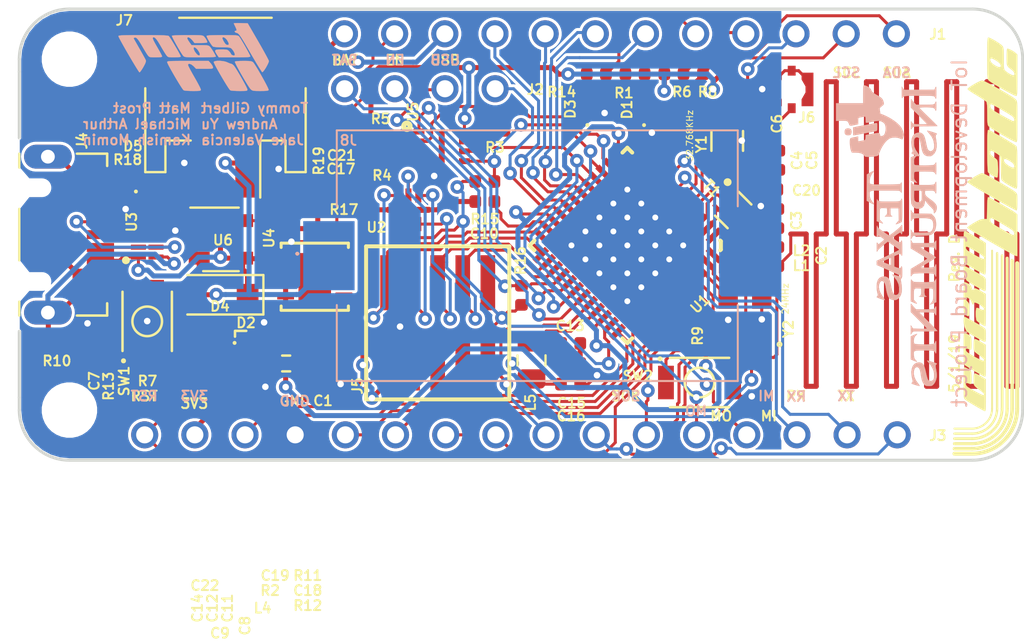
<source format=kicad_pcb>
(kicad_pcb (version 20171130) (host pcbnew "(5.0.0-3-g5ebb6b6)")
  (layers (0 F.Cu signal) (31 B.Cu signal) (34 B.Paste user hide) (35 F.Paste user hide) (36 B.SilkS user) (37 F.SilkS user) (38 B.Mask user hide) (39 F.Mask user hide) (44 Edge.Cuts user))
  (net 0 "")
  (net 1 CC1310_VDD)
  (net 2 GND)
  (net 3 "Net-(AE1-Pad1)")
  (net 4 "Net-(C2-Pad1)")
  (net 5 "Net-(C4-Pad2)")
  (net 6 "Net-(C5-Pad2)")
  (net 7 "Net-(C6-Pad2)")
  (net 8 CC1310_RESET)
  (net 9 VDD)
  (net 10 "Net-(C10-Pad1)")
  (net 11 "Net-(C13-Pad1)")
  (net 12 "Net-(C18-Pad2)")
  (net 13 "Net-(D1-Pad2)")
  (net 14 "Net-(D2-Pad2)")
  (net 15 DIO_20)
  (net 16 DIO_1)
  (net 17 DIO_11)
  (net 18 DIO_12)
  (net 19 DIO_13)
  (net 20 DIO_14)
  (net 21 DIO_15)
  (net 22 DIO_16)
  (net 23 DIO_17)
  (net 24 DIO_18)
  (net 25 DIO_19)
  (net 26 SW_USER)
  (net 27 LED_USER_RED)
  (net 28 AIO_27)
  (net 29 AIO_26)
  (net 30 AIO_25)
  (net 31 AIO_24)
  (net 32 AIO_23)
  (net 33 DIO_21)
  (net 34 "Net-(L5-Pad1)")
  (net 35 "Net-(R9-Pad1)")
  (net 36 CC1310_TCK)
  (net 37 CC1310_TMS)
  (net 38 "Net-(J4-PadSH1)")
  (net 39 "Net-(J4-Pad4)")
  (net 40 "Net-(J4-Pad3)")
  (net 41 "Net-(J4-Pad2)")
  (net 42 "Net-(R13-Pad1)")
  (net 43 "Net-(R4-Pad2)")
  (net 44 "Net-(R3-Pad2)")
  (net 45 "Net-(U1-Pad46)")
  (net 46 "Net-(U1-Pad47)")
  (net 47 "Net-(T1-Pad2)")
  (net 48 "Net-(T1-Pad3)")
  (net 49 "Net-(T1-Pad4)")
  (net 50 "Net-(D3-Pad2)")
  (net 51 LED_USER_GREEN)
  (net 52 DIO_29)
  (net 53 VBUS)
  (net 54 "Net-(C20-Pad2)")
  (net 55 "Net-(C20-Pad1)")
  (net 56 VBAT)
  (net 57 DIO_30)
  (net 58 "Net-(D5-Pad1)")
  (net 59 EN)
  (net 60 DIO_3_UART_TX)
  (net 61 DIO_2_UART_RX)
  (net 62 "Net-(R18-Pad1)")
  (net 63 "Net-(R19-Pad1)")
  (net 64 DIO_5_SDA)
  (net 65 DIO_4_SCL)
  (net 66 DIO_8_MISO)
  (net 67 DIO_9_MOSI)
  (net 68 DIO_10_SCLK)
  (net 69 DIO_22)
  (module Capacitor_SMD:C_0402_1005Metric (layer F.Cu) (at 135.3034 85.43544)
    (fp_text reference C18 (at -1.293 12.55776) (layer F.SilkS) (effects (font (size 0.5 0.5) (thickness 0.1))))
    (fp_text value 15pF)
    (pad 2 smd roundrect (at 0.485 0) (size 0.59 0.64) (layers F.Cu F.Paste F.Mask) (net 12 "Net-(C18-Pad2)"))
    (pad 1 smd roundrect (at -0.485 0) (size 0.59 0.64) (layers F.Cu F.Paste F.Mask) (net 1 CC1310_VDD))
  )
  (module Resistor_SMD:R_0402_1005Metric (layer F.Cu) (at 133.35 85.4456)
    (fp_text reference R2 (at -1.2446 12.5476) (layer F.SilkS) (effects (font (size 0.5 0.5) (thickness 0.1))))
    (fp_text value 180)
    (pad 2 smd roundrect (at 0.485 0) (size 0.59 0.64) (layers F.Cu F.Paste F.Mask) (net 1 CC1310_VDD))
    (pad 1 smd roundrect (at -0.485 0) (size 0.59 0.64) (layers F.Cu F.Paste F.Mask) (net 14 "Net-(D2-Pad2)"))
  )
  (module SMTU1220-LF:SMTU1225LF (layer B.Cu) (at 145.6309 81.026)
    (fp_text reference J8 (at -9.5631 -5.842) (layer B.SilkS) (effects (font (size 0.5 0.5) (thickness 0.1)) (justify mirror)))
    (fp_text value SMTU1220-LF hide)
    (pad 1 smd rect (at -10.55 0) (size 2.6 3.5) (layers B.Cu B.Paste B.Mask) (net 56 VBAT))
    (pad 2 smd rect (at 10.55 0) (size 2.6 3.5) (layers B.Cu B.Paste B.Mask) (net 2 GND))
  )
  (module B3U-1000P:SW_B3U-1000P (layer F.Cu) (at 153.846001 87.4522)
    (fp_text reference SW2 (at -3.122401 -0.3302) (layer F.SilkS) (effects (font (size 0.5 0.5) (thickness 0.1))))
    (fp_text value B3U-1000P hide)
    (pad 2 smd rect (at 1.700001 0 180) (size 0.8 1.7) (layers F.Cu F.Paste F.Mask) (net 2 GND))
    (pad 1 smd rect (at -1.700001 0 180) (size 0.8 1.7) (layers F.Cu F.Paste F.Mask) (net 35 "Net-(R9-Pad1)"))
  )
  (module MM5829-2700RJ4:MURATA_MM5829-2700RJ4 (layer F.Cu) (at 158.51124 72.60336)
    (fp_text reference J6 (at 0.762 1.42494) (layer F.SilkS) (effects (font (size 0.5 0.5) (thickness 0.1))))
    (fp_text value MM5829-2700RJ4 hide)
    (fp_poly (pts (xy -0.5 -0.5) (xy -0.5 -0.85) (xy -1.1 -0.85) (xy -1.1 0.85) (xy -0.5 0.85) (xy -0.5 0.5) (xy -0.7 0.15) (xy -0.7 -0.15)) (layer F.Cu) (width 0.001))
    (fp_poly (pts (xy 0.5 0.5) (xy 0.5 0.85) (xy 1.1 0.85) (xy 1.1 -0.85) (xy 0.5 -0.85) (xy 0.5 -0.5) (xy 0.7 -0.15) (xy 0.7 0.15)) (layer F.Cu) (width 0.001))
    (pad 4 smd rect (at -0.775 0) (size 0.1 0.1) (layers F.Cu F.Paste F.Mask) (net 2 GND))
    (pad 2 smd rect (at 0.775 0) (size 0.1 0.1) (layers F.Cu F.Paste F.Mask) (net 2 GND))
    (pad 3 smd rect (at 0 -0.95) (size 0.4 0.5) (layers F.Cu F.Paste F.Mask) (net 2 GND))
    (pad 1 smd rect (at 0 0.95) (size 0.4 0.5) (layers F.Cu F.Paste F.Mask) (net 6 "Net-(C5-Pad2)"))
  )
  (module Resistor_SMD:R_0402_1005Metric (layer F.Cu) (at 154.50566 71.81342)
    (fp_text reference R8 (at -0.254 0.9144) (layer F.SilkS) (effects (font (size 0.5 0.5) (thickness 0.1))))
    (fp_text value 3.3K)
    (pad 2 smd roundrect (at 0.485 0) (size 0.59 0.64) (layers F.Cu F.Paste F.Mask) (net 1 CC1310_VDD))
    (pad 1 smd roundrect (at -0.485 0) (size 0.59 0.64) (layers F.Cu F.Paste F.Mask) (net 65 DIO_4_SCL))
  )
  (module SAMTEC-FTSH-105-01-X-DV:SAMTEC-FTSH-105-01-X-DV (layer F.Cu) (at 140.589 84.4296)
    (fp_text reference J5 (at -4.064 3.2004 90) (layer F.SilkS) (effects (font (size 0.5 0.5) (thickness 0.1))))
    (fp_text value SAMTEC-FTSH-105-01-X-DV hide)
    (pad 10 smd rect (at 2.54 -2.032) (size 0.740004 2.79001) (layers F.Cu F.Paste F.Mask) (net 8 CC1310_RESET))
    (pad 9 smd rect (at 2.54 2.032) (size 0.740004 2.79001) (layers F.Cu F.Paste F.Mask) (net 2 GND))
    (pad 8 smd rect (at 1.27 -2.032) (size 0.740004 2.79001) (layers F.Cu F.Paste F.Mask) (net 23 DIO_17))
    (pad 7 smd rect (at 1.27 2.032) (size 0.740004 2.79001) (layers F.Cu F.Paste F.Mask))
    (pad 6 smd rect (at 0 -2.032) (size 0.740004 2.79001) (layers F.Cu F.Paste F.Mask) (net 22 DIO_16))
    (pad 5 smd rect (at 0 2.032) (size 0.740004 2.79001) (layers F.Cu F.Paste F.Mask) (net 2 GND))
    (pad 4 smd rect (at -1.27 -2.032) (size 0.740004 2.79001) (layers F.Cu F.Paste F.Mask) (net 36 CC1310_TCK))
    (pad 3 smd rect (at -1.27 2.032) (size 0.740004 2.79001) (layers F.Cu F.Paste F.Mask) (net 2 GND))
    (pad 2 smd rect (at -2.54 -2.032) (size 0.740004 2.79001) (layers F.Cu F.Paste F.Mask) (net 37 CC1310_TMS))
    (pad 1 smd rect (at -2.54 2.032) (size 0.740004 2.79001) (layers F.Cu F.Paste F.Mask) (net 1 CC1310_VDD))
  )
  (module Inductor_SMD:L_0805_2012Metric (layer F.Cu) (at 145.3388 86.3346 270)
    (fp_text reference L5 (at 2.1336 0.0508 90) (layer F.SilkS) (effects (font (size 0.5 0.5) (thickness 0.1))))
    (fp_text value 6.8µH)
    (pad 1 smd roundrect (at -0.9375 0 270) (size 0.975 1.4) (layers F.Cu F.Paste F.Mask) (net 34 "Net-(L5-Pad1)"))
    (pad 2 smd roundrect (at 0.9375 0 270) (size 0.975 1.4) (layers F.Cu F.Paste F.Mask) (net 11 "Net-(C13-Pad1)"))
  )
  (module B3U-1000P:SW_B3U-1000P (layer F.Cu) (at 125.8824 84.3534 90)
    (fp_text reference SW1 (at -3.0226 -1.1684 90) (layer F.SilkS) (effects (font (size 0.5 0.5) (thickness 0.1))))
    (fp_text value B3U-1000P hide)
    (pad 2 smd rect (at 1.7 0 270) (size 0.8 1.7) (layers F.Cu F.Paste F.Mask) (net 2 GND))
    (pad 1 smd rect (at -1.7 0 270) (size 0.8 1.7) (layers F.Cu F.Paste F.Mask) (net 42 "Net-(R13-Pad1)"))
  )
  (module Resistor_SMD:R_0402_1005Metric (layer F.Cu) (at 123.8885 85.8544 270)
    (fp_text reference R13 (at 1.7883 -0.0381 270) (layer F.SilkS) (effects (font (size 0.5 0.5) (thickness 0.1))))
    (fp_text value 100)
    (pad 1 smd roundrect (at -0.485 0 270) (size 0.59 0.64) (layers F.Cu F.Paste F.Mask) (net 42 "Net-(R13-Pad1)"))
    (pad 2 smd roundrect (at 0.485 0 270) (size 0.59 0.64) (layers F.Cu F.Paste F.Mask) (net 8 CC1310_RESET))
  )
  (module Stock:TPD4E004DRYR (layer F.Cu) (at 125.8824 80.5942 180)
    (fp_text reference U3 (at 0.7874 1.27 90) (layer F.SilkS) (effects (font (size 0.5 0.5) (thickness 0.1))))
    (fp_text value TPD4E004DRYR hide)
    (pad 6 smd rect (at 0.4445 -0.499999 180) (size 0.762 0.254) (layers F.Cu F.Paste F.Mask) (net 53 VBUS))
    (pad 5 smd rect (at 0.4445 0 180) (size 0.762 0.254) (layers F.Cu F.Paste F.Mask) (net 41 "Net-(J4-Pad2)"))
    (pad 4 smd rect (at 0.4445 0.499999 180) (size 0.762 0.254) (layers F.Cu F.Paste F.Mask) (net 40 "Net-(J4-Pad3)"))
    (pad 3 smd rect (at -0.4445 0.499999 180) (size 0.762 0.254) (layers F.Cu F.Paste F.Mask) (net 2 GND))
    (pad 2 smd rect (at -0.4445 0 180) (size 0.762 0.254) (layers F.Cu F.Paste F.Mask) (net 39 "Net-(J4-Pad4)"))
    (pad 1 smd rect (at -0.4445 -0.499999 180) (size 0.762 0.254) (layers F.Cu F.Paste F.Mask) (net 38 "Net-(J4-PadSH1)"))
  )
  (module MountingHole:MountingHole_2.5mm (layer F.Cu) (at 121.9454 71.0692)
    (fp_text reference MH1 hide)
    (fp_text value MountingHole)
    (pad 1 np_thru_hole circle (at 0 0) (size 2.5 2.5) (drill 2.5) (layers *.Cu *.Mask))
  )
  (module Capacitor_SMD:C_0402_1005Metric (layer F.Cu) (at 134.2898 87.5284)
    (fp_text reference C1 (at 0.4953 0.8509) (layer F.SilkS) (effects (font (size 0.5 0.5) (thickness 0.1))))
    (fp_text value 0.1uF)
    (pad 2 smd roundrect (at 0.485 0) (size 0.59 0.64) (layers F.Cu F.Paste F.Mask) (net 2 GND))
    (pad 1 smd roundrect (at -0.485 0) (size 0.59 0.64) (layers F.Cu F.Paste F.Mask) (net 1 CC1310_VDD))
  )
  (module Capacitor_SMD:C_0402_1005Metric (layer F.Cu) (at 157.8102 81.0744 270)
    (fp_text reference C2 (at -0.0484 -2.2098 270) (layer F.SilkS) (effects (font (size 0.5 0.5) (thickness 0.1))))
    (fp_text value 3.3pF)
    (pad 1 smd roundrect (at -0.485 0 270) (size 0.59 0.64) (layers F.Cu F.Paste F.Mask) (net 4 "Net-(C2-Pad1)"))
    (pad 2 smd roundrect (at 0.485 0 270) (size 0.59 0.64) (layers F.Cu F.Paste F.Mask) (net 3 "Net-(AE1-Pad1)"))
  )
  (module Capacitor_SMD:C_0402_1005Metric (layer F.Cu) (at 157.8102 79.1464 270)
    (fp_text reference C3 (at 0.1016 -0.9398 270) (layer F.SilkS) (effects (font (size 0.5 0.5) (thickness 0.1))))
    (fp_text value DNM_0402)
    (pad 1 smd roundrect (at -0.485 0 270) (size 0.59 0.64) (layers F.Cu F.Paste F.Mask) (net 54 "Net-(C20-Pad2)"))
    (pad 2 smd roundrect (at 0.485 0 270) (size 0.59 0.64) (layers F.Cu F.Paste F.Mask) (net 4 "Net-(C2-Pad1)"))
  )
  (module Capacitor_SMD:C_0402_1005Metric (layer F.Cu) (at 156.84754 76.19506 270)
    (fp_text reference C4 (at 0.0024 -1.9304 270) (layer F.SilkS) (effects (font (size 0.5 0.5) (thickness 0.1))))
    (fp_text value 12pF)
    (pad 2 smd roundrect (at 0.485 0 270) (size 0.59 0.64) (layers F.Cu F.Paste F.Mask) (net 5 "Net-(C4-Pad2)"))
    (pad 1 smd roundrect (at -0.485 0 270) (size 0.59 0.64) (layers F.Cu F.Paste F.Mask) (net 2 GND))
  )
  (module Capacitor_SMD:C_0402_1005Metric (layer F.Cu) (at 157.85846 76.19224 90)
    (fp_text reference C5 (at 0.0024 1.6764 90) (layer F.SilkS) (effects (font (size 0.5 0.5) (thickness 0.1))))
    (fp_text value 330pF)
    (pad 1 smd roundrect (at -0.485 0 90) (size 0.59 0.64) (layers F.Cu F.Paste F.Mask) (net 54 "Net-(C20-Pad2)"))
    (pad 2 smd roundrect (at 0.485 0 90) (size 0.59 0.64) (layers F.Cu F.Paste F.Mask) (net 6 "Net-(C5-Pad2)"))
  )
  (module Capacitor_SMD:C_0402_1005Metric (layer F.Cu) (at 156.84754 74.21626 90)
    (fp_text reference C6 (at -0.127 0.9144 90) (layer F.SilkS) (effects (font (size 0.5 0.5) (thickness 0.1))))
    (fp_text value 12pF)
    (pad 2 smd roundrect (at 0.485 0 90) (size 0.59 0.64) (layers F.Cu F.Paste F.Mask) (net 7 "Net-(C6-Pad2)"))
    (pad 1 smd roundrect (at -0.485 0 90) (size 0.59 0.64) (layers F.Cu F.Paste F.Mask) (net 2 GND))
  )
  (module Capacitor_SMD:C_0402_1005Metric (layer F.Cu) (at 122.8598 85.852 270)
    (fp_text reference C7 (at 1.524 -0.3429 90) (layer F.SilkS) (effects (font (size 0.5 0.5) (thickness 0.1))))
    (fp_text value 100nF)
    (pad 2 smd roundrect (at 0.485 0 270) (size 0.59 0.64) (layers F.Cu F.Paste F.Mask) (net 8 CC1310_RESET))
    (pad 1 smd roundrect (at -0.485 0 270) (size 0.59 0.64) (layers F.Cu F.Paste F.Mask) (net 2 GND))
  )
  (module Capacitor_SMD:C_0402_1005Metric (layer F.Cu) (at 130.937 87.1879 270)
    (fp_text reference C8 (at 12.5833 0.1016 90) (layer F.SilkS) (effects (font (size 0.5 0.5) (thickness 0.1))))
    (fp_text value 100nF)
    (pad 2 smd roundrect (at 0.485 0 270) (size 0.59 0.64) (layers F.Cu F.Paste F.Mask) (net 2 GND))
    (pad 1 smd roundrect (at -0.485 0 270) (size 0.59 0.64) (layers F.Cu F.Paste F.Mask) (net 9 VDD))
  )
  (module Capacitor_SMD:C_0402_1005Metric (layer F.Cu) (at 129.4003 87.6808 180)
    (fp_text reference C9 (at -0.1651 -12.4714 180) (layer F.SilkS) (effects (font (size 0.5 0.5) (thickness 0.1))))
    (fp_text value 100nF)
    (pad 1 smd roundrect (at -0.485 0 180) (size 0.59 0.64) (layers F.Cu F.Paste F.Mask) (net 9 VDD))
    (pad 2 smd roundrect (at 0.485 0 180) (size 0.59 0.64) (layers F.Cu F.Paste F.Mask) (net 2 GND))
  )
  (module Capacitor_SMD:C_0402_1005Metric (layer F.Cu) (at 142.9766 78.2828 180)
    (fp_text reference C10 (at 0.0254 -1.6256) (layer F.SilkS) (effects (font (size 0.5 0.5) (thickness 0.1))))
    (fp_text value 1uF)
    (pad 1 smd roundrect (at -0.485 0 180) (size 0.59 0.64) (layers F.Cu F.Paste F.Mask) (net 10 "Net-(C10-Pad1)"))
    (pad 2 smd roundrect (at 0.485 0 180) (size 0.59 0.64) (layers F.Cu F.Paste F.Mask) (net 2 GND))
  )
  (module Capacitor_SMD:C_0402_1005Metric (layer F.Cu) (at 129.899675 86.193303 90)
    (fp_text reference C11 (at -12.688897 0.046725 90) (layer F.SilkS) (effects (font (size 0.5 0.5) (thickness 0.1))))
    (fp_text value 100nF)
    (pad 2 smd roundrect (at 0.485 0 90) (size 0.59 0.64) (layers F.Cu F.Paste F.Mask) (net 2 GND))
    (pad 1 smd roundrect (at -0.485 0 90) (size 0.59 0.64) (layers F.Cu F.Paste F.Mask) (net 9 VDD))
  )
  (module Capacitor_SMD:C_0402_1005Metric (layer F.Cu) (at 128.883675 86.193303 90)
    (fp_text reference C12 (at -12.688897 0.300725 90) (layer F.SilkS) (effects (font (size 0.5 0.5) (thickness 0.1))))
    (fp_text value 22uF)
    (pad 1 smd roundrect (at -0.485 0 90) (size 0.59 0.64) (layers F.Cu F.Paste F.Mask) (net 9 VDD))
    (pad 2 smd roundrect (at 0.485 0 90) (size 0.59 0.64) (layers F.Cu F.Paste F.Mask) (net 2 GND))
  )
  (module Capacitor_SMD:C_0402_1005Metric (layer F.Cu) (at 147.3224 85.471)
    (fp_text reference C13 (at -0.0278 -0.889) (layer F.SilkS) (effects (font (size 0.5 0.5) (thickness 0.1))))
    (fp_text value 22uF)
    (pad 1 smd roundrect (at -0.485 0) (size 0.59 0.64) (layers F.Cu F.Paste F.Mask) (net 11 "Net-(C13-Pad1)"))
    (pad 2 smd roundrect (at 0.485 0) (size 0.59 0.64) (layers F.Cu F.Paste F.Mask) (net 2 GND))
  )
  (module Capacitor_SMD:C_0402_1005Metric (layer F.Cu) (at 127.867675 86.193303 90)
    (fp_text reference C14 (at -12.688897 0.554725 90) (layer F.SilkS) (effects (font (size 0.5 0.5) (thickness 0.1))))
    (fp_text value 100nF)
    (pad 2 smd roundrect (at 0.485 0 90) (size 0.59 0.64) (layers F.Cu F.Paste F.Mask) (net 2 GND))
    (pad 1 smd roundrect (at -0.485 0 90) (size 0.59 0.64) (layers F.Cu F.Paste F.Mask) (net 9 VDD))
  )
  (module Capacitor_SMD:C_0402_1005Metric (layer F.Cu) (at 147.321826 86.493068)
    (fp_text reference C15 (at 0.048974 2.000532) (layer F.SilkS) (effects (font (size 0.5 0.5) (thickness 0.1))))
    (fp_text value 100nF)
    (pad 2 smd roundrect (at 0.485 0) (size 0.59 0.64) (layers F.Cu F.Paste F.Mask) (net 2 GND))
    (pad 1 smd roundrect (at -0.485 0) (size 0.59 0.64) (layers F.Cu F.Paste F.Mask) (net 11 "Net-(C13-Pad1)"))
  )
  (module Capacitor_SMD:C_0402_1005Metric (layer F.Cu) (at 147.317026 87.534468)
    (fp_text reference C16 (at 0.028374 1.619532) (layer F.SilkS) (effects (font (size 0.5 0.5) (thickness 0.1))))
    (fp_text value 100nF)
    (pad 1 smd roundrect (at -0.485 0) (size 0.59 0.64) (layers F.Cu F.Paste F.Mask) (net 11 "Net-(C13-Pad1)"))
    (pad 2 smd roundrect (at 0.485 0) (size 0.59 0.64) (layers F.Cu F.Paste F.Mask) (net 2 GND))
  )
  (module Capacitor_SMD:C_0402_1005Metric (layer F.Cu) (at 134.0358 78.6384 180)
    (fp_text reference C17 (at -1.651 2.0066 180) (layer F.SilkS) (effects (font (size 0.5 0.5) (thickness 0.1))))
    (fp_text value 2.2uF)
    (pad 2 smd roundrect (at 0.485 0 180) (size 0.59 0.64) (layers F.Cu F.Paste F.Mask) (net 2 GND))
    (pad 1 smd roundrect (at -0.485 0 180) (size 0.59 0.64) (layers F.Cu F.Paste F.Mask) (net 53 VBUS))
  )
  (module Capacitor_SMD:C_0402_1005Metric (layer F.Cu) (at 133.3476 84.4296 180)
    (fp_text reference C19 (at 0.9882 -12.8016 180) (layer F.SilkS) (effects (font (size 0.5 0.5) (thickness 0.1))))
    (fp_text value 2.2uF)
    (pad 1 smd roundrect (at -0.485 0 180) (size 0.59 0.64) (layers F.Cu F.Paste F.Mask) (net 1 CC1310_VDD))
    (pad 2 smd roundrect (at 0.485 0 180) (size 0.59 0.64) (layers F.Cu F.Paste F.Mask) (net 2 GND))
  )
  (module MX25R8035FZUIL0:USON-8L (layer F.Cu) (at 140.7922 75.4888 270)
    (fp_text reference U5 (at -1.7526 1.4478 270) (layer F.SilkS) (effects (font (size 0.5 0.5) (thickness 0.1))))
    (fp_text value MX25R8035FZUIL0 hide)
    (pad 1 smd rect (at -0.75 1.15 270) (size 0.3 0.55) (layers F.Cu F.Paste F.Mask) (net 15 DIO_20))
    (pad 2 smd rect (at -0.25 1.15 270) (size 0.3 0.55) (layers F.Cu F.Paste F.Mask) (net 66 DIO_8_MISO))
    (pad 3 smd rect (at 0.25 1.15 270) (size 0.3 0.55) (layers F.Cu F.Paste F.Mask) (net 43 "Net-(R4-Pad2)"))
    (pad 4 smd rect (at 0.75 1.15 270) (size 0.3 0.55) (layers F.Cu F.Paste F.Mask) (net 2 GND))
    (pad 5 smd rect (at 0.75 -1.15 270) (size 0.3 0.55) (layers F.Cu F.Paste F.Mask) (net 67 DIO_9_MOSI))
    (pad 6 smd rect (at 0.25 -1.15 270) (size 0.3 0.55) (layers F.Cu F.Paste F.Mask) (net 68 DIO_10_SCLK))
    (pad 7 smd rect (at -0.25 -1.15 270) (size 0.3 0.55) (layers F.Cu F.Paste F.Mask) (net 44 "Net-(R3-Pad2)"))
    (pad 8 smd rect (at -0.75 -1.15 270) (size 0.3 0.55) (layers F.Cu F.Paste F.Mask) (net 1 CC1310_VDD))
    (pad 9 smd rect (at 0 0) (size 0.3 1.7) (layers F.Cu F.Paste F.Mask) (net 2 GND))
  )
  (module 105164-0001:MOLEX_105164-0001 (layer F.Cu) (at 119.4054 79.9592 270)
    (fp_text reference J4 (at -4.7498 -3.175 270) (layer F.SilkS) (effects (font (size 0.5 0.5) (thickness 0.1))))
    (fp_text value 105164-0001 hide)
    (fp_line (start 1.3 0) (end 1.925 -0.5) (layer Edge.Cuts) (width 0.0001))
    (fp_line (start 0 0) (end 1.3 0) (layer Edge.Cuts) (width 0.0001))
    (fp_line (start 3.4 0) (end 2.825 -0.5) (layer Edge.Cuts) (width 0.0001))
    (fp_arc (start 2.375 -1.15) (end 1.925 -1.15) (angle 180) (layer Edge.Cuts) (width 0.0001))
    (fp_line (start 1.925 -1.15) (end 1.925 -0.5) (layer Edge.Cuts) (width 0.0001))
    (fp_line (start 2.825 -1.15) (end 2.825 -0.5) (layer Edge.Cuts) (width 0.0001))
    (fp_line (start 4.9 0) (end 3.4 0) (layer Edge.Cuts) (width 0.0001))
    (fp_line (start -1.3 0) (end -1.925 -0.5) (layer Edge.Cuts) (width 0.0001))
    (fp_line (start 0 0) (end -1.3 0) (layer Edge.Cuts) (width 0.0001))
    (fp_line (start -3.4 0) (end -2.825 -0.5) (layer Edge.Cuts) (width 0.0001))
    (fp_arc (start -2.375 -1.15) (end -1.925 -1.15) (angle -180) (layer Edge.Cuts) (width 0.0001))
    (fp_line (start -1.925 -1.15) (end -1.925 -0.5) (layer Edge.Cuts) (width 0.0001))
    (fp_line (start -2.825 -1.15) (end -2.825 -0.5) (layer Edge.Cuts) (width 0.0001))
    (fp_line (start -4.9 0) (end -3.4 0) (layer Edge.Cuts) (width 0.0001))
    (fp_line (start 4.3 -0.8) (end 3.6 -0.8) (layer Edge.Cuts) (width 0.0001))
    (fp_line (start 4.3 -2.1) (end 4.3 -0.8) (layer Edge.Cuts) (width 0.0001))
    (fp_line (start 3.6 -2.1) (end 4.3 -2.1) (layer Edge.Cuts) (width 0.0001))
    (fp_line (start 3.6 -0.8) (end 3.6 -2.1) (layer Edge.Cuts) (width 0.0001))
    (fp_line (start -3.6 -0.8) (end -4.3 -0.8) (layer Edge.Cuts) (width 0.0001))
    (fp_line (start -3.6 -2.1) (end -3.6 -0.8) (layer Edge.Cuts) (width 0.0001))
    (fp_line (start -4.3 -2.1) (end -3.6 -2.1) (layer Edge.Cuts) (width 0.0001))
    (fp_line (start -4.3 -0.8) (end -4.3 -2.1) (layer Edge.Cuts) (width 0.0001))
    (pad 5 smd rect (at -1.3 -4.11) (size 1.38 0.45) (layers F.Cu F.Paste F.Mask) (net 2 GND))
    (pad 4 smd rect (at -0.65 -4.11) (size 1.38 0.45) (layers F.Cu F.Paste F.Mask) (net 39 "Net-(J4-Pad4)"))
    (pad 2 smd rect (at 0.65 -4.11) (size 1.38 0.45) (layers F.Cu F.Paste F.Mask) (net 41 "Net-(J4-Pad2)"))
    (pad 3 smd rect (at 0 -4.11) (size 1.38 0.45) (layers F.Cu F.Paste F.Mask) (net 40 "Net-(J4-Pad3)"))
    (pad 1 smd rect (at 1.3 -4.11) (size 1.38 0.45) (layers F.Cu F.Paste F.Mask) (net 53 VBUS))
    (pad SH5 smd rect (at 2.4625 -3.75) (size 2.1 1.475) (layers F.Cu F.Paste F.Mask) (net 38 "Net-(J4-PadSH1)"))
    (pad SH4 smd rect (at 0.9375 -1.45) (size 1.9 1.375) (layers F.Cu F.Paste F.Mask) (net 38 "Net-(J4-PadSH1)"))
    (pad SH3 smd rect (at -0.9375 -1.45) (size 1.9 1.375) (layers F.Cu F.Paste F.Mask) (net 38 "Net-(J4-PadSH1)"))
    (pad SH6 thru_hole oval (at 3.95 -1.45) (size 2.416 1.208) (drill 0.7) (layers *.Cu *.Mask) (net 38 "Net-(J4-PadSH1)"))
    (pad SH1 thru_hole oval (at -3.95 -1.45) (size 2.416 1.208) (drill 0.7) (layers *.Cu *.Mask) (net 38 "Net-(J4-PadSH1)"))
    (pad SH2 smd rect (at -2.4625 -3.75) (size 2.1 1.475) (layers F.Cu F.Paste F.Mask) (net 38 "Net-(J4-PadSH1)"))
  )
  (module BLM18HE152SN1D:INDC1608X95 (layer F.Cu) (at 132.9182 86.487 180)
    (fp_text reference L4 (at 1.1938 -12.3952 180) (layer F.SilkS) (effects (font (size 0.5 0.5) (thickness 0.1))))
    (fp_text value BLM18HE152SN1D hide)
    (pad 2 smd rect (at 0.775 0 180) (size 0.85 0.7) (layers F.Cu F.Paste F.Mask) (net 9 VDD))
    (pad 1 smd rect (at -0.775 0 180) (size 0.85 0.7) (layers F.Cu F.Paste F.Mask) (net 1 CC1310_VDD))
  )
  (module MountingHole:MountingHole_2.5mm (layer F.Cu) (at 121.9454 88.8492)
    (fp_text reference MH2 hide)
    (fp_text value MountingHole)
    (pad 1 np_thru_hole circle (at 0 0) (size 2.5 2.5) (drill 2.5) (layers *.Cu *.Mask))
  )
  (module Resistor_SMD:R_0402_1005Metric (layer F.Cu) (at 150.57882 71.82104 180)
    (fp_text reference R1 (at 0.5588 -0.9652 180) (layer F.SilkS) (effects (font (size 0.5 0.5) (thickness 0.1))))
    (fp_text value 180)
    (pad 1 smd roundrect (at -0.485 0 180) (size 0.59 0.64) (layers F.Cu F.Paste F.Mask) (net 13 "Net-(D1-Pad2)"))
    (pad 2 smd roundrect (at 0.485 0 180) (size 0.59 0.64) (layers F.Cu F.Paste F.Mask) (net 27 LED_USER_RED))
  )
  (module Resistor_SMD:R_0402_1005Metric (layer F.Cu) (at 143.4846 74.676)
    (fp_text reference R3 (at 0 0.8636) (layer F.SilkS) (effects (font (size 0.5 0.5) (thickness 0.1))))
    (fp_text value DNI)
    (pad 2 smd roundrect (at 0.485 0) (size 0.59 0.64) (layers F.Cu F.Paste F.Mask) (net 44 "Net-(R3-Pad2)"))
    (pad 1 smd roundrect (at -0.485 0) (size 0.59 0.64) (layers F.Cu F.Paste F.Mask) (net 1 CC1310_VDD))
  )
  (module Resistor_SMD:R_0402_1005Metric (layer F.Cu) (at 137.6958 75.9968)
    (fp_text reference R4 (at 0.0762 0.9652) (layer F.SilkS) (effects (font (size 0.5 0.5) (thickness 0.1))))
    (fp_text value DNI)
    (pad 2 smd roundrect (at 0.485 0) (size 0.59 0.64) (layers F.Cu F.Paste F.Mask) (net 43 "Net-(R4-Pad2)"))
    (pad 1 smd roundrect (at -0.485 0) (size 0.59 0.64) (layers F.Cu F.Paste F.Mask) (net 1 CC1310_VDD))
  )
  (module Resistor_SMD:R_0402_1005Metric (layer F.Cu) (at 137.6934 74.9808)
    (fp_text reference R5 (at 0 -0.889) (layer F.SilkS) (effects (font (size 0.5 0.5) (thickness 0.1))))
    (fp_text value 2.2K)
    (pad 2 smd roundrect (at 0.485 0) (size 0.59 0.64) (layers F.Cu F.Paste F.Mask) (net 15 DIO_20))
    (pad 1 smd roundrect (at -0.485 0) (size 0.59 0.64) (layers F.Cu F.Paste F.Mask) (net 1 CC1310_VDD))
  )
  (module Resistor_SMD:R_0402_1005Metric (layer F.Cu) (at 152.54986 71.81342 180)
    (fp_text reference R6 (at -0.4064 -0.9144 180) (layer F.SilkS) (effects (font (size 0.5 0.5) (thickness 0.1))))
    (fp_text value 3.3K)
    (pad 1 smd roundrect (at -0.485 0 180) (size 0.59 0.64) (layers F.Cu F.Paste F.Mask) (net 64 DIO_5_SDA))
    (pad 2 smd roundrect (at 0.485 0 180) (size 0.59 0.64) (layers F.Cu F.Paste F.Mask) (net 1 CC1310_VDD))
  )
  (module Resistor_SMD:R_0402_1005Metric (layer F.Cu) (at 127.3786 87.6808)
    (fp_text reference R7 (at -1.4835 -0.3048) (layer F.SilkS) (effects (font (size 0.5 0.5) (thickness 0.1))))
    (fp_text value 100K)
    (pad 2 smd roundrect (at 0.485 0) (size 0.59 0.64) (layers F.Cu F.Paste F.Mask) (net 9 VDD))
    (pad 1 smd roundrect (at -0.485 0) (size 0.59 0.64) (layers F.Cu F.Paste F.Mask) (net 8 CC1310_RESET))
  )
  (module Resistor_SMD:R_0402_1005Metric (layer F.Cu) (at 152.8064 85.1384 90)
    (fp_text reference R9 (at 0.0484 0.9398 90) (layer F.SilkS) (effects (font (size 0.5 0.5) (thickness 0.1))))
    (fp_text value 100)
    (pad 2 smd roundrect (at 0.485 0 90) (size 0.59 0.64) (layers F.Cu F.Paste F.Mask) (net 26 SW_USER))
    (pad 1 smd roundrect (at -0.485 0 90) (size 0.59 0.64) (layers F.Cu F.Paste F.Mask) (net 35 "Net-(R9-Pad1)"))
  )
  (module Resistor_SMD:R_0402_1005Metric (layer F.Cu) (at 121.3612 85.3948)
    (fp_text reference R10 (at -0.0508 0.9652) (layer F.SilkS) (effects (font (size 0.5 0.5) (thickness 0.1))))
    (fp_text value 100K)
    (pad 1 smd roundrect (at -0.485 0) (size 0.59 0.64) (layers F.Cu F.Paste F.Mask) (net 38 "Net-(J4-PadSH1)"))
    (pad 2 smd roundrect (at 0.485 0) (size 0.59 0.64) (layers F.Cu F.Paste F.Mask) (net 2 GND))
  )
  (module Resistor_SMD:R_0402_1005Metric (layer F.Cu) (at 135.3034 84.41944)
    (fp_text reference R11 (at -1.293 12.81176) (layer F.SilkS) (effects (font (size 0.5 0.5) (thickness 0.1))))
    (fp_text value 51K)
    (pad 2 smd roundrect (at 0.485 0) (size 0.59 0.64) (layers F.Cu F.Paste F.Mask) (net 12 "Net-(C18-Pad2)"))
    (pad 1 smd roundrect (at -0.485 0) (size 0.59 0.64) (layers F.Cu F.Paste F.Mask) (net 1 CC1310_VDD))
  )
  (module Resistor_SMD:R_0402_1005Metric (layer F.Cu) (at 135.3058 86.4616 180)
    (fp_text reference R12 (at 1.2954 -12.2936 180) (layer F.SilkS) (effects (font (size 0.5 0.5) (thickness 0.1))))
    (fp_text value 30K)
    (pad 1 smd roundrect (at -0.485 0 180) (size 0.59 0.64) (layers F.Cu F.Paste F.Mask) (net 12 "Net-(C18-Pad2)"))
    (pad 2 smd roundrect (at 0.485 0 180) (size 0.59 0.64) (layers F.Cu F.Paste F.Mask) (net 2 GND))
  )
  (module Stock:TPD6E004RSER (layer F.Cu) (at 139.107799 78.7019 90)
    (fp_text reference U2 (at -0.88646 -1.61544 -180) (layer F.SilkS) (effects (font (size 0.5 0.5) (thickness 0.1))))
    (fp_text value TPD6E004RSER hide)
    (pad 1 smd rect (at -0.7239 -0.550799 180) (size 0.4064 0.7112) (layers F.Cu F.Paste F.Mask))
    (pad 2 smd rect (at -0.7239 0 180) (size 0.3048 0.7112) (layers F.Cu F.Paste F.Mask) (net 8 CC1310_RESET))
    (pad 3 smd rect (at -0.7239 0.499999 180) (size 0.3048 0.7112) (layers F.Cu F.Paste F.Mask) (net 23 DIO_17))
    (pad 4 smd rect (at 0 0.7239 90) (size 0.3048 0.7112) (layers F.Cu F.Paste F.Mask) (net 2 GND))
    (pad 5 smd rect (at 0.7239 0.499999 180) (size 0.3048 0.7112) (layers F.Cu F.Paste F.Mask) (net 22 DIO_16))
    (pad 6 smd rect (at 0.7239 0 180) (size 0.3048 0.7112) (layers F.Cu F.Paste F.Mask) (net 36 CC1310_TCK))
    (pad 7 smd rect (at 0.7239 -0.499999 180) (size 0.3048 0.7112) (layers F.Cu F.Paste F.Mask) (net 37 CC1310_TMS))
    (pad 8 smd rect (at 0 -0.7239 90) (size 0.3048 0.7112) (layers F.Cu F.Paste F.Mask) (net 1 CC1310_VDD))
  )
  (module CC1310F64RGZT:QFN50P700X700X100-49N (layer F.Cu) (at 150.1902 80.5053 225)
    (fp_text reference U1 (at -0.511875 -4.696674 45) (layer F.SilkS) (effects (font (size 0.5 0.5) (thickness 0.1))))
    (fp_text value CC1310F64RGZT hide)
    (pad 74 thru_hole circle (at 2 2 225) (size 0.4 0.4) (drill 0.3) (layers *.Cu *.Mask) (net 2 GND))
    (pad 73 thru_hole circle (at 2 1 225) (size 0.4 0.4) (drill 0.3) (layers *.Cu *.Mask) (net 2 GND))
    (pad 72 thru_hole circle (at 2.000001 0 225) (size 0.4 0.4) (drill 0.3) (layers *.Cu *.Mask) (net 2 GND))
    (pad 71 thru_hole circle (at 2 -1 225) (size 0.4 0.4) (drill 0.3) (layers *.Cu *.Mask) (net 2 GND))
    (pad 70 thru_hole circle (at 2 -2 225) (size 0.4 0.4) (drill 0.3) (layers *.Cu *.Mask) (net 2 GND))
    (pad 69 thru_hole circle (at 1 -2 225) (size 0.4 0.4) (drill 0.3) (layers *.Cu *.Mask) (net 2 GND))
    (pad 68 thru_hole circle (at 1 -1 225) (size 0.4 0.4) (drill 0.3) (layers *.Cu *.Mask) (net 2 GND))
    (pad 67 thru_hole circle (at 1 0 225) (size 0.4 0.4) (drill 0.3) (layers *.Cu *.Mask) (net 2 GND))
    (pad 66 thru_hole circle (at 1 1 225) (size 0.4 0.4) (drill 0.3) (layers *.Cu *.Mask) (net 2 GND))
    (pad 65 thru_hole circle (at 1 2 225) (size 0.4 0.4) (drill 0.3) (layers *.Cu *.Mask) (net 2 GND))
    (pad 64 thru_hole circle (at 0 2.000001 225) (size 0.4 0.4) (drill 0.3) (layers *.Cu *.Mask) (net 2 GND))
    (pad 63 thru_hole circle (at 0 1 225) (size 0.4 0.4) (drill 0.3) (layers *.Cu *.Mask) (net 2 GND))
    (pad 62 thru_hole circle (at 0 0 225) (size 0.4 0.4) (drill 0.3) (layers *.Cu *.Mask) (net 2 GND))
    (pad 61 thru_hole circle (at 0 -1 225) (size 0.4 0.4) (drill 0.3) (layers *.Cu *.Mask) (net 2 GND))
    (pad 60 thru_hole circle (at 0 -2.000001 225) (size 0.4 0.4) (drill 0.3) (layers *.Cu *.Mask) (net 2 GND))
    (pad 59 thru_hole circle (at -1 -2 225) (size 0.4 0.4) (drill 0.3) (layers *.Cu *.Mask) (net 2 GND))
    (pad 58 thru_hole circle (at -1 -1 225) (size 0.4 0.4) (drill 0.3) (layers *.Cu *.Mask) (net 2 GND))
    (pad 57 thru_hole circle (at -1 0 225) (size 0.4 0.4) (drill 0.3) (layers *.Cu *.Mask) (net 2 GND))
    (pad 56 thru_hole circle (at -1 1 225) (size 0.4 0.4) (drill 0.3) (layers *.Cu *.Mask) (net 2 GND))
    (pad 55 thru_hole circle (at -1 2 225) (size 0.4 0.4) (drill 0.3) (layers *.Cu *.Mask) (net 2 GND))
    (pad 54 thru_hole circle (at -2 2 225) (size 0.4 0.4) (drill 0.3) (layers *.Cu *.Mask) (net 2 GND))
    (pad 53 thru_hole circle (at -2 1 225) (size 0.4 0.4) (drill 0.3) (layers *.Cu *.Mask) (net 2 GND))
    (pad 52 thru_hole circle (at -2.000001 0 225) (size 0.4 0.4) (drill 0.3) (layers *.Cu *.Mask) (net 2 GND))
    (pad 51 thru_hole circle (at -2 -1 225) (size 0.4 0.4) (drill 0.3) (layers *.Cu *.Mask) (net 2 GND))
    (pad 50 thru_hole circle (at -2 -2 225) (size 0.4 0.4) (drill 0.3) (layers *.Cu *.Mask) (net 2 GND))
    (pad 49 smd rect (at 0 0 225) (size 5.25 5.25) (layers F.Cu F.Paste F.Mask) (net 2 GND))
    (pad 48 smd rect (at -2.75 -3.45 135) (size 0.9 0.3) (layers F.Cu F.Paste F.Mask) (net 11 "Net-(C13-Pad1)"))
    (pad 47 smd rect (at -2.25 -3.45 135) (size 0.9 0.3) (layers F.Cu F.Paste F.Mask) (net 46 "Net-(U1-Pad47)"))
    (pad 46 smd rect (at -1.749999 -3.45 135) (size 0.9 0.3) (layers F.Cu F.Paste F.Mask) (net 45 "Net-(U1-Pad46)"))
    (pad 45 smd rect (at -1.25 -3.45 135) (size 0.9 0.3) (layers F.Cu F.Paste F.Mask) (net 11 "Net-(C13-Pad1)"))
    (pad 44 smd rect (at -0.75 -3.449999 135) (size 0.9 0.3) (layers F.Cu F.Paste F.Mask) (net 9 VDD))
    (pad 43 smd rect (at -0.25 -3.45 135) (size 0.9 0.3) (layers F.Cu F.Paste F.Mask) (net 57 DIO_30))
    (pad 42 smd rect (at 0.25 -3.45 135) (size 0.9 0.3) (layers F.Cu F.Paste F.Mask) (net 52 DIO_29))
    (pad 41 smd rect (at 0.75 -3.449999 135) (size 0.9 0.3) (layers F.Cu F.Paste F.Mask) (net 26 SW_USER))
    (pad 40 smd rect (at 1.25 -3.45 135) (size 0.9 0.3) (layers F.Cu F.Paste F.Mask) (net 28 AIO_27))
    (pad 39 smd rect (at 1.749999 -3.45 135) (size 0.9 0.3) (layers F.Cu F.Paste F.Mask) (net 29 AIO_26))
    (pad 38 smd rect (at 2.25 -3.45 135) (size 0.9 0.3) (layers F.Cu F.Paste F.Mask) (net 30 AIO_25))
    (pad 37 smd rect (at 2.75 -3.45 135) (size 0.9 0.3) (layers F.Cu F.Paste F.Mask) (net 31 AIO_24))
    (pad 36 smd rect (at 3.45 -2.75 45) (size 0.9 0.3) (layers F.Cu F.Paste F.Mask) (net 32 AIO_23))
    (pad 35 smd rect (at 3.45 -2.25 45) (size 0.9 0.3) (layers F.Cu F.Paste F.Mask) (net 8 CC1310_RESET))
    (pad 34 smd rect (at 3.45 -1.749999 45) (size 0.9 0.3) (layers F.Cu F.Paste F.Mask) (net 9 VDD))
    (pad 33 smd rect (at 3.45 -1.25 45) (size 0.9 0.3) (layers F.Cu F.Paste F.Mask) (net 34 "Net-(L5-Pad1)"))
    (pad 32 smd rect (at 3.449999 -0.75 45) (size 0.9 0.3) (layers F.Cu F.Paste F.Mask) (net 69 DIO_22))
    (pad 31 smd rect (at 3.45 -0.25 45) (size 0.9 0.3) (layers F.Cu F.Paste F.Mask) (net 33 DIO_21))
    (pad 30 smd rect (at 3.45 0.25 45) (size 0.9 0.3) (layers F.Cu F.Paste F.Mask) (net 15 DIO_20))
    (pad 29 smd rect (at 3.449999 0.75 45) (size 0.9 0.3) (layers F.Cu F.Paste F.Mask) (net 25 DIO_19))
    (pad 28 smd rect (at 3.45 1.25 45) (size 0.9 0.3) (layers F.Cu F.Paste F.Mask) (net 24 DIO_18))
    (pad 27 smd rect (at 3.45 1.749999 45) (size 0.9 0.3) (layers F.Cu F.Paste F.Mask) (net 23 DIO_17))
    (pad 26 smd rect (at 3.45 2.25 45) (size 0.9 0.3) (layers F.Cu F.Paste F.Mask) (net 22 DIO_16))
    (pad 25 smd rect (at 3.45 2.75 45) (size 0.9 0.3) (layers F.Cu F.Paste F.Mask) (net 36 CC1310_TCK))
    (pad 24 smd rect (at 2.75 3.45 315) (size 0.9 0.3) (layers F.Cu F.Paste F.Mask) (net 37 CC1310_TMS))
    (pad 23 smd rect (at 2.25 3.45 315) (size 0.9 0.3) (layers F.Cu F.Paste F.Mask) (net 10 "Net-(C10-Pad1)"))
    (pad 22 smd rect (at 1.749999 3.45 315) (size 0.9 0.3) (layers F.Cu F.Paste F.Mask) (net 9 VDD))
    (pad 21 smd rect (at 1.25 3.45 315) (size 0.9 0.3) (layers F.Cu F.Paste F.Mask) (net 21 DIO_15))
    (pad 20 smd rect (at 0.75 3.449999 315) (size 0.9 0.3) (layers F.Cu F.Paste F.Mask) (net 20 DIO_14))
    (pad 19 smd rect (at 0.25 3.45 315) (size 0.9 0.3) (layers F.Cu F.Paste F.Mask) (net 19 DIO_13))
    (pad 18 smd rect (at -0.25 3.45 315) (size 0.9 0.3) (layers F.Cu F.Paste F.Mask) (net 18 DIO_12))
    (pad 17 smd rect (at -0.75 3.449999 315) (size 0.9 0.3) (layers F.Cu F.Paste F.Mask) (net 17 DIO_11))
    (pad 16 smd rect (at -1.25 3.45 315) (size 0.9 0.3) (layers F.Cu F.Paste F.Mask) (net 68 DIO_10_SCLK))
    (pad 15 smd rect (at -1.749999 3.45 315) (size 0.9 0.3) (layers F.Cu F.Paste F.Mask) (net 67 DIO_9_MOSI))
    (pad 14 smd rect (at -2.25 3.45 315) (size 0.9 0.3) (layers F.Cu F.Paste F.Mask) (net 66 DIO_8_MISO))
    (pad 13 smd rect (at -2.75 3.45 315) (size 0.9 0.3) (layers F.Cu F.Paste F.Mask) (net 9 VDD))
    (pad 12 smd rect (at -3.45 2.75 225) (size 0.9 0.3) (layers F.Cu F.Paste F.Mask) (net 51 LED_USER_GREEN))
    (pad 11 smd rect (at -3.45 2.25 225) (size 0.9 0.3) (layers F.Cu F.Paste F.Mask) (net 27 LED_USER_RED))
    (pad 10 smd rect (at -3.45 1.749999 225) (size 0.9 0.3) (layers F.Cu F.Paste F.Mask) (net 64 DIO_5_SDA))
    (pad 9 smd rect (at -3.45 1.25 225) (size 0.9 0.3) (layers F.Cu F.Paste F.Mask) (net 65 DIO_4_SCL))
    (pad 8 smd rect (at -3.449999 0.75 225) (size 0.9 0.3) (layers F.Cu F.Paste F.Mask) (net 60 DIO_3_UART_TX))
    (pad 7 smd rect (at -3.45 0.25 225) (size 0.9 0.3) (layers F.Cu F.Paste F.Mask) (net 61 DIO_2_UART_RX))
    (pad 6 smd rect (at -3.45 -0.25 225) (size 0.9 0.3) (layers F.Cu F.Paste F.Mask) (net 16 DIO_1))
    (pad 5 smd rect (at -3.449999 -0.75 225) (size 0.9 0.3) (layers F.Cu F.Paste F.Mask) (net 7 "Net-(C6-Pad2)"))
    (pad 4 smd rect (at -3.45 -1.25 225) (size 0.9 0.3) (layers F.Cu F.Paste F.Mask) (net 5 "Net-(C4-Pad2)"))
    (pad 3 smd rect (at -3.45 -1.749999 225) (size 0.9 0.3) (layers F.Cu F.Paste F.Mask) (net 47 "Net-(T1-Pad2)"))
    (pad 2 smd rect (at -3.45 -2.25 225) (size 0.9 0.3) (layers F.Cu F.Paste F.Mask) (net 48 "Net-(T1-Pad3)"))
    (pad 1 smd rect (at -3.45 -2.75 225) (size 0.9 0.3) (layers F.Cu F.Paste F.Mask) (net 49 "Net-(T1-Pad4)"))
  )
  (module Stock:TPS79601DRBR (layer F.Cu) (at 134.366 82.0928)
    (fp_text reference U4 (at -2.3114 -1.9558 90) (layer F.SilkS) (effects (font (size 0.5 0.5) (thickness 0.1))))
    (fp_text value TPS79601DRBR hide)
    (pad 1 smd rect (at -1.475001 -0.974999) (size 0.85 0.35) (layers F.Cu F.Paste F.Mask) (net 53 VBUS))
    (pad 2 smd rect (at -1.475001 -0.325001) (size 0.85 0.35) (layers F.Cu F.Paste F.Mask) (net 53 VBUS))
    (pad 3 smd rect (at -1.475001 0.325001) (size 0.85 0.35) (layers F.Cu F.Paste F.Mask) (net 1 CC1310_VDD))
    (pad 4 smd rect (at -1.475001 0.974999) (size 0.85 0.35) (layers F.Cu F.Paste F.Mask) (net 1 CC1310_VDD))
    (pad 5 smd rect (at 1.475001 0.974999) (size 0.85 0.35) (layers F.Cu F.Paste F.Mask) (net 12 "Net-(C18-Pad2)"))
    (pad 6 smd rect (at 1.475001 0.325001) (size 0.85 0.35) (layers F.Cu F.Paste F.Mask) (net 2 GND))
    (pad 7 smd rect (at 1.475001 -0.325001) (size 0.85 0.35) (layers F.Cu F.Paste F.Mask))
    (pad 8 smd rect (at 1.475001 -0.974999) (size 0.85 0.35) (layers F.Cu F.Paste F.Mask) (net 59 EN))
    (pad 9 smd rect (at 0 0) (size 1.65 2.4) (layers F.Cu F.Paste F.Mask) (net 2 GND))
  )
  (module FC-135R_32.7680KA-AG0:XTAL_FC-135R_32.7680KA-AG0 (layer F.Cu) (at 155.24734 75.212259 90)
    (fp_text reference Y1 (at -0.162241 -1.31064 270) (layer F.SilkS) (effects (font (size 0.5 0.5) (thickness 0.1))))
    (fp_text value FC-135R_32.7680KA-AG0 hide)
    (pad 1 smd rect (at -1.249999 0 90) (size 1 1.8) (layers F.Cu F.Paste F.Mask) (net 5 "Net-(C4-Pad2)"))
    (pad 2 smd rect (at 1.249999 0 90) (size 1 1.8) (layers F.Cu F.Paste F.Mask) (net 7 "Net-(C6-Pad2)"))
  )
  (module ABM8W-16.0000MHZ-4-K1Z-T3:OSCSC320X250X100N (layer F.Cu) (at 156.1456 84.2694 180)
    (fp_text reference Y2 (at -2.198 -0.465 90) (layer F.SilkS) (effects (font (size 0.5 0.5) (thickness 0.1))))
    (fp_text value 24MHz (at -2.0456 1.059 90) (layer F.SilkS) (effects (font (size 0.320632 0.320632) (thickness 0.05))))
    (pad 1 smd rect (at -0.85 -1.1 90) (size 1.1 0.98) (layers F.Cu F.Paste F.Mask) (net 46 "Net-(U1-Pad47)"))
    (pad 2 smd rect (at -0.85 1.1 90) (size 1.1 0.98) (layers F.Cu F.Paste F.Mask) (net 2 GND))
    (pad 3 smd rect (at 0.85 1.1 90) (size 1.1 0.98) (layers F.Cu F.Paste F.Mask) (net 45 "Net-(U1-Pad46)"))
    (pad 4 smd rect (at 0.85 -1.1 90) (size 1.1 0.98) (layers F.Cu F.Paste F.Mask) (net 2 GND))
  )
  (module 0850BM14E0016T:INDCAF50P160X80X70-6N (layer F.Cu) (at 155.5496 78.7146 315)
    (fp_text reference T1 (at -1.540448 -0.015388 315) (layer F.SilkS) (effects (font (size 0.5 0.5) (thickness 0.1))))
    (fp_text value 0850BM14E0016T hide)
    (pad 5 smd rect (at 0.57 0 135) (size 0.69 0.19) (layers F.Cu F.Paste F.Mask) (net 2 GND))
    (pad 2 smd rect (at -0.57 0 135) (size 0.69 0.19) (layers F.Cu F.Paste F.Mask) (net 47 "Net-(T1-Pad2)"))
    (pad 3 smd rect (at -0.569999 0.5 135) (size 0.69 0.19) (layers F.Cu F.Paste F.Mask) (net 48 "Net-(T1-Pad3)"))
    (pad 1 smd rect (at -0.569999 -0.5 135) (size 0.69 0.19) (layers F.Cu F.Paste F.Mask) (net 55 "Net-(C20-Pad1)"))
    (pad 6 smd rect (at 0.569999 -0.5 135) (size 0.69 0.19) (layers F.Cu F.Paste F.Mask) (net 2 GND))
    (pad 4 smd rect (at 0.569999 0.5 135) (size 0.69 0.19) (layers F.Cu F.Paste F.Mask) (net 49 "Net-(T1-Pad4)"))
  )
  (module Resistor_SMD:R_0402_1005Metric (layer F.Cu) (at 148.62062 71.82104)
    (fp_text reference R14 (at -1.7502 0.9144) (layer F.SilkS) (effects (font (size 0.5 0.5) (thickness 0.1))))
    (fp_text value 180)
    (pad 2 smd roundrect (at 0.485 0) (size 0.59 0.64) (layers F.Cu F.Paste F.Mask) (net 51 LED_USER_GREEN))
    (pad 1 smd roundrect (at -0.485 0) (size 0.59 0.64) (layers F.Cu F.Paste F.Mask) (net 50 "Net-(D3-Pad2)"))
  )
  (module Inductor_SMD:L_0402_1005Metric (layer F.Cu) (at 156.3394 81.4959 180)
    (fp_text reference L1 (at -2.6646 -0.0381 180) (layer F.SilkS) (effects (font (size 0.5 0.5) (thickness 0.1))))
    (fp_text value 18nH)
    (pad 2 smd roundrect (at 0.485 0 180) (size 0.59 0.64) (layers F.Cu F.Paste F.Mask) (net 2 GND))
    (pad 1 smd roundrect (at -0.485 0 180) (size 0.59 0.64) (layers F.Cu F.Paste F.Mask) (net 3 "Net-(AE1-Pad1)"))
  )
  (module Inductor_SMD:L_0402_1005Metric (layer F.Cu) (at 156.3346 80.4926 180)
    (fp_text reference L2 (at -2.6694 -0.2794 180) (layer F.SilkS) (effects (font (size 0.5 0.5) (thickness 0.1))))
    (fp_text value DNM)
    (pad 1 smd roundrect (at -0.485 0 180) (size 0.59 0.64) (layers F.Cu F.Paste F.Mask) (net 4 "Net-(C2-Pad1)"))
    (pad 2 smd roundrect (at 0.485 0 180) (size 0.59 0.64) (layers F.Cu F.Paste F.Mask) (net 2 GND))
  )
  (module Capacitor_SMD:C_0402_1005Metric (layer F.Cu) (at 157.2998 77.6732)
    (fp_text reference C20 (at 1.9582 0.0508) (layer F.SilkS) (effects (font (size 0.5 0.5) (thickness 0.1))))
    (fp_text value 100pF)
    (pad 2 smd roundrect (at 0.485 0) (size 0.59 0.64) (layers F.Cu F.Paste F.Mask) (net 54 "Net-(C20-Pad2)"))
    (pad 1 smd roundrect (at -0.485 0) (size 0.59 0.64) (layers F.Cu F.Paste F.Mask) (net 55 "Net-(C20-Pad1)"))
  )
  (module Resistor_SMD:R_0402_1005Metric (layer F.Cu) (at 142.9766 77.2668 180)
    (fp_text reference R15 (at 0 -1.905 180) (layer F.SilkS) (effects (font (size 0.5 0.5) (thickness 0.1))))
    (fp_text value 0)
    (pad 1 smd roundrect (at -0.485 0 180) (size 0.59 0.64) (layers F.Cu F.Paste F.Mask) (net 67 DIO_9_MOSI))
    (pad 2 smd roundrect (at 0.485 0 180) (size 0.59 0.64) (layers F.Cu F.Paste F.Mask) (net 8 CC1310_RESET))
  )
  (module Resistor_SMD:R_0402_1005Metric (layer F.Cu) (at 144.8308 83.0326 270)
    (fp_text reference R16 (at -1.7526 0.0508 270) (layer F.SilkS) (effects (font (size 0.5 0.5) (thickness 0.1))))
    (fp_text value 0)
    (pad 2 smd roundrect (at 0.485 0 270) (size 0.59 0.64) (layers F.Cu F.Paste F.Mask) (net 8 CC1310_RESET))
    (pad 1 smd roundrect (at -0.485 0 270) (size 0.59 0.64) (layers F.Cu F.Paste F.Mask) (net 24 DIO_18))
  )
  (module Connector_JST:JST_PH_S2B-PH-SM4-TB_1x02-1MP_P2.00mm_Horizontal (layer F.Cu) (at 129.8448 73.4822 180)
    (fp_text reference J7 (at 5.12572 4.37896 180) (layer F.SilkS) (effects (font (size 0.5 0.5) (thickness 0.1))))
    (fp_text value JST-PH)
    (pad MP smd rect (at 3.35 2.9 180) (size 1.5 3.4) (layers F.Cu F.Paste F.Mask))
    (pad MP smd rect (at -3.35 2.9 180) (size 1.5 3.4) (layers F.Cu F.Paste F.Mask))
    (pad 2 smd rect (at 1 -2.85 180) (size 1 3.5) (layers F.Cu F.Paste F.Mask) (net 2 GND))
    (pad 1 smd rect (at -1 -2.85 180) (size 1 3.5) (layers F.Cu F.Paste F.Mask) (net 56 VBAT))
  )
  (module Capacitor_SMD:C_0402_1005Metric (layer F.Cu) (at 134.0334 77.6224 180)
    (fp_text reference C21 (at -1.6788 1.6764 180) (layer F.SilkS) (effects (font (size 0.5 0.5) (thickness 0.1))))
    (fp_text value 10uF)
    (pad 2 smd roundrect (at 0.485 0 180) (size 0.59 0.64) (layers F.Cu F.Paste F.Mask) (net 2 GND))
    (pad 1 smd roundrect (at -0.485 0 180) (size 0.59 0.64) (layers F.Cu F.Paste F.Mask) (net 53 VBUS))
  )
  (module Diode_SMD:D_SOD-123F (layer F.Cu) (at 129.5654 83.0072 180)
    (fp_text reference D4 (at 0 -0.5842 180) (layer F.SilkS) (effects (font (size 0.5 0.5) (thickness 0.1))))
    (fp_text value MBR120)
    (pad 2 smd rect (at 1.4 0 180) (size 1.1 1.1) (layers F.Cu F.Paste F.Mask) (net 56 VBAT))
    (pad 1 smd rect (at -1.4 0 180) (size 1.1 1.1) (layers F.Cu F.Paste F.Mask) (net 53 VBUS))
  )
  (module Capacitor_SMD:C_0402_1005Metric (layer F.Cu) (at 128.3208 84.709 180)
    (fp_text reference C22 (at -0.4826 -13.0302 180) (layer F.SilkS) (effects (font (size 0.5 0.5) (thickness 0.1))))
    (fp_text value 10uF)
    (pad 1 smd roundrect (at -0.485 0 180) (size 0.59 0.64) (layers F.Cu F.Paste F.Mask) (net 56 VBAT))
    (pad 2 smd roundrect (at 0.485 0 180) (size 0.59 0.64) (layers F.Cu F.Paste F.Mask) (net 2 GND))
  )
  (module LED_SMD:LED_0402_1005Metric (layer F.Cu) (at 126.4007 77.7748)
    (fp_text reference D5 (at -1.2422 -2.2987) (layer F.SilkS) (effects (font (size 0.5 0.5) (thickness 0.1))))
    (fp_text value SML-P12DTT86R)
    (pad 1 smd roundrect (at -0.485 0) (size 0.59 0.64) (layers F.Cu F.Paste F.Mask) (net 58 "Net-(D5-Pad1)"))
    (pad 2 smd roundrect (at 0.485 0) (size 0.59 0.64) (layers F.Cu F.Paste F.Mask) (net 53 VBUS))
  )
  (module Resistor_SMD:R_0402_1005Metric (layer F.Cu) (at 135.001 79.6544 180)
    (fp_text reference R17 (at -0.8382 0.9652 180) (layer F.SilkS) (effects (font (size 0.5 0.5) (thickness 0.1))))
    (fp_text value 100K)
    (pad 1 smd roundrect (at -0.485 0 180) (size 0.59 0.64) (layers F.Cu F.Paste F.Mask) (net 59 EN))
    (pad 2 smd roundrect (at 0.485 0 180) (size 0.59 0.64) (layers F.Cu F.Paste F.Mask) (net 53 VBUS))
  )
  (module Resistor_SMD:R_0402_1005Metric (layer F.Cu) (at 126.4007 78.8035 180)
    (fp_text reference R18 (at 1.5089 2.6416 180) (layer F.SilkS) (effects (font (size 0.5 0.5) (thickness 0.1))))
    (fp_text value 274)
    (pad 2 smd roundrect (at 0.485 0 180) (size 0.59 0.64) (layers F.Cu F.Paste F.Mask) (net 58 "Net-(D5-Pad1)"))
    (pad 1 smd roundrect (at -0.485 0 180) (size 0.59 0.64) (layers F.Cu F.Paste F.Mask) (net 62 "Net-(R18-Pad1)"))
  )
  (module Resistor_SMD:R_0402_1005Metric (layer F.Cu) (at 132.5372 78.0796 90)
    (fp_text reference R19 (at 1.8542 2.032 90) (layer F.SilkS) (effects (font (size 0.5 0.5) (thickness 0.1))))
    (fp_text value 10K)
    (pad 1 smd roundrect (at -0.485 0 90) (size 0.59 0.64) (layers F.Cu F.Paste F.Mask) (net 63 "Net-(R19-Pad1)"))
    (pad 2 smd roundrect (at 0.485 0 90) (size 0.59 0.64) (layers F.Cu F.Paste F.Mask) (net 2 GND))
  )
  (module Package_TO_SOT_SMD:SOT-23-5 (layer F.Cu) (at 129.6162 80.2005)
    (fp_text reference U6 (at 0.1016 0.0381) (layer F.SilkS) (effects (font (size 0.5 0.5) (thickness 0.1))))
    (fp_text value MCP73831T-2ACI_OT)
    (pad 1 smd rect (at -1.1 -0.95) (size 1.06 0.65) (layers F.Cu F.Paste F.Mask) (net 62 "Net-(R18-Pad1)"))
    (pad 2 smd rect (at -1.1 0) (size 1.06 0.65) (layers F.Cu F.Paste F.Mask) (net 2 GND))
    (pad 3 smd rect (at -1.1 0.95) (size 1.06 0.65) (layers F.Cu F.Paste F.Mask) (net 56 VBAT))
    (pad 4 smd rect (at 1.1 0.95) (size 1.06 0.65) (layers F.Cu F.Paste F.Mask) (net 53 VBUS))
    (pad 5 smd rect (at 1.1 -0.95) (size 1.06 0.65) (layers F.Cu F.Paste F.Mask) (net 63 "Net-(R19-Pad1)"))
  )
  (module LED_SMD:LED_0402_1005Metric (layer F.Cu) (at 151.03602 73.31964 90)
    (fp_text reference D1 (at -0.3048 -0.8636 90) (layer F.SilkS) (effects (font (size 0.5 0.5) (thickness 0.1))))
    (fp_text value SML-P12U2TT86R)
    (pad 2 smd roundrect (at 0.485 0 90) (size 0.59 0.64) (layers F.Cu F.Paste F.Mask) (net 13 "Net-(D1-Pad2)"))
    (pad 1 smd roundrect (at -0.485 0 90) (size 0.59 0.64) (layers F.Cu F.Paste F.Mask) (net 2 GND))
  )
  (module LED_SMD:LED_0402_1005Metric (layer F.Cu) (at 131.3966 85.4456)
    (fp_text reference D2 (at -0.5104 -1.016) (layer F.SilkS) (effects (font (size 0.5 0.5) (thickness 0.1))))
    (fp_text value SML-P13PTT86R)
    (pad 1 smd roundrect (at -0.485 0) (size 0.59 0.64) (layers F.Cu F.Paste F.Mask) (net 2 GND))
    (pad 2 smd roundrect (at 0.485 0) (size 0.59 0.64) (layers F.Cu F.Paste F.Mask) (net 14 "Net-(D2-Pad2)"))
  )
  (module LED_SMD:LED_0402_1005Metric (layer F.Cu) (at 148.16582 73.31724 90)
    (fp_text reference D3 (at -0.2818 -0.8636 90) (layer F.SilkS) (effects (font (size 0.5 0.5) (thickness 0.1))))
    (fp_text value SML-P13PTT86R)
    (pad 1 smd roundrect (at -0.485 0 90) (size 0.59 0.64) (layers F.Cu F.Paste F.Mask) (net 2 GND))
    (pad 2 smd roundrect (at 0.485 0 90) (size 0.59 0.64) (layers F.Cu F.Paste F.Mask) (net 50 "Net-(D3-Pad2)"))
  )
  (module Stock:68685-304LF-BLADE (layer F.Cu) (at 135.8773 72.5678 180)
    (fp_text reference J2 (at -9.652 -0.0381 180) (layer F.SilkS) (effects (font (size 0.5 0.5) (thickness 0.1))))
    (fp_text value 68685-304LF hide)
    (pad A4 thru_hole circle (at 0 0 180) (size 1.3716 1.3716) (drill 0.8636) (layers *.Cu *.Mask) (net 33 DIO_21))
    (pad A3 thru_hole circle (at -2.54 0 180) (size 1.3716 1.3716) (drill 0.8636) (layers *.Cu *.Mask) (net 25 DIO_19))
    (pad A2 thru_hole circle (at -5.08 0 180) (size 1.3716 1.3716) (drill 0.8636) (layers *.Cu *.Mask) (net 24 DIO_18))
    (pad A1 thru_hole circle (at -7.62 0 180) (size 1.3716 1.3716) (drill 0.8636) (layers *.Cu *.Mask) (net 21 DIO_15))
  )
  (module Stock:68685-312LF-BLADE (layer F.Cu) (at 149.8854 69.7738)
    (fp_text reference J1 (at 16.0274 0.0381) (layer F.SilkS) (effects (font (size 0.5 0.5) (thickness 0.1))))
    (fp_text value 68685-312LF hide)
    (pad A12 thru_hole circle (at 13.924553 0.010798) (size 1.3716 1.3716) (drill 0.8636) (layers *.Cu *.Mask) (net 64 DIO_5_SDA))
    (pad A11 thru_hole circle (at 11.384553 0.010798) (size 1.3716 1.3716) (drill 0.8636) (layers *.Cu *.Mask) (net 65 DIO_4_SCL))
    (pad A10 thru_hole circle (at 8.844553 0.010798) (size 1.3716 1.3716) (drill 0.8636) (layers *.Cu *.Mask) (net 16 DIO_1))
    (pad A9 thru_hole circle (at 6.304553 0.010798) (size 1.3716 1.3716) (drill 0.8636) (layers *.Cu *.Mask) (net 27 LED_USER_RED))
    (pad A8 thru_hole circle (at 3.764553 0.010798) (size 1.3716 1.3716) (drill 0.8636) (layers *.Cu *.Mask) (net 51 LED_USER_GREEN))
    (pad A7 thru_hole circle (at 1.224553 0.010798) (size 1.3716 1.3716) (drill 0.8636) (layers *.Cu *.Mask) (net 17 DIO_11))
    (pad A6 thru_hole circle (at -1.315447 0.010798) (size 1.3716 1.3716) (drill 0.8636) (layers *.Cu *.Mask) (net 18 DIO_12))
    (pad A5 thru_hole circle (at -3.855447 0.010798) (size 1.3716 1.3716) (drill 0.8636) (layers *.Cu *.Mask) (net 19 DIO_13))
    (pad A4 thru_hole circle (at -6.395447 0.010798) (size 1.3716 1.3716) (drill 0.8636) (layers *.Cu *.Mask) (net 20 DIO_14))
    (pad A3 thru_hole circle (at -8.935447 0.010798) (size 1.3716 1.3716) (drill 0.8636) (layers *.Cu *.Mask) (net 53 VBUS))
    (pad A2 thru_hole circle (at -11.475447 0.010798) (size 1.3716 1.3716) (drill 0.8636) (layers *.Cu *.Mask) (net 59 EN))
    (pad A1 thru_hole circle (at -14.015447 0.010798) (size 1.3716 1.3716) (drill 0.8636) (layers *.Cu *.Mask) (net 56 VBAT))
  )
  (module Stock:68685-316LF-BLADE (layer F.Cu) (at 144.86636 90.09126)
    (fp_text reference J3 (at 21.04644 0.05334) (layer F.SilkS) (effects (font (size 0.5 0.5) (thickness 0.1))))
    (fp_text value 68685-316LF hide)
    (pad A1 thru_hole circle (at -19.111232 0.012274) (size 1.3716 1.3716) (drill 0.8636) (layers *.Cu *.Mask) (net 8 CC1310_RESET))
    (pad A2 thru_hole circle (at -16.571232 0.012274) (size 1.3716 1.3716) (drill 0.8636) (layers *.Cu *.Mask) (net 1 CC1310_VDD))
    (pad A3 thru_hole circle (at -14.031232 0.012274) (size 1.3716 1.3716) (drill 0.8636) (layers *.Cu *.Mask) (net 32 AIO_23))
    (pad A4 thru_hole circle (at -11.491232 0.012274) (size 1.3716 1.3716) (drill 0.8636) (layers *.Cu *.Mask) (net 2 GND))
    (pad A5 thru_hole circle (at -8.951232 0.012274) (size 1.3716 1.3716) (drill 0.8636) (layers *.Cu *.Mask) (net 31 AIO_24))
    (pad A6 thru_hole circle (at -6.411232 0.012274) (size 1.3716 1.3716) (drill 0.8636) (layers *.Cu *.Mask) (net 30 AIO_25))
    (pad A7 thru_hole circle (at -3.871232 0.012274) (size 1.3716 1.3716) (drill 0.8636) (layers *.Cu *.Mask) (net 29 AIO_26))
    (pad A8 thru_hole circle (at -1.331232 0.012274) (size 1.3716 1.3716) (drill 0.8636) (layers *.Cu *.Mask) (net 28 AIO_27))
    (pad A9 thru_hole circle (at 1.208768 0.012274) (size 1.3716 1.3716) (drill 0.8636) (layers *.Cu *.Mask) (net 69 DIO_22))
    (pad A10 thru_hole circle (at 3.748768 0.012274) (size 1.3716 1.3716) (drill 0.8636) (layers *.Cu *.Mask) (net 52 DIO_29))
    (pad A11 thru_hole circle (at 6.288768 0.012274) (size 1.3716 1.3716) (drill 0.8636) (layers *.Cu *.Mask) (net 68 DIO_10_SCLK))
    (pad A12 thru_hole circle (at 8.828768 0.012274) (size 1.3716 1.3716) (drill 0.8636) (layers *.Cu *.Mask) (net 67 DIO_9_MOSI))
    (pad A13 thru_hole circle (at 11.368768 0.012274) (size 1.3716 1.3716) (drill 0.8636) (layers *.Cu *.Mask) (net 66 DIO_8_MISO))
    (pad A14 thru_hole circle (at 13.908768 0.012274) (size 1.3716 1.3716) (drill 0.8636) (layers *.Cu *.Mask) (net 61 DIO_2_UART_RX))
    (pad A15 thru_hole circle (at 16.448768 0.012274) (size 1.3716 1.3716) (drill 0.8636) (layers *.Cu *.Mask) (net 60 DIO_3_UART_TX))
    (pad A16 thru_hole circle (at 18.988768 0.012274) (size 1.3716 1.3716) (drill 0.8636) (layers *.Cu *.Mask) (net 57 DIO_30))
  )
  (module Graphics:Team_I17 (layer B.Cu) (at 128.3081 70.9041 180)
    (fp_text reference G*** hide)
    (fp_text value LOGO hide)
  )
  (module Graphics:Blade (layer F.Cu) (at 168.6306 79.5147 90)
    (fp_text reference G*** hide)
    (fp_text value LOGO hide)
  )
  (module Graphics:TI_Logo (layer B.Cu) (at 163.322 80.01 270)
    (fp_text reference G*** hide)
    (fp_text value LOGO hide)
  )
  (gr_text BAT (at 135.89 71.12) (layer B.SilkS) (effects (font (size 0.5 0.5) (thickness 0.1)) (justify mirror)))
  (gr_text EN (at 138.43 71.12) (layer B.SilkS) (effects (font (size 0.5 0.5) (thickness 0.1)) (justify mirror)))
  (gr_text USB (at 140.97 71.12) (layer B.SilkS) (effects (font (size 0.5 0.5) (thickness 0.1)) (justify mirror)))
  (gr_text SCL (at 161.29 71.755) (layer B.SilkS) (effects (font (size 0.5 0.5) (thickness 0.1)) (justify mirror)))
  (gr_text SDA (at 163.83 71.755) (layer B.SilkS) (effects (font (size 0.5 0.5) (thickness 0.1)) (justify mirror)))
  (gr_text RX (at 158.75 88.1634) (layer B.SilkS) (effects (font (size 0.5 0.5) (thickness 0.1)) (justify mirror)))
  (gr_text TX (at 161.2646 88.138) (layer B.SilkS) (effects (font (size 0.5 0.5) (thickness 0.1)) (justify mirror)))
  (gr_text MI (at 157.226 88.138) (layer B.SilkS) (effects (font (size 0.5 0.5) (thickness 0.1)) (justify mirror)))
  (gr_text MO (at 153.67 88.9) (layer B.SilkS) (effects (font (size 0.5 0.5) (thickness 0.1)) (justify mirror)))
  (gr_text SCK (at 150.114 88.138) (layer B.SilkS) (effects (font (size 0.5 0.5) (thickness 0.1)) (justify mirror)))
  (gr_text RST (at 125.73 88.138) (layer B.SilkS) (effects (font (size 0.5 0.5) (thickness 0.1)) (justify mirror)))
  (gr_text 3V3 (at 128.27 88.138) (layer B.SilkS) (effects (font (size 0.5 0.5) (thickness 0.1)) (justify mirror)))
  (gr_text GND (at 133.35 88.392) (layer B.SilkS) (effects (font (size 0.5 0.5) (thickness 0.1)) (justify mirror)))
  (gr_text "IoT Development Board Project" (at 167.005 70.993 90) (layer B.SilkS) (effects (font (size 0.75 0.75) (thickness 0.1)) (justify left mirror)))
  (gr_line (start 169.926 88.773) (end 169.926 81.407) (layer F.SilkS) (width 0.2))
  (gr_line (start 169.672 88.773) (end 169.672 81.28) (layer F.SilkS) (width 0.18))
  (gr_line (start 169.418 88.773) (end 169.418 81.153) (layer F.SilkS) (width 0.16))
  (gr_line (start 169.164 88.773) (end 169.164 81.026) (layer F.SilkS) (width 0.14))
  (gr_line (start 168.91 88.773) (end 168.91 80.899) (layer F.SilkS) (width 0.12))
  (gr_line (start 168.656 88.773) (end 168.656 80.772) (layer F.SilkS) (width 0.1))
  (gr_line (start 167.64 91.059) (end 166.751 91.059) (layer F.SilkS) (width 0.2))
  (gr_line (start 167.64 90.805) (end 166.751 90.805) (layer F.SilkS) (width 0.18))
  (gr_line (start 167.64 90.551) (end 166.751 90.551) (layer F.SilkS) (width 0.16))
  (gr_line (start 167.64 90.297) (end 166.751 90.297) (layer F.SilkS) (width 0.14))
  (gr_line (start 167.64 90.043) (end 166.751 90.043) (layer F.SilkS) (width 0.12))
  (gr_line (start 167.64 89.789) (end 166.751 89.789) (layer F.SilkS) (width 0.1))
  (gr_arc (start 167.64 88.773) (end 167.64 89.789) (angle -90) (layer F.SilkS) (width 0.1))
  (gr_arc (start 167.64 88.773) (end 167.64 90.297) (angle -90) (layer F.SilkS) (width 0.14))
  (gr_arc (start 167.64 88.773) (end 167.64 90.043) (angle -90) (layer F.SilkS) (width 0.12))
  (gr_arc (start 167.64 88.773) (end 167.64 90.551) (angle -90) (layer F.SilkS) (width 0.16))
  (gr_arc (start 167.64 88.773) (end 167.64 90.805) (angle -90) (layer F.SilkS) (width 0.18))
  (gr_arc (start 167.64 88.773) (end 167.64 91.059) (angle -90) (layer F.SilkS) (width 0.2))
  (gr_text "Matt Prost\nMichael Arthur\nKamish Momin" (at 128.1557 74.3585) (layer B.SilkS) (effects (font (size 0.5 0.5) (thickness 0.1)) (justify left mirror)))
  (gr_text "Tommy Gilbert\nAndrew Yu\nJake Valencia" (at 128.5494 74.3585) (layer B.SilkS) (effects (font (size 0.5 0.5) (thickness 0.1)) (justify right mirror)))
  (gr_line (start 144.86636 90.15476) (end 144.86636 90.00998) (layer F.SilkS) (width 0.000254))
  (gr_line (start 144.84096 90.09126) (end 144.98828 90.09126) (layer F.SilkS) (width 0.000254))
  (gr_line (start 130.3401 84.836) (end 130.8989 84.836) (layer F.SilkS) (width 0.127))
  (gr_line (start 130.3274 85.1281) (end 130.3274 84.836) (layer F.SilkS) (width 0.127))
  (gr_text SDA (at 163.83 71.755) (layer F.SilkS) (effects (font (size 0.5 0.5) (thickness 0.1))))
  (gr_text SCL (at 161.29 71.755) (layer F.SilkS) (effects (font (size 0.5 0.5) (thickness 0.1))))
  (gr_text USB (at 140.97 71.12) (layer F.SilkS) (effects (font (size 0.5 0.5) (thickness 0.1))))
  (gr_text EN (at 138.43 71.12) (layer F.SilkS) (effects (font (size 0.5 0.5) (thickness 0.1))))
  (gr_text BAT (at 135.89 71.12) (layer F.SilkS) (effects (font (size 0.5 0.5) (thickness 0.1))))
  (gr_text GND (at 133.35 88.392) (layer F.SilkS) (effects (font (size 0.5 0.5) (thickness 0.1))))
  (gr_text 3V3 (at 128.27 88.519) (layer F.SilkS) (effects (font (size 0.5 0.5) (thickness 0.1))))
  (gr_text RST (at 125.73 88.138) (layer F.SilkS) (effects (font (size 0.5 0.5) (thickness 0.1))))
  (gr_text SCK (at 150.114 88.138) (layer F.SilkS) (effects (font (size 0.5 0.5) (thickness 0.1))))
  (gr_text MO (at 154.94 89.154) (layer F.SilkS) (effects (font (size 0.5 0.5) (thickness 0.1))))
  (gr_text MI (at 157.353 89.154) (layer F.SilkS) (effects (font (size 0.5 0.5) (thickness 0.1))))
  (gr_text TX (at 161.2646 88.138) (layer F.SilkS) (effects (font (size 0.5 0.5) (thickness 0.1))))
  (gr_text RX (at 158.7246 88.138) (layer F.SilkS) (effects (font (size 0.5 0.5) (thickness 0.1))))
  (gr_line (start 119.4054 71.7042) (end 119.4054 71.0692) (layer Edge.Cuts) (width 0.15))
  (gr_line (start 119.4054 88.8492) (end 119.4054 88.2142) (layer Edge.Cuts) (width 0.15))
  (gr_line (start 167.6654 91.3892) (end 121.9454 91.3892) (layer Edge.Cuts) (width 0.15))
  (gr_line (start 170.2054 71.0692) (end 170.2054 88.8492) (layer Edge.Cuts) (width 0.15))
  (gr_line (start 121.9454 68.5292) (end 167.6654 68.5292) (layer Edge.Cuts) (width 0.15))
  (gr_arc (start 121.9454 71.0692) (end 121.9454 68.5292) (angle -90) (layer Edge.Cuts) (width 0.15))
  (gr_arc (start 121.9454 88.8492) (end 119.4054 88.8492) (angle -90) (layer Edge.Cuts) (width 0.15))
  (gr_arc (start 167.6654 88.8492) (end 167.6654 91.3892) (angle -90) (layer Edge.Cuts) (width 0.15))
  (gr_arc (start 167.6654 71.0692) (end 170.2054 71.0692) (angle -90) (layer Edge.Cuts) (width 0.15))
  (gr_line (start 119.4054 84.85886) (end 119.4054 88.2142) (layer Edge.Cuts) (width 0.15))
  (gr_text 32.768KHz (at 153.3525 74.9427 90) (layer F.SilkS) (effects (font (size 0.320632 0.320632) (thickness 0.05))))
  (gr_text 5/1/19 (at 166.751 86.487 90) (layer F.SilkS) (effects (font (size 0.5 0.5) (thickness 0.1))))
  (gr_text "Rev. D" (at 166.751 81.153 90) (layer F.SilkS) (effects (font (size 0.5 0.5) (thickness 0.1))))
  (gr_line (start 119.4054 75.05954) (end 119.4054 71.7042) (layer Edge.Cuts) (width 0.15))
  (segment (start 137.28701 71.83372) (end 137.541 71.57973) (width 0.254) (layer F.Cu) (net 1))
  (segment (start 137.623698 71.497032) (end 137.541 71.57973) (width 0.254) (layer F.Cu) (net 1))
  (segment (start 137.2084 74.9808) (end 137.2084 77.694394) (width 0.254) (layer F.Cu) (net 1))
  (segment (start 136.8044 78.098394) (end 137.102594 77.8002) (width 0.254) (layer F.Cu) (net 1))
  (segment (start 137.2084 77.694394) (end 137.102594 77.8002) (width 0.254) (layer F.Cu) (net 1))
  (segment (start 142.1638 72.7456) (end 142.1638 71.497032) (width 0.254) (layer B.Cu) (net 1))
  (segment (start 142.927435 71.497032) (end 142.1638 71.497032) (width 0.254) (layer F.Cu) (net 1))
  (segment (start 142.1638 71.497032) (end 137.623698 71.497032) (width 0.254) (layer F.Cu) (net 1))
  (segment (start 146.7334 71.8312) (end 147.182542 71.8312) (width 0.254) (layer F.Cu) (net 1))
  (segment (start 147.182542 71.8312) (end 147.187622 71.82612) (width 0.254) (layer F.Cu) (net 1))
  (segment (start 137.28701 73.045298) (end 137.28701 71.83372) (width 0.254) (layer F.Cu) (net 1))
  (segment (start 141.9606 73.581467) (end 142.1638 73.378267) (width 0.254) (layer B.Cu) (net 1))
  (segment (start 141.9606 74.0664) (end 141.9606 73.581467) (width 0.254) (layer B.Cu) (net 1))
  (segment (start 142.1638 73.378267) (end 142.1638 72.7456) (width 0.254) (layer B.Cu) (net 1))
  (segment (start 135.807706 88.3158) (end 136.8044 87.319106) (width 0.254) (layer F.Cu) (net 1))
  (segment (start 136.8044 87.297467) (end 136.8044 86.5632) (width 0.254) (layer B.Cu) (net 1))
  (segment (start 136.8044 87.319106) (end 136.8044 86.5632) (width 0.254) (layer F.Cu) (net 1))
  (segment (start 136.8425 78.7019) (end 136.8044 78.6638) (width 0.254) (layer F.Cu) (net 1))
  (segment (start 138.383899 78.7019) (end 136.8425 78.7019) (width 0.254) (layer F.Cu) (net 1))
  (segment (start 136.8044 78.6638) (end 136.8044 78.098394) (width 0.254) (layer F.Cu) (net 1))
  (segment (start 137.2616 88.2396) (end 137.2616 87.754667) (width 0.254) (layer B.Cu) (net 1))
  (segment (start 137.2616 87.754667) (end 136.8044 87.297467) (width 0.254) (layer B.Cu) (net 1))
  (segment (start 135.807706 88.3158) (end 133.7818 88.3158) (width 0.254) (layer F.Cu) (net 1))
  (segment (start 138.049 87.4522) (end 137.2616 88.2396) (width 0.254) (layer F.Cu) (net 1))
  (segment (start 138.049 86.4616) (end 138.049 87.4522) (width 0.254) (layer F.Cu) (net 1))
  (segment (start 136.8044 85.1154) (end 136.8044 86.5632) (width 0.254) (layer F.Cu) (net 1))
  (segment (start 136.398 84.709) (end 136.8044 85.1154) (width 0.254) (layer F.Cu) (net 1))
  (segment (start 136.398 83.6168) (end 136.398 84.709) (width 0.254) (layer F.Cu) (net 1))
  (segment (start 136.8044 83.2104) (end 136.398 83.6168) (width 0.254) (layer F.Cu) (net 1))
  (segment (start 136.8044 78.6638) (end 136.8044 83.2104) (width 0.254) (layer F.Cu) (net 1))
  (via (at 147.187622 71.82612) (size 0.6858) (drill 0.3302) (layers F.Cu B.Cu) (net 1))
  (segment (start 141.9422 74.7388) (end 141.9422 74.0848) (width 0.1524) (layer F.Cu) (net 1))
  (segment (start 141.9422 74.0848) (end 141.9606 74.0664) (width 0.1524) (layer F.Cu) (net 1))
  (segment (start 146.399232 71.497032) (end 142.927435 71.497032) (width 0.254) (layer F.Cu) (net 1))
  (segment (start 146.7334 71.8312) (end 146.399232 71.497032) (width 0.254) (layer F.Cu) (net 1))
  (segment (start 137.2084 73.123908) (end 137.28701 73.045298) (width 0.254) (layer F.Cu) (net 1))
  (segment (start 137.2084 74.9808) (end 137.2084 73.123908) (width 0.254) (layer F.Cu) (net 1))
  (via (at 142.1638 71.497032) (size 0.6858) (drill 0.3302) (layers F.Cu B.Cu) (net 1))
  (via (at 137.2616 88.2396) (size 0.6858) (drill 0.3302) (layers F.Cu B.Cu) (net 1))
  (via (at 141.9606 74.0664) (size 0.6858) (drill 0.3302) (layers F.Cu B.Cu) (net 1))
  (via (at 136.8044 86.5632) (size 0.6858) (drill 0.3302) (layers F.Cu B.Cu) (net 1))
  (segment (start 138.383899 78.7019) (end 138.180699 78.7019) (width 0.254) (layer F.Cu) (net 1))
  (segment (start 131.191 88.3158) (end 130.80999 88.69681) (width 0.254) (layer F.Cu) (net 1))
  (segment (start 130.80999 88.69681) (end 129.38759 88.69681) (width 0.254) (layer F.Cu) (net 1))
  (segment (start 141.9422 74.7388) (end 143.0916 74.7388) (width 0.1524) (layer F.Cu) (net 1))
  (segment (start 129.38759 88.69681) (end 128.2954 89.789) (width 0.254) (layer F.Cu) (net 1))
  (segment (start 133.8048 88.2928) (end 133.7818 88.3158) (width 0.254) (layer F.Cu) (net 1))
  (segment (start 133.7818 88.3158) (end 131.191 88.3158) (width 0.254) (layer F.Cu) (net 1))
  (segment (start 133.8048 87.5284) (end 133.8048 88.2928) (width 0.254) (layer F.Cu) (net 1))
  (segment (start 133.8048 87.5284) (end 133.8048 86.5148) (width 0.254) (layer F.Cu) (net 1))
  (segment (start 133.835 85.4456) (end 133.835 86.4132) (width 0.254) (layer F.Cu) (net 1))
  (segment (start 132.890999 82.417801) (end 132.890999 83.059801) (width 0.254) (layer F.Cu) (net 1))
  (segment (start 132.890999 83.496799) (end 133.7984 84.4042) (width 0.254) (layer F.Cu) (net 1))
  (segment (start 132.890999 83.067799) (end 132.890999 83.496799) (width 0.254) (layer F.Cu) (net 1))
  (segment (start 133.8326 84.4296) (end 134.8232 84.4296) (width 0.254) (layer F.Cu) (net 1))
  (segment (start 133.835 85.4456) (end 134.7724 85.4456) (width 0.254) (layer F.Cu) (net 1))
  (segment (start 134.8184 84.41944) (end 134.8184 85.4916) (width 0.254) (layer F.Cu) (net 1))
  (via (at 152.05456 72.6821) (size 0.6858) (drill 0.3302) (layers F.Cu B.Cu) (net 1))
  (segment (start 152.06486 72.6718) (end 152.05456 72.6821) (width 0.254) (layer F.Cu) (net 1))
  (segment (start 152.06486 71.81342) (end 152.06486 72.6718) (width 0.254) (layer F.Cu) (net 1))
  (segment (start 152.05456 72.197167) (end 152.05456 71.82612) (width 0.254) (layer B.Cu) (net 1))
  (segment (start 152.05456 72.6821) (end 152.05456 72.197167) (width 0.254) (layer B.Cu) (net 1))
  (segment (start 147.187622 71.82612) (end 152.05456 71.82612) (width 0.254) (layer B.Cu) (net 1))
  (via (at 154.53868 72.59828) (size 0.6858) (drill 0.3302) (layers F.Cu B.Cu) (net 1))
  (segment (start 154.53868 72.219142) (end 154.888522 71.8693) (width 0.254) (layer F.Cu) (net 1))
  (segment (start 154.53868 72.59828) (end 154.53868 72.219142) (width 0.254) (layer F.Cu) (net 1))
  (segment (start 154.251453 71.82612) (end 154.21356 71.82612) (width 0.254) (layer B.Cu) (net 1))
  (segment (start 154.53868 72.113347) (end 154.251453 71.82612) (width 0.254) (layer B.Cu) (net 1))
  (segment (start 154.53868 72.59828) (end 154.53868 72.113347) (width 0.254) (layer B.Cu) (net 1))
  (segment (start 152.05456 71.82612) (end 154.21356 71.82612) (width 0.254) (layer B.Cu) (net 1))
  (via (at 122.8598 84.455) (size 0.6858) (drill 0.3302) (layers F.Cu B.Cu) (net 2))
  (segment (start 122.8598 85.367) (end 122.8598 84.455) (width 0.254) (layer F.Cu) (net 2))
  (via (at 125.8824 84.3407) (size 0.6858) (drill 0.3302) (layers F.Cu B.Cu) (net 2))
  (segment (start 125.8824 82.6534) (end 125.8824 84.3407) (width 0.254) (layer F.Cu) (net 2))
  (via (at 124.7902 78.6638) (size 0.6858) (drill 0.3302) (layers F.Cu B.Cu) (net 2))
  (segment (start 124.7856 78.6592) (end 124.7902 78.6638) (width 0.1524) (layer F.Cu) (net 2))
  (segment (start 123.5154 78.6592) (end 124.7856 78.6592) (width 0.1524) (layer F.Cu) (net 2))
  (via (at 127.3048 79.756) (size 0.6858) (drill 0.3302) (layers F.Cu B.Cu) (net 2))
  (segment (start 126.966599 80.094201) (end 127.3048 79.756) (width 0.1524) (layer F.Cu) (net 2))
  (segment (start 126.3269 80.094201) (end 126.966599 80.094201) (width 0.1524) (layer F.Cu) (net 2))
  (segment (start 127.7493 80.2005) (end 127.3048 79.756) (width 0.1524) (layer F.Cu) (net 2))
  (segment (start 128.5162 80.2005) (end 127.7493 80.2005) (width 0.1524) (layer F.Cu) (net 2))
  (segment (start 126.2634 84.7217) (end 126.2253 84.6836) (width 0.254) (layer F.Cu) (net 2))
  (segment (start 127.8334 84.7217) (end 126.2634 84.7217) (width 0.254) (layer F.Cu) (net 2))
  (segment (start 126.2253 84.6836) (end 125.8824 84.3407) (width 0.254) (layer F.Cu) (net 2))
  (segment (start 122.8598 85.367) (end 121.6938 85.367) (width 0.254) (layer F.Cu) (net 2))
  (via (at 131.8006 84.4042) (size 0.6858) (drill 0.3302) (layers F.Cu B.Cu) (net 2))
  (segment (start 131.826 84.4296) (end 131.8006 84.4042) (width 0.254) (layer F.Cu) (net 2))
  (segment (start 132.8626 84.4296) (end 131.826 84.4296) (width 0.254) (layer F.Cu) (net 2))
  (segment (start 130.9116 85.2932) (end 131.8006 84.4042) (width 0.254) (layer F.Cu) (net 2))
  (segment (start 130.9116 85.4456) (end 130.9116 85.2932) (width 0.254) (layer F.Cu) (net 2))
  (segment (start 134.7748 87.5284) (end 134.7748 86.6624) (width 0.254) (layer F.Cu) (net 2))
  (segment (start 127.867675 85.708303) (end 127.867675 84.751175) (width 0.254) (layer F.Cu) (net 2))
  (segment (start 127.867675 85.708303) (end 129.891603 85.708303) (width 0.254) (layer F.Cu) (net 2))
  (segment (start 130.9116 85.4456) (end 130.175 85.4456) (width 0.254) (layer F.Cu) (net 2))
  (segment (start 130.175 85.4456) (end 129.921 85.6996) (width 0.254) (layer F.Cu) (net 2))
  (via (at 131.8641 87.6681) (size 0.6858) (drill 0.3302) (layers F.Cu B.Cu) (net 2))
  (segment (start 131.8593 87.6729) (end 131.8641 87.6681) (width 0.254) (layer F.Cu) (net 2))
  (segment (start 130.937 87.6729) (end 131.8593 87.6729) (width 0.254) (layer F.Cu) (net 2))
  (via (at 135.6741 87.5284) (size 0.6858) (drill 0.3302) (layers F.Cu B.Cu) (net 2))
  (segment (start 134.7748 87.5284) (end 135.6741 87.5284) (width 0.254) (layer F.Cu) (net 2))
  (segment (start 135.841001 82.417801) (end 134.589401 82.417801) (width 0.254) (layer F.Cu) (net 2))
  (segment (start 139.319 86.4616) (end 140.3731 86.4616) (width 0.254) (layer F.Cu) (net 2))
  (segment (start 134.366 82.0928) (end 134.366 81.915) (width 0.254) (layer F.Cu) (net 2))
  (segment (start 130.937 87.6729) (end 130.3274 88.2825) (width 0.254) (layer F.Cu) (net 2))
  (segment (start 130.3274 88.2825) (end 130.3274 88.2904) (width 0.254) (layer F.Cu) (net 2))
  (segment (start 130.3274 88.2904) (end 129.4638 88.2904) (width 0.254) (layer F.Cu) (net 2))
  (segment (start 129.4638 88.2904) (end 128.9812 87.8078) (width 0.254) (layer F.Cu) (net 2))
  (segment (start 140.589 87.486603) (end 141.214997 88.1126) (width 0.1524) (layer F.Cu) (net 2))
  (segment (start 140.589 86.4616) (end 140.589 87.486603) (width 0.1524) (layer F.Cu) (net 2))
  (segment (start 142.384489 88.1126) (end 142.9766 87.520489) (width 0.1524) (layer F.Cu) (net 2))
  (segment (start 141.214997 88.1126) (end 142.384489 88.1126) (width 0.1524) (layer F.Cu) (net 2))
  (via (at 155.2956 84.2772) (size 0.6858) (drill 0.3302) (layers F.Cu B.Cu) (net 2))
  (segment (start 155.2956 85.3694) (end 155.2956 84.2772) (width 0.1524) (layer F.Cu) (net 2))
  (via (at 156.9974 84.2518) (size 0.6858) (drill 0.3302) (layers F.Cu B.Cu) (net 2))
  (segment (start 156.9956 84.25) (end 156.9974 84.2518) (width 0.1524) (layer F.Cu) (net 2))
  (segment (start 156.9956 83.1694) (end 156.9956 84.25) (width 0.1524) (layer F.Cu) (net 2))
  (segment (start 134.366 80.6388) (end 134.042 80.3148) (width 0.254) (layer F.Cu) (net 2))
  (segment (start 134.366 82.0928) (end 134.366 80.6388) (width 0.254) (layer F.Cu) (net 2))
  (via (at 138.684 84.6201) (size 0.6858) (drill 0.3302) (layers F.Cu B.Cu) (net 2))
  (segment (start 138.7094 84.826997) (end 138.7094 84.6201) (width 0.1524) (layer F.Cu) (net 2))
  (segment (start 139.319 85.2551) (end 138.684 84.6201) (width 0.254) (layer F.Cu) (net 2))
  (segment (start 139.319 86.4616) (end 139.319 85.2551) (width 0.254) (layer F.Cu) (net 2))
  (segment (start 147.802026 87.534468) (end 147.802026 85.471574) (width 0.254) (layer F.Cu) (net 2))
  (segment (start 140.957301 78.326993) (end 140.957301 77.533501) (width 0.254) (layer F.Cu) (net 2))
  (segment (start 140.582394 78.7019) (end 140.957301 78.326993) (width 0.254) (layer F.Cu) (net 2))
  (segment (start 139.831699 78.7019) (end 140.582394 78.7019) (width 0.254) (layer F.Cu) (net 2))
  (via (at 140.4112 76.9874) (size 0.6858) (drill 0.3302) (layers F.Cu B.Cu) (net 2))
  (segment (start 140.957301 77.533501) (end 140.4112 76.9874) (width 0.254) (layer F.Cu) (net 2))
  (segment (start 140.7922 76.6064) (end 140.4112 76.9874) (width 0.1524) (layer F.Cu) (net 2))
  (segment (start 140.7922 75.4888) (end 140.7922 76.6064) (width 0.1524) (layer F.Cu) (net 2))
  (segment (start 139.6626 76.2388) (end 140.4112 76.9874) (width 0.1524) (layer F.Cu) (net 2))
  (segment (start 139.6422 76.2388) (end 139.6626 76.2388) (width 0.1524) (layer F.Cu) (net 2))
  (segment (start 141.001494 78.2828) (end 140.957301 78.326993) (width 0.254) (layer F.Cu) (net 2))
  (segment (start 142.4916 78.2828) (end 141.001494 78.2828) (width 0.254) (layer F.Cu) (net 2))
  (via (at 148.653442 87.083842) (size 0.6858) (drill 0.3302) (layers F.Cu B.Cu) (net 2))
  (segment (start 148.202816 87.534468) (end 148.653442 87.083842) (width 0.1524) (layer F.Cu) (net 2))
  (segment (start 147.802026 87.534468) (end 148.202816 87.534468) (width 0.1524) (layer F.Cu) (net 2))
  (segment (start 156.090536 78.979766) (end 156.097234 78.979766) (width 0.1524) (layer F.Cu) (net 2))
  (segment (start 155.952651 79.117651) (end 156.090536 78.979766) (width 0.1524) (layer F.Cu) (net 2))
  (segment (start 156.097234 78.979766) (end 156.2862 78.7908) (width 0.1524) (layer F.Cu) (net 2))
  (via (at 156.9466 78.5114) (size 0.6858) (drill 0.3302) (layers F.Cu B.Cu) (net 2))
  (segment (start 156.461667 78.5114) (end 156.2862 78.686867) (width 0.1524) (layer F.Cu) (net 2))
  (segment (start 156.9466 78.5114) (end 156.461667 78.5114) (width 0.1524) (layer F.Cu) (net 2))
  (segment (start 156.2862 78.686867) (end 156.2862 78.6892) (width 0.1524) (layer F.Cu) (net 2))
  (segment (start 155.8496 80.4926) (end 156.4386 79.9036) (width 0.1524) (layer F.Cu) (net 2))
  (segment (start 155.8544 81.4959) (end 155.8544 80.5053) (width 0.1524) (layer F.Cu) (net 2))
  (segment (start 156.4386 79.9036) (end 156.4386 79.6036) (width 0.1524) (layer F.Cu) (net 2))
  (segment (start 156.4386 79.6036) (end 156.0957 79.2607) (width 0.1524) (layer F.Cu) (net 2))
  (segment (start 155.546002 87.4522) (end 155.546002 87.9022) (width 0.1524) (layer F.Cu) (net 2))
  (segment (start 157.73624 72.07596) (end 157.73624 72.60336) (width 0.1524) (layer F.Cu) (net 2))
  (segment (start 158.15884 71.65336) (end 157.73624 72.07596) (width 0.1524) (layer F.Cu) (net 2))
  (segment (start 158.51124 71.65336) (end 158.15884 71.65336) (width 0.1524) (layer F.Cu) (net 2))
  (segment (start 158.51124 71.65336) (end 158.86364 71.65336) (width 0.1524) (layer F.Cu) (net 2))
  (segment (start 158.86364 71.66036) (end 159.29864 72.09536) (width 0.1524) (layer F.Cu) (net 2))
  (segment (start 158.86364 71.65336) (end 158.86364 71.66036) (width 0.1524) (layer F.Cu) (net 2))
  (segment (start 159.29864 72.09536) (end 159.29864 72.60336) (width 0.1524) (layer F.Cu) (net 2))
  (segment (start 157.73624 72.60336) (end 157.57144 72.60336) (width 0.1524) (layer F.Cu) (net 2))
  (segment (start 133.1849 80.3148) (end 133.18236 80.31734) (width 0.1524) (layer F.Cu) (net 2))
  (via (at 133.18236 80.31734) (size 0.6858) (drill 0.3302) (layers F.Cu B.Cu) (net 2))
  (segment (start 134.042 80.3148) (end 133.1849 80.3148) (width 0.1524) (layer F.Cu) (net 2))
  (segment (start 155.546002 87.4522) (end 155.546002 87.880402) (width 0.1524) (layer F.Cu) (net 2))
  (via (at 156.489593 88.150603) (size 0.6858) (drill 0.3302) (layers F.Cu B.Cu) (net 2))
  (segment (start 155.816203 88.150603) (end 156.489593 88.150603) (width 0.1524) (layer F.Cu) (net 2))
  (segment (start 155.546002 87.880402) (end 155.816203 88.150603) (width 0.1524) (layer F.Cu) (net 2))
  (via (at 149.03958 73.79716) (size 0.6858) (drill 0.3302) (layers F.Cu B.Cu) (net 2))
  (segment (start 148.16582 73.80224) (end 149.0345 73.80224) (width 0.1524) (layer F.Cu) (net 2))
  (segment (start 149.0345 73.80224) (end 149.03958 73.79716) (width 0.1524) (layer F.Cu) (net 2))
  (segment (start 155.99156 75.20432) (end 155.98394 75.1967) (width 0.1524) (layer F.Cu) (net 2))
  (segment (start 156.84754 75.20432) (end 155.99156 75.20432) (width 0.1524) (layer F.Cu) (net 2))
  (segment (start 156.84754 74.70126) (end 156.84754 75.20432) (width 0.1524) (layer F.Cu) (net 2))
  (via (at 155.98394 75.1967) (size 0.6858) (drill 0.3302) (layers F.Cu B.Cu) (net 2))
  (segment (start 156.84754 75.20432) (end 156.84754 75.82408) (width 0.1524) (layer F.Cu) (net 2))
  (segment (start 157.0355 72.60336) (end 157.01772 72.58558) (width 0.1524) (layer F.Cu) (net 2))
  (via (at 157.01772 72.58558) (size 0.6858) (drill 0.3302) (layers F.Cu B.Cu) (net 2))
  (segment (start 157.73624 72.60336) (end 157.0355 72.60336) (width 0.1524) (layer F.Cu) (net 2))
  (via (at 151.43226 74.79538) (size 0.6858) (drill 0.3302) (layers F.Cu B.Cu) (net 2))
  (segment (start 151.03602 74.39914) (end 151.43226 74.79538) (width 0.1524) (layer F.Cu) (net 2))
  (segment (start 151.03602 73.80464) (end 151.03602 74.39914) (width 0.1524) (layer F.Cu) (net 2))
  (via (at 127.762 76.327) (size 0.6858) (drill 0.3302) (layers F.Cu B.Cu) (net 2))
  (segment (start 127.7672 76.3322) (end 127.762 76.327) (width 0.254) (layer F.Cu) (net 2))
  (segment (start 128.8448 76.3322) (end 127.7672 76.3322) (width 0.254) (layer F.Cu) (net 2))
  (segment (start 133.5508 78.6384) (end 133.5508 77.6708) (width 0.254) (layer F.Cu) (net 2))
  (segment (start 132.5372 77.5946) (end 133.6016 77.5946) (width 0.254) (layer F.Cu) (net 2))
  (via (at 132.5372 76.6318) (size 0.6858) (drill 0.3302) (layers F.Cu B.Cu) (net 2))
  (segment (start 132.5372 77.5946) (end 132.5372 76.6318) (width 0.254) (layer F.Cu) (net 2))
  (segment (start 158.463435 79.92819) (end 159.245755 79.92819) (width 0.254) (layer F.Cu) (net 3))
  (segment (start 167.881755 79.92819) (end 168.389755 79.92819) (width 0.254) (layer F.Cu) (net 3))
  (segment (start 168.897755 79.92819) (end 168.897755 72.21167) (width 0.254) (layer F.Cu) (net 3))
  (segment (start 168.389755 72.21167) (end 168.897755 72.21167) (width 0.254) (layer F.Cu) (net 3))
  (segment (start 168.389755 79.92819) (end 168.389755 72.21167) (width 0.254) (layer F.Cu) (net 3))
  (segment (start 169.405755 87.64471) (end 169.405755 79.92819) (width 0.254) (layer F.Cu) (net 3))
  (segment (start 168.897755 79.92819) (end 169.405755 79.92819) (width 0.254) (layer F.Cu) (net 3))
  (segment (start 169.405755 87.64471) (end 169.913755 87.64471) (width 0.254) (layer F.Cu) (net 3))
  (segment (start 169.913755 87.64471) (end 169.913755 79.92819) (width 0.254) (layer F.Cu) (net 3))
  (segment (start 157.8102 81.5594) (end 156.8704 81.5594) (width 0.1524) (layer F.Cu) (net 3))
  (segment (start 165.849755 79.92819) (end 166.357755 79.92819) (width 0.254) (layer F.Cu) (net 3))
  (segment (start 167.373755 87.64471) (end 167.881755 87.64471) (width 0.254) (layer F.Cu) (net 3))
  (segment (start 167.373755 87.64471) (end 167.373755 79.92819) (width 0.254) (layer F.Cu) (net 3))
  (segment (start 167.881755 87.64471) (end 167.881755 79.92819) (width 0.254) (layer F.Cu) (net 3))
  (segment (start 166.865755 79.92819) (end 167.373755 79.92819) (width 0.254) (layer F.Cu) (net 3))
  (segment (start 166.357755 79.92819) (end 166.357755 72.21167) (width 0.254) (layer F.Cu) (net 3))
  (segment (start 166.865755 79.92819) (end 166.865755 72.21167) (width 0.254) (layer F.Cu) (net 3))
  (segment (start 166.357755 72.21167) (end 166.865755 72.21167) (width 0.254) (layer F.Cu) (net 3))
  (segment (start 161.785755 79.92819) (end 162.293755 79.92819) (width 0.254) (layer F.Cu) (net 3))
  (segment (start 162.293755 79.92819) (end 162.293755 72.21167) (width 0.254) (layer F.Cu) (net 3))
  (segment (start 163.309755 87.64471) (end 163.817755 87.64471) (width 0.254) (layer F.Cu) (net 3))
  (segment (start 162.801755 79.92819) (end 162.801755 72.21167) (width 0.254) (layer F.Cu) (net 3))
  (segment (start 162.801755 79.92819) (end 163.309755 79.92819) (width 0.254) (layer F.Cu) (net 3))
  (segment (start 163.309755 87.64471) (end 163.309755 79.92819) (width 0.254) (layer F.Cu) (net 3))
  (segment (start 163.817755 87.64471) (end 163.817755 79.92819) (width 0.254) (layer F.Cu) (net 3))
  (segment (start 162.293755 72.21167) (end 162.801755 72.21167) (width 0.254) (layer F.Cu) (net 3))
  (segment (start 163.817755 79.92819) (end 164.325755 79.92819) (width 0.254) (layer F.Cu) (net 3))
  (segment (start 165.341755 87.64471) (end 165.849755 87.64471) (width 0.254) (layer F.Cu) (net 3))
  (segment (start 165.341755 87.64471) (end 165.341755 79.92819) (width 0.254) (layer F.Cu) (net 3))
  (segment (start 165.849755 87.64471) (end 165.849755 79.92819) (width 0.254) (layer F.Cu) (net 3))
  (segment (start 164.833755 79.92819) (end 165.341755 79.92819) (width 0.254) (layer F.Cu) (net 3))
  (segment (start 164.325755 79.92819) (end 164.325755 72.21167) (width 0.254) (layer F.Cu) (net 3))
  (segment (start 164.833755 79.92819) (end 164.833755 72.21167) (width 0.254) (layer F.Cu) (net 3))
  (segment (start 164.325755 72.21167) (end 164.833755 72.21167) (width 0.254) (layer F.Cu) (net 3))
  (segment (start 159.245755 87.64471) (end 159.753755 87.64471) (width 0.254) (layer F.Cu) (net 3))
  (segment (start 159.245755 87.64471) (end 159.245755 79.92819) (width 0.254) (layer F.Cu) (net 3))
  (segment (start 159.753755 87.64471) (end 159.753755 79.92819) (width 0.254) (layer F.Cu) (net 3))
  (segment (start 159.753755 79.92819) (end 160.261755 79.92819) (width 0.254) (layer F.Cu) (net 3))
  (segment (start 161.277755 87.64471) (end 161.785755 87.64471) (width 0.254) (layer F.Cu) (net 3))
  (segment (start 161.277755 87.64471) (end 161.277755 79.92819) (width 0.254) (layer F.Cu) (net 3))
  (segment (start 161.785755 87.64471) (end 161.785755 79.92819) (width 0.254) (layer F.Cu) (net 3))
  (segment (start 160.769755 79.92819) (end 161.277755 79.92819) (width 0.254) (layer F.Cu) (net 3))
  (segment (start 160.261755 79.92819) (end 160.261755 72.21167) (width 0.254) (layer F.Cu) (net 3))
  (segment (start 160.769755 79.92819) (end 160.769755 72.21167) (width 0.254) (layer F.Cu) (net 3))
  (segment (start 160.261755 72.21167) (end 160.769755 72.21167) (width 0.254) (layer F.Cu) (net 3))
  (segment (start 158.463435 80.906165) (end 158.463435 79.92819) (width 0.1524) (layer F.Cu) (net 3))
  (segment (start 157.8102 81.5594) (end 158.463435 80.906165) (width 0.1524) (layer F.Cu) (net 3))
  (segment (start 157.8102 80.5894) (end 156.8148 80.5894) (width 0.1524) (layer F.Cu) (net 4))
  (segment (start 157.8102 80.5894) (end 157.8102 79.7052) (width 0.1524) (layer F.Cu) (net 4))
  (segment (start 153.90251 78.560757) (end 153.90251 78.284716) (width 0.1524) (layer F.Cu) (net 5))
  (segment (start 153.90251 78.284716) (end 154.93238 77.254846) (width 0.1524) (layer F.Cu) (net 5))
  (segment (start 153.513602 78.949665) (end 153.90251 78.560757) (width 0.1524) (layer F.Cu) (net 5))
  (segment (start 154.93238 77.254846) (end 154.93238 76.53274) (width 0.1524) (layer F.Cu) (net 5))
  (segment (start 156.84754 76.68006) (end 155.5115 76.68006) (width 0.1524) (layer F.Cu) (net 5))
  (segment (start 157.85846 75.70724) (end 157.85846 74.24674) (width 0.1524) (layer F.Cu) (net 6))
  (segment (start 157.85846 74.24674) (end 158.52394 73.58126) (width 0.1524) (layer F.Cu) (net 6))
  (segment (start 153.974821 77.781339) (end 153.974821 74.828421) (width 0.1524) (layer F.Cu) (net 7))
  (segment (start 153.160048 78.596112) (end 153.974821 77.781339) (width 0.1524) (layer F.Cu) (net 7))
  (segment (start 153.974821 74.828421) (end 154.696202 74.10704) (width 0.1524) (layer F.Cu) (net 7))
  (segment (start 156.84754 73.73126) (end 155.50882 73.73126) (width 0.1524) (layer F.Cu) (net 7))
  (segment (start 126.440927 89.417735) (end 126.440927 88.150973) (width 0.1524) (layer F.Cu) (net 8))
  (segment (start 125.755128 90.103534) (end 126.440927 89.417735) (width 0.1524) (layer F.Cu) (net 8))
  (segment (start 126.440927 88.150973) (end 126.8984 87.6935) (width 0.1524) (layer F.Cu) (net 8))
  (segment (start 122.8598 86.337) (end 123.8401 86.337) (width 0.1524) (layer F.Cu) (net 8))
  (segment (start 123.8885 86.3394) (end 124.506 86.9569) (width 0.1524) (layer F.Cu) (net 8))
  (segment (start 124.506 86.9569) (end 126.1872 86.9569) (width 0.1524) (layer F.Cu) (net 8))
  (segment (start 126.1872 86.9569) (end 126.8476 87.6173) (width 0.1524) (layer F.Cu) (net 8))
  (segment (start 139.285599 80.1116) (end 139.107799 79.9338) (width 0.1524) (layer F.Cu) (net 8))
  (segment (start 140.4112 80.1116) (end 139.285599 80.1116) (width 0.1524) (layer F.Cu) (net 8))
  (segment (start 139.107799 79.9338) (end 139.107799 79.4258) (width 0.1524) (layer F.Cu) (net 8))
  (segment (start 140.7922 79.7306) (end 140.4112 80.1116) (width 0.1524) (layer F.Cu) (net 8))
  (via (at 141.874461 79.287799) (size 0.6858) (drill 0.3302) (layers F.Cu B.Cu) (net 8))
  (segment (start 141.43166 79.7306) (end 141.874461 79.287799) (width 0.1524) (layer F.Cu) (net 8))
  (segment (start 140.7922 79.7306) (end 141.43166 79.7306) (width 0.1524) (layer F.Cu) (net 8))
  (segment (start 143.129 82.3976) (end 143.129 83.422603) (width 0.1524) (layer F.Cu) (net 8))
  (segment (start 143.129 82.3976) (end 143.129 82.8294) (width 0.1524) (layer F.Cu) (net 8))
  (via (at 143.840202 84.1756) (size 0.6858) (drill 0.3302) (layers F.Cu B.Cu) (net 8))
  (segment (start 139.679679 84.797901) (end 143.217901 84.797901) (width 0.1524) (layer F.Cu) (net 8))
  (segment (start 130.09878 89.05242) (end 130.957288 89.05242) (width 0.1524) (layer F.Cu) (net 8))
  (segment (start 128.9812 91.017935) (end 129.6162 90.382935) (width 0.1524) (layer F.Cu) (net 8))
  (segment (start 129.6162 90.382935) (end 129.6162 89.535) (width 0.1524) (layer F.Cu) (net 8))
  (segment (start 125.755128 90.103534) (end 126.669529 91.017935) (width 0.1524) (layer F.Cu) (net 8))
  (segment (start 129.6162 89.535) (end 130.09878 89.05242) (width 0.1524) (layer F.Cu) (net 8))
  (segment (start 131.338298 88.67141) (end 135.955004 88.67141) (width 0.1524) (layer F.Cu) (net 8))
  (segment (start 135.955004 88.67141) (end 137.414 87.212414) (width 0.1524) (layer F.Cu) (net 8))
  (segment (start 138.285511 84.0486) (end 138.930378 84.0486) (width 0.1524) (layer F.Cu) (net 8))
  (segment (start 137.414 84.920111) (end 138.285511 84.0486) (width 0.1524) (layer F.Cu) (net 8))
  (segment (start 138.930378 84.0486) (end 139.679679 84.797901) (width 0.1524) (layer F.Cu) (net 8))
  (segment (start 130.957288 89.05242) (end 131.338298 88.67141) (width 0.1524) (layer F.Cu) (net 8))
  (segment (start 143.217901 84.797901) (end 143.497303 84.518499) (width 0.1524) (layer F.Cu) (net 8))
  (segment (start 137.414 87.212414) (end 137.414 84.920111) (width 0.1524) (layer F.Cu) (net 8))
  (segment (start 143.497303 84.518499) (end 143.840202 84.1756) (width 0.1524) (layer F.Cu) (net 8))
  (segment (start 126.669529 91.017935) (end 128.9812 91.017935) (width 0.1524) (layer F.Cu) (net 8))
  (segment (start 143.840202 84.1756) (end 143.497301 83.832701) (width 0.1524) (layer F.Cu) (net 8))
  (segment (start 143.497301 83.832701) (end 143.1036 83.439) (width 0.1524) (layer F.Cu) (net 8))
  (segment (start 141.874461 82.032061) (end 141.874461 79.287799) (width 0.1524) (layer B.Cu) (net 8))
  (segment (start 142.79881 83.134208) (end 142.79881 82.95641) (width 0.1524) (layer B.Cu) (net 8))
  (segment (start 142.79881 82.95641) (end 141.874461 82.032061) (width 0.1524) (layer B.Cu) (net 8))
  (segment (start 143.840202 84.1756) (end 142.79881 83.134208) (width 0.1524) (layer B.Cu) (net 8))
  (via (at 141.579601 77.5462) (size 0.6858) (drill 0.3302) (layers F.Cu B.Cu) (net 8))
  (segment (start 141.859001 77.2668) (end 141.579601 77.5462) (width 0.1524) (layer F.Cu) (net 8))
  (segment (start 142.4916 77.2668) (end 141.859001 77.2668) (width 0.1524) (layer F.Cu) (net 8))
  (segment (start 141.874461 78.572139) (end 141.874461 79.287799) (width 0.1524) (layer B.Cu) (net 8))
  (segment (start 141.874461 77.84106) (end 141.874461 78.572139) (width 0.1524) (layer B.Cu) (net 8))
  (segment (start 141.579601 77.5462) (end 141.874461 77.84106) (width 0.1524) (layer B.Cu) (net 8))
  (segment (start 149.24614 85.399977) (end 149.24614 86.491145) (width 0.1524) (layer F.Cu) (net 8))
  (segment (start 149.042351 85.196188) (end 149.24614 85.399977) (width 0.1524) (layer F.Cu) (net 8))
  (segment (start 149.042351 84.83513) (end 149.042351 85.196188) (width 0.1524) (layer F.Cu) (net 8))
  (via (at 149.24614 86.491145) (size 0.6858) (drill 0.3302) (layers F.Cu B.Cu) (net 8))
  (segment (start 149.341672 84.535809) (end 149.042351 84.83513) (width 0.1524) (layer F.Cu) (net 8))
  (segment (start 144.183101 83.832701) (end 144.513299 83.832701) (width 0.1524) (layer F.Cu) (net 8))
  (segment (start 143.840202 84.1756) (end 144.183101 83.832701) (width 0.1524) (layer F.Cu) (net 8))
  (segment (start 144.513299 83.832701) (end 144.8562 83.4898) (width 0.1524) (layer F.Cu) (net 8))
  (segment (start 144.263472 84.59887) (end 146.70187 84.59887) (width 0.1524) (layer B.Cu) (net 8))
  (segment (start 143.840202 84.1756) (end 144.263472 84.59887) (width 0.1524) (layer B.Cu) (net 8))
  (segment (start 148.594145 86.491145) (end 149.24614 86.491145) (width 0.1524) (layer B.Cu) (net 8))
  (segment (start 146.70187 84.59887) (end 148.594145 86.491145) (width 0.1524) (layer B.Cu) (net 8))
  (segment (start 127.8636 87.6808) (end 127.8636 86.741) (width 0.254) (layer F.Cu) (net 9))
  (segment (start 127.867675 86.678303) (end 130.963203 86.678303) (width 0.254) (layer F.Cu) (net 9))
  (segment (start 129.899675 86.678303) (end 129.899675 87.672175) (width 0.254) (layer F.Cu) (net 9))
  (segment (start 131.357 86.7029) (end 131.5856 86.4743) (width 0.254) (layer F.Cu) (net 9))
  (segment (start 130.937 86.7029) (end 131.357 86.7029) (width 0.254) (layer F.Cu) (net 9))
  (segment (start 131.5856 86.4743) (end 132.1181 86.4743) (width 0.254) (layer F.Cu) (net 9))
  (segment (start 132.2182 86.487) (end 132.8928 87.1616) (width 0.254) (layer F.Cu) (net 9))
  (segment (start 132.1432 86.487) (end 132.2182 86.487) (width 0.254) (layer F.Cu) (net 9))
  (via (at 132.8928 87.6808) (size 0.6858) (drill 0.3302) (layers F.Cu B.Cu) (net 9))
  (segment (start 132.8928 87.1616) (end 132.8928 87.6808) (width 0.254) (layer F.Cu) (net 9))
  (segment (start 144.894299 79.159099) (end 144.5514 78.8162) (width 0.254) (layer B.Cu) (net 9))
  (segment (start 146.513245 79.303218) (end 146.124337 78.91431) (width 0.1524) (layer F.Cu) (net 9))
  (via (at 144.5514 78.8162) (size 0.6858) (drill 0.3302) (layers F.Cu B.Cu) (net 9))
  (segment (start 144.64951 78.91431) (end 144.5514 78.8162) (width 0.1524) (layer F.Cu) (net 9))
  (segment (start 145.072652 79.296142) (end 145.031342 79.296142) (width 0.254) (layer B.Cu) (net 9))
  (segment (start 145.031342 79.296142) (end 144.894299 79.159099) (width 0.254) (layer B.Cu) (net 9))
  (segment (start 146.124337 78.91431) (end 144.64951 78.91431) (width 0.1524) (layer F.Cu) (net 9))
  (segment (start 148.59921 85.560861) (end 148.625341 85.586992) (width 0.1524) (layer F.Cu) (net 9))
  (via (at 148.625341 85.586992) (size 0.6858) (drill 0.3302) (layers F.Cu B.Cu) (net 9))
  (segment (start 148.59921 84.571163) (end 148.59921 85.560861) (width 0.1524) (layer F.Cu) (net 9))
  (segment (start 144.652989 79.715805) (end 144.652989 80.843098) (width 0.254) (layer B.Cu) (net 9))
  (segment (start 148.988118 84.182255) (end 148.59921 84.571163) (width 0.1524) (layer F.Cu) (net 9))
  (segment (start 145.072652 79.296142) (end 144.652989 79.715805) (width 0.254) (layer B.Cu) (net 9))
  (segment (start 144.652989 80.843098) (end 148.625341 84.81545) (width 0.254) (layer B.Cu) (net 9))
  (segment (start 148.625341 84.81545) (end 148.625341 85.586992) (width 0.254) (layer B.Cu) (net 9))
  (segment (start 149.262993 85.586992) (end 150.0632 86.387199) (width 0.254) (layer B.Cu) (net 9))
  (segment (start 148.625341 85.586992) (end 149.262993 85.586992) (width 0.254) (layer B.Cu) (net 9))
  (segment (start 132.8928 87.6808) (end 134.3406 89.1286) (width 0.254) (layer B.Cu) (net 9))
  (segment (start 150.0632 86.387199) (end 150.0632 87.6808) (width 0.254) (layer B.Cu) (net 9))
  (segment (start 137.8458 89.1286) (end 138.5824 89.1286) (width 0.254) (layer B.Cu) (net 9))
  (segment (start 134.3406 89.1286) (end 137.8458 89.1286) (width 0.254) (layer B.Cu) (net 9))
  (segment (start 150.037857 87.706143) (end 150.0632 87.6808) (width 0.254) (layer B.Cu) (net 9))
  (segment (start 144.912094 85.7504) (end 146.867837 87.706143) (width 0.254) (layer B.Cu) (net 9))
  (segment (start 146.867837 87.706143) (end 150.037857 87.706143) (width 0.254) (layer B.Cu) (net 9))
  (segment (start 141.9606 85.7504) (end 144.912094 85.7504) (width 0.254) (layer B.Cu) (net 9))
  (segment (start 138.5824 89.1286) (end 141.9606 85.7504) (width 0.254) (layer B.Cu) (net 9))
  (segment (start 154.8257 88.4428) (end 154.8257 87.814406) (width 0.254) (layer B.Cu) (net 9))
  (segment (start 154.4447 88.8238) (end 154.8257 88.4428) (width 0.254) (layer B.Cu) (net 9))
  (segment (start 151.2062 88.8238) (end 154.4447 88.8238) (width 0.254) (layer B.Cu) (net 9))
  (segment (start 150.0632 87.6808) (end 151.2062 88.8238) (width 0.254) (layer B.Cu) (net 9))
  (via (at 154.1653 86.614) (size 0.6858) (drill 0.3302) (layers F.Cu B.Cu) (net 9))
  (segment (start 154.8257 87.4268) (end 154.8257 87.2744) (width 0.254) (layer B.Cu) (net 9))
  (segment (start 154.8257 87.814406) (end 154.8257 87.4268) (width 0.254) (layer B.Cu) (net 9))
  (segment (start 154.8257 87.2744) (end 154.1653 86.614) (width 0.254) (layer B.Cu) (net 9))
  (segment (start 153.160048 82.414488) (end 153.67656 82.931) (width 0.1524) (layer F.Cu) (net 9))
  (segment (start 154.1653 83.41974) (end 154.1653 86.614) (width 0.254) (layer F.Cu) (net 9))
  (segment (start 153.67656 82.931) (end 154.1653 83.41974) (width 0.254) (layer F.Cu) (net 9))
  (via (at 149.73808 74.83856) (size 0.6858) (drill 0.3302) (layers F.Cu B.Cu) (net 9))
  (segment (start 149.695225 74.881415) (end 149.73808 74.83856) (width 0.254) (layer F.Cu) (net 9))
  (segment (start 149.395181 74.495661) (end 149.73808 74.83856) (width 0.254) (layer B.Cu) (net 9))
  (segment (start 147.014009 76.478209) (end 147.014009 75.910866) (width 0.254) (layer B.Cu) (net 9))
  (segment (start 147.2692 76.7334) (end 147.014009 76.478209) (width 0.254) (layer B.Cu) (net 9))
  (segment (start 147.014009 75.910866) (end 148.429214 74.495661) (width 0.254) (layer B.Cu) (net 9))
  (segment (start 147.2692 77.099594) (end 147.2692 76.7334) (width 0.254) (layer B.Cu) (net 9))
  (segment (start 148.429214 74.495661) (end 149.395181 74.495661) (width 0.254) (layer B.Cu) (net 9))
  (segment (start 145.072652 79.296142) (end 147.2692 77.099594) (width 0.254) (layer B.Cu) (net 9))
  (segment (start 149.73808 75.323493) (end 149.48154 75.580033) (width 0.1524) (layer F.Cu) (net 9))
  (segment (start 149.73808 74.83856) (end 149.73808 75.323493) (width 0.1524) (layer F.Cu) (net 9))
  (segment (start 149.48154 75.580033) (end 149.48154 75.819) (width 0.1524) (layer F.Cu) (net 9))
  (segment (start 145.430511 79.308689) (end 145.214456 79.524744) (width 0.1524) (layer F.Cu) (net 10))
  (segment (start 145.214456 79.524744) (end 144.157444 79.524744) (width 0.1524) (layer F.Cu) (net 10))
  (segment (start 145.811608 79.308689) (end 145.430511 79.308689) (width 0.1524) (layer F.Cu) (net 10))
  (segment (start 146.159691 79.656772) (end 145.811608 79.308689) (width 0.1524) (layer F.Cu) (net 10))
  (segment (start 143.5632 78.652) (end 143.7894 78.8782) (width 0.1524) (layer F.Cu) (net 10))
  (segment (start 143.5632 78.232) (end 143.5632 78.652) (width 0.1524) (layer F.Cu) (net 10))
  (segment (start 143.7894 79.1567) (end 144.157444 79.524744) (width 0.1524) (layer F.Cu) (net 10))
  (segment (start 143.7894 78.8782) (end 143.7894 79.1567) (width 0.1524) (layer F.Cu) (net 10))
  (segment (start 146.832026 87.534468) (end 145.231132 87.534468) (width 0.1524) (layer F.Cu) (net 11))
  (segment (start 146.8374 85.471) (end 146.8374 87.5538) (width 0.1524) (layer F.Cu) (net 11))
  (segment (start 157.7594 82.4738) (end 157.7594 86.0298) (width 0.1524) (layer F.Cu) (net 11))
  (segment (start 157.6324 82.3468) (end 157.7594 82.4738) (width 0.1524) (layer F.Cu) (net 11))
  (segment (start 157.7594 86.0298) (end 157.607 86.1822) (width 0.1524) (layer F.Cu) (net 11))
  (segment (start 156.387066 82.3468) (end 157.6324 82.3468) (width 0.1524) (layer F.Cu) (net 11))
  (via (at 144.3609 86.487) (size 0.6858) (drill 0.3302) (layers F.Cu B.Cu) (net 11))
  (segment (start 145.146 87.2721) (end 144.3609 86.487) (width 0.1524) (layer F.Cu) (net 11))
  (segment (start 145.3388 87.2721) (end 145.146 87.2721) (width 0.1524) (layer F.Cu) (net 11))
  (segment (start 157.607 86.1822) (end 156.464 86.1822) (width 0.1524) (layer F.Cu) (net 11))
  (segment (start 154.9019 81.3689) (end 154.9019 81.879995) (width 0.1524) (layer F.Cu) (net 11))
  (segment (start 154.6098 81.0768) (end 154.9019 81.3689) (width 0.1524) (layer F.Cu) (net 11))
  (segment (start 154.9019 81.879995) (end 155.082494 82.060589) (width 0.1524) (layer F.Cu) (net 11))
  (segment (start 156.100855 82.060589) (end 156.387066 82.3468) (width 0.1524) (layer F.Cu) (net 11))
  (segment (start 155.082494 82.060589) (end 156.100855 82.060589) (width 0.1524) (layer F.Cu) (net 11))
  (segment (start 156.464 86.1822) (end 156.464002 86.182202) (width 0.1524) (layer F.Cu) (net 11))
  (segment (start 156.464 86.1822) (end 154.686 86.1822) (width 0.1524) (layer F.Cu) (net 11))
  (segment (start 154.5336 86.0298) (end 154.5336 83.080933) (width 0.1524) (layer F.Cu) (net 11))
  (segment (start 154.5336 83.080933) (end 153.513602 82.060935) (width 0.1524) (layer F.Cu) (net 11))
  (segment (start 154.686 86.1822) (end 154.5336 86.0298) (width 0.1524) (layer F.Cu) (net 11))
  (via (at 156.4767 87.3125) (size 0.6858) (drill 0.3302) (layers F.Cu B.Cu) (net 11))
  (segment (start 156.4767 86.1949) (end 156.464 86.1822) (width 0.1524) (layer F.Cu) (net 11))
  (segment (start 156.4767 87.3125) (end 156.4767 86.1949) (width 0.1524) (layer F.Cu) (net 11))
  (segment (start 155.738596 88.050604) (end 156.4767 87.3125) (width 0.1524) (layer B.Cu) (net 11))
  (segment (start 154.609791 89.179409) (end 155.738596 88.050604) (width 0.1524) (layer B.Cu) (net 11))
  (segment (start 147.05331 89.17941) (end 154.609791 89.179409) (width 0.1524) (layer B.Cu) (net 11))
  (segment (start 144.3609 86.487) (end 147.05331 89.17941) (width 0.1524) (layer B.Cu) (net 11))
  (segment (start 135.841001 83.067799) (end 135.841001 83.564199) (width 0.1524) (layer F.Cu) (net 12))
  (segment (start 135.841001 83.564199) (end 135.7884 83.6168) (width 0.1524) (layer F.Cu) (net 12))
  (segment (start 135.7884 83.6168) (end 135.7884 86.4616) (width 0.1524) (layer F.Cu) (net 12))
  (segment (start 151.06382 71.82104) (end 151.06382 72.93624) (width 0.1524) (layer F.Cu) (net 13))
  (segment (start 132.865 85.4456) (end 131.7244 85.4456) (width 0.1524) (layer F.Cu) (net 14))
  (segment (start 146.725147 83.6168) (end 146.456402 83.6168) (width 0.1524) (layer F.Cu) (net 15))
  (segment (start 147.573905 82.768042) (end 146.725147 83.6168) (width 0.1524) (layer F.Cu) (net 15))
  (via (at 146.456402 83.6168) (size 0.6858) (drill 0.3302) (layers F.Cu B.Cu) (net 15))
  (segment (start 138.1784 74.9808) (end 138.7856 74.9808) (width 0.1524) (layer F.Cu) (net 15))
  (segment (start 139.0276 74.7388) (end 138.7856 74.9808) (width 0.1524) (layer F.Cu) (net 15))
  (segment (start 139.6422 74.7388) (end 139.0276 74.7388) (width 0.1524) (layer F.Cu) (net 15))
  (via (at 140.129145 73.535655) (size 0.6858) (drill 0.3302) (layers F.Cu B.Cu) (net 15))
  (segment (start 139.6422 74.0226) (end 140.129145 73.535655) (width 0.1524) (layer F.Cu) (net 15))
  (segment (start 139.6422 74.7388) (end 139.6422 74.0226) (width 0.1524) (layer F.Cu) (net 15))
  (segment (start 143.586233 77.350655) (end 140.472044 74.236466) (width 0.1524) (layer B.Cu) (net 15))
  (segment (start 146.456402 83.6168) (end 146.456402 83.149419) (width 0.1524) (layer B.Cu) (net 15))
  (segment (start 146.456402 83.149419) (end 143.586233 80.27925) (width 0.1524) (layer B.Cu) (net 15))
  (segment (start 143.586233 80.27925) (end 143.586233 77.350655) (width 0.1524) (layer B.Cu) (net 15))
  (segment (start 140.472044 74.236466) (end 140.472044 73.878554) (width 0.1524) (layer B.Cu) (net 15))
  (segment (start 140.472044 73.878554) (end 140.129145 73.535655) (width 0.1524) (layer B.Cu) (net 15))
  (segment (start 153.670011 77.379042) (end 153.670011 75.963791) (width 0.1524) (layer F.Cu) (net 16))
  (segment (start 152.806495 78.242558) (end 153.670011 77.379042) (width 0.1524) (layer F.Cu) (net 16))
  (segment (start 153.670011 73.85558) (end 153.670011 73.634589) (width 0.1524) (layer F.Cu) (net 16))
  (segment (start 153.670011 75.963791) (end 153.670011 73.85558) (width 0.1524) (layer F.Cu) (net 16))
  (segment (start 153.670011 73.85558) (end 153.670011 73.728107) (width 0.1524) (layer F.Cu) (net 16))
  (segment (start 153.670011 73.4822) (end 153.67508 73.4822) (width 0.1524) (layer F.Cu) (net 16))
  (segment (start 153.670011 73.728107) (end 153.670011 73.4822) (width 0.1524) (layer F.Cu) (net 16))
  (segment (start 153.987499 73.169781) (end 154.937459 73.169781) (width 0.1524) (layer F.Cu) (net 16))
  (segment (start 153.67508 73.4822) (end 153.987499 73.169781) (width 0.1524) (layer F.Cu) (net 16))
  (segment (start 154.937459 73.169781) (end 155.573108 73.169781) (width 0.1524) (layer F.Cu) (net 16))
  (segment (start 156.28112 72.461769) (end 156.28112 71.582929) (width 0.1524) (layer F.Cu) (net 16))
  (segment (start 156.28112 71.582929) (end 156.28874 71.575309) (width 0.1524) (layer F.Cu) (net 16))
  (segment (start 155.573108 73.169781) (end 156.28112 72.461769) (width 0.1524) (layer F.Cu) (net 16))
  (via (at 156.28874 71.575309) (size 0.6858) (drill 0.3302) (layers F.Cu B.Cu) (net 16))
  (segment (start 156.28874 71.575309) (end 157.368889 70.49516) (width 0.1524) (layer B.Cu) (net 16))
  (segment (start 157.368889 70.49516) (end 158.019391 70.49516) (width 0.1524) (layer B.Cu) (net 16))
  (segment (start 158.729953 69.784598) (end 158.019391 70.49516) (width 0.1524) (layer B.Cu) (net 16))
  (via (at 146.572231 76.916497) (size 0.6858) (drill 0.3302) (layers F.Cu B.Cu) (net 17))
  (segment (start 147.662057 76.916497) (end 146.572231 76.916497) (width 0.1524) (layer F.Cu) (net 17))
  (segment (start 148.281012 77.535452) (end 147.662057 76.916497) (width 0.1524) (layer F.Cu) (net 17))
  (segment (start 146.616122 76.872606) (end 146.616122 72.153344) (width 0.1524) (layer B.Cu) (net 17))
  (segment (start 146.572231 76.916497) (end 146.616122 76.872606) (width 0.1524) (layer B.Cu) (net 17))
  (segment (start 147.776466 70.993) (end 149.9362 70.993) (width 0.1524) (layer B.Cu) (net 17))
  (segment (start 149.9362 70.993) (end 151.1046 69.8246) (width 0.1524) (layer B.Cu) (net 17))
  (segment (start 146.616122 71.517544) (end 146.65962 71.474046) (width 0.1524) (layer B.Cu) (net 17))
  (segment (start 146.616122 72.153344) (end 146.616122 71.517544) (width 0.1524) (layer B.Cu) (net 17))
  (segment (start 147.140666 70.993) (end 146.616122 71.517544) (width 0.1524) (layer B.Cu) (net 17))
  (segment (start 147.776466 70.993) (end 147.140666 70.993) (width 0.1524) (layer B.Cu) (net 17))
  (via (at 146.044621 76.265183) (size 0.6858) (drill 0.3302) (layers F.Cu B.Cu) (net 18))
  (segment (start 146.00073 76.309074) (end 146.044621 76.265183) (width 0.1524) (layer F.Cu) (net 18))
  (segment (start 146.00073 77.190818) (end 146.00073 76.309074) (width 0.1524) (layer F.Cu) (net 18))
  (segment (start 146.29791 77.487998) (end 146.00073 77.190818) (width 0.1524) (layer F.Cu) (net 18))
  (segment (start 147.526451 77.487998) (end 146.29791 77.487998) (width 0.1524) (layer F.Cu) (net 18))
  (segment (start 147.927458 77.889005) (end 147.526451 77.487998) (width 0.1524) (layer F.Cu) (net 18))
  (segment (start 146.044621 76.265183) (end 146.044621 75.862742) (width 0.1524) (layer B.Cu) (net 18))
  (segment (start 146.044621 75.862742) (end 146.303977 75.603386) (width 0.1524) (layer B.Cu) (net 18))
  (segment (start 146.303977 75.603386) (end 146.303977 72.034423) (width 0.1524) (layer B.Cu) (net 18))
  (segment (start 146.303977 71.398623) (end 146.35481 71.34779) (width 0.1524) (layer B.Cu) (net 18))
  (segment (start 146.303977 72.034423) (end 146.303977 71.398623) (width 0.1524) (layer B.Cu) (net 18))
  (segment (start 146.35481 71.34779) (end 146.35481 71.03363) (width 0.1524) (layer B.Cu) (net 18))
  (segment (start 146.35481 71.03363) (end 147.66798 69.72046) (width 0.1524) (layer B.Cu) (net 18))
  (segment (start 147.66798 69.72046) (end 148.61286 69.72046) (width 0.1524) (layer B.Cu) (net 18))
  (segment (start 145.413637 77.034791) (end 145.413637 76.816945) (width 0.1524) (layer F.Cu) (net 19))
  (via (at 145.413637 76.816945) (size 0.6858) (drill 0.3302) (layers F.Cu B.Cu) (net 19))
  (segment (start 147.124154 77.792807) (end 146.171653 77.792807) (width 0.1524) (layer F.Cu) (net 19))
  (segment (start 146.171653 77.792807) (end 145.413637 77.034791) (width 0.1524) (layer F.Cu) (net 19))
  (segment (start 147.573905 78.242558) (end 147.124154 77.792807) (width 0.1524) (layer F.Cu) (net 19))
  (segment (start 145.413637 76.06266) (end 145.999167 75.47713) (width 0.1524) (layer B.Cu) (net 19))
  (segment (start 145.999167 75.47713) (end 145.999167 71.272367) (width 0.1524) (layer B.Cu) (net 19))
  (segment (start 145.413637 76.816945) (end 145.413637 76.06266) (width 0.1524) (layer B.Cu) (net 19))
  (segment (start 145.999167 71.272367) (end 146.05 71.221534) (width 0.1524) (layer B.Cu) (net 19))
  (segment (start 146.05 71.221534) (end 146.05 69.723) (width 0.1524) (layer B.Cu) (net 19))
  (segment (start 144.826276 77.075406) (end 144.826276 76.218956) (width 0.1524) (layer F.Cu) (net 20))
  (segment (start 145.958074 78.207204) (end 144.826276 77.075406) (width 0.1524) (layer F.Cu) (net 20))
  (via (at 144.826276 76.218956) (size 0.6858) (drill 0.3302) (layers F.Cu B.Cu) (net 20))
  (segment (start 146.831444 78.207204) (end 145.958074 78.207204) (width 0.1524) (layer F.Cu) (net 20))
  (segment (start 147.220352 78.596112) (end 146.831444 78.207204) (width 0.1524) (layer F.Cu) (net 20))
  (segment (start 145.694357 75.350874) (end 145.694357 73.177357) (width 0.1524) (layer B.Cu) (net 20))
  (segment (start 144.826276 76.218956) (end 145.694357 75.350874) (width 0.1524) (layer B.Cu) (net 20))
  (segment (start 145.694357 73.177357) (end 143.4846 70.9676) (width 0.1524) (layer B.Cu) (net 20))
  (segment (start 143.4846 70.9676) (end 143.4846 69.6976) (width 0.1524) (layer B.Cu) (net 20))
  (segment (start 146.47789 78.560757) (end 145.880561 78.560757) (width 0.1524) (layer F.Cu) (net 21))
  (segment (start 146.866798 78.949665) (end 146.47789 78.560757) (width 0.1524) (layer F.Cu) (net 21))
  (via (at 144.254776 76.847222) (size 0.6858) (drill 0.3302) (layers F.Cu B.Cu) (net 21))
  (segment (start 144.254776 76.934972) (end 144.254776 76.847222) (width 0.1524) (layer F.Cu) (net 21))
  (segment (start 145.880561 78.560757) (end 144.254776 76.934972) (width 0.1524) (layer F.Cu) (net 21))
  (segment (start 144.254776 75.944634) (end 144.254776 76.362289) (width 0.1524) (layer B.Cu) (net 21))
  (segment (start 144.254776 76.362289) (end 144.254776 76.847222) (width 0.1524) (layer B.Cu) (net 21))
  (segment (start 144.429067 72.5678) (end 145.389547 73.52828) (width 0.1524) (layer B.Cu) (net 21))
  (segment (start 143.4592 72.5678) (end 144.429067 72.5678) (width 0.1524) (layer B.Cu) (net 21))
  (segment (start 145.389547 74.809863) (end 144.40581 75.7936) (width 0.1524) (layer B.Cu) (net 21))
  (segment (start 145.389547 73.9902) (end 145.389547 74.809863) (width 0.1524) (layer B.Cu) (net 21))
  (segment (start 144.40581 75.7936) (end 144.254776 75.944634) (width 0.1524) (layer B.Cu) (net 21))
  (segment (start 144.661084 75.538326) (end 144.40581 75.7936) (width 0.1524) (layer B.Cu) (net 21))
  (segment (start 145.389547 73.52828) (end 145.389547 73.9902) (width 0.1524) (layer B.Cu) (net 21))
  (segment (start 145.389547 73.9902) (end 145.389547 74.306514) (width 0.1524) (layer B.Cu) (net 21))
  (segment (start 142.5194 80.4418) (end 142.3416 80.4418) (width 0.1524) (layer F.Cu) (net 22))
  (segment (start 140.589 82.3976) (end 140.589 81.372597) (width 0.1524) (layer F.Cu) (net 22))
  (segment (start 142.621 80.4418) (end 142.3416 80.4418) (width 0.1524) (layer F.Cu) (net 22))
  (segment (start 142.5194 80.4418) (end 142.621 80.4418) (width 0.1524) (layer F.Cu) (net 22))
  (segment (start 142.096603 80.686797) (end 141.2748 80.686797) (width 0.1524) (layer F.Cu) (net 22))
  (segment (start 142.3416 80.4418) (end 142.096603 80.686797) (width 0.1524) (layer F.Cu) (net 22))
  (segment (start 140.589 81.372597) (end 141.2748 80.686797) (width 0.1524) (layer F.Cu) (net 22))
  (via (at 140.335 77.9526) (size 0.6858) (drill 0.3302) (layers F.Cu B.Cu) (net 22))
  (segment (start 140.3096 77.978) (end 140.335 77.9526) (width 0.1524) (layer F.Cu) (net 22))
  (segment (start 139.607798 77.978) (end 140.3096 77.978) (width 0.1524) (layer F.Cu) (net 22))
  (segment (start 145.6944 81.788) (end 146.1262 81.3562) (width 0.1524) (layer F.Cu) (net 22))
  (segment (start 144.1704 80.4418) (end 145.5166 81.788) (width 0.1524) (layer F.Cu) (net 22))
  (segment (start 145.5166 81.788) (end 145.6944 81.788) (width 0.1524) (layer F.Cu) (net 22))
  (segment (start 142.621 80.4418) (end 144.1704 80.4418) (width 0.1524) (layer F.Cu) (net 22))
  (segment (start 140.589 82.3976) (end 140.589 83.422603) (width 0.1524) (layer F.Cu) (net 22))
  (segment (start 141.224 82.2452) (end 140.335 81.3562) (width 0.1524) (layer B.Cu) (net 22))
  (segment (start 140.335 77.9526) (end 140.335 81.3562) (width 0.1524) (layer B.Cu) (net 22))
  (segment (start 141.224 84.2264) (end 141.224 82.2452) (width 0.1524) (layer B.Cu) (net 22))
  (segment (start 141.224 84.057603) (end 141.224 84.2264) (width 0.1524) (layer F.Cu) (net 22))
  (segment (start 140.589 83.422603) (end 141.224 84.057603) (width 0.1524) (layer F.Cu) (net 22))
  (via (at 141.224 84.2264) (size 0.6858) (drill 0.3302) (layers F.Cu B.Cu) (net 22))
  (via (at 141.0462 79.1591) (size 0.6858) (drill 0.3302) (layers F.Cu B.Cu) (net 23))
  (segment (start 140.7795 79.4258) (end 141.0462 79.1591) (width 0.1524) (layer F.Cu) (net 23))
  (segment (start 139.607798 79.4258) (end 140.7795 79.4258) (width 0.1524) (layer F.Cu) (net 23))
  (segment (start 144.0434 80.7466) (end 142.484997 80.7466) (width 0.1524) (layer F.Cu) (net 23))
  (segment (start 142.484997 80.7466) (end 141.859 81.372597) (width 0.1524) (layer F.Cu) (net 23))
  (segment (start 141.859 81.372597) (end 141.859 82.3976) (width 0.1524) (layer F.Cu) (net 23))
  (segment (start 146.5072 81.7118) (end 146.12619 82.09281) (width 0.1524) (layer F.Cu) (net 23))
  (segment (start 146.12619 82.09281) (end 145.38961 82.09281) (width 0.1524) (layer F.Cu) (net 23))
  (segment (start 145.38961 82.09281) (end 144.0434 80.7466) (width 0.1524) (layer F.Cu) (net 23))
  (segment (start 142.494 84.2264) (end 142.494 83.0834) (width 0.1524) (layer B.Cu) (net 23))
  (segment (start 142.459597 84.0232) (end 142.459597 84.191997) (width 0.1524) (layer F.Cu) (net 23))
  (segment (start 141.0462 79.1591) (end 141.0462 81.3562) (width 0.1524) (layer B.Cu) (net 23))
  (via (at 142.494 84.2264) (size 0.6858) (drill 0.3302) (layers F.Cu B.Cu) (net 23))
  (segment (start 142.494 83.0834) (end 141.0462 81.6356) (width 0.1524) (layer B.Cu) (net 23))
  (segment (start 141.859 83.422603) (end 142.459597 84.0232) (width 0.1524) (layer F.Cu) (net 23))
  (segment (start 141.0462 81.6356) (end 141.0462 81.3562) (width 0.1524) (layer B.Cu) (net 23))
  (segment (start 141.859 82.3976) (end 141.859 83.422603) (width 0.1524) (layer F.Cu) (net 23))
  (segment (start 142.459597 84.191997) (end 142.494 84.2264) (width 0.1524) (layer F.Cu) (net 23))
  (segment (start 144.8816 82.7024) (end 144.8562 82.7278) (width 0.1524) (layer F.Cu) (net 24))
  (segment (start 144.168 82.5476) (end 144.0434 82.423) (width 0.1524) (layer F.Cu) (net 24))
  (via (at 143.994304 82.57441) (size 0.6858) (drill 0.3302) (layers F.Cu B.Cu) (net 24))
  (segment (start 144.8308 82.5476) (end 144.168 82.5476) (width 0.1524) (layer F.Cu) (net 24))
  (segment (start 144.8308 82.5476) (end 145.2508 82.5476) (width 0.1524) (layer F.Cu) (net 24))
  (segment (start 145.2508 82.5476) (end 145.348557 82.449843) (width 0.1524) (layer F.Cu) (net 24))
  (segment (start 146.47789 82.449843) (end 146.866798 82.060935) (width 0.1524) (layer F.Cu) (net 24))
  (segment (start 145.348557 82.449843) (end 146.47789 82.449843) (width 0.1524) (layer F.Cu) (net 24))
  (via (at 138.5316 74.1553) (size 0.6858) (drill 0.3302) (layers F.Cu B.Cu) (net 24))
  (segment (start 138.5316 74.1553) (end 140.0683 72.6186) (width 0.1524) (layer F.Cu) (net 24))
  (segment (start 140.0683 72.6186) (end 140.9446 72.6186) (width 0.1524) (layer F.Cu) (net 24))
  (segment (start 142.6718 81.251906) (end 143.994304 82.57441) (width 0.1524) (layer B.Cu) (net 24))
  (segment (start 142.6718 77.7494) (end 142.6718 81.251906) (width 0.1524) (layer B.Cu) (net 24))
  (segment (start 139.0777 74.1553) (end 142.6718 77.7494) (width 0.1524) (layer B.Cu) (net 24))
  (segment (start 138.5316 74.1553) (end 139.0777 74.1553) (width 0.1524) (layer B.Cu) (net 24))
  (segment (start 143.281422 77.496156) (end 143.281422 80.61506) (width 0.1524) (layer B.Cu) (net 25))
  (segment (start 146.074437 82.803396) (end 146.031188 82.846645) (width 0.1524) (layer F.Cu) (net 25))
  (via (at 145.688289 83.189544) (size 0.6858) (drill 0.3302) (layers F.Cu B.Cu) (net 25))
  (segment (start 143.281422 80.61506) (end 145.688289 83.021927) (width 0.1524) (layer B.Cu) (net 25))
  (segment (start 147.220352 82.414488) (end 146.831444 82.803396) (width 0.1524) (layer F.Cu) (net 25))
  (segment (start 146.831444 82.803396) (end 146.074437 82.803396) (width 0.1524) (layer F.Cu) (net 25))
  (segment (start 145.688289 83.021927) (end 145.688289 83.189544) (width 0.1524) (layer B.Cu) (net 25))
  (segment (start 138.530866 72.7456) (end 143.281422 77.496156) (width 0.1524) (layer B.Cu) (net 25))
  (segment (start 146.031188 82.846645) (end 145.688289 83.189544) (width 0.1524) (layer F.Cu) (net 25))
  (segment (start 152.099388 83.475148) (end 152.8064 84.18216) (width 0.1524) (layer F.Cu) (net 26))
  (segment (start 152.8064 84.18216) (end 152.8064 84.7598) (width 0.1524) (layer F.Cu) (net 26))
  (segment (start 151.427636 76.085883) (end 151.427636 75.809296) (width 0.1524) (layer F.Cu) (net 27))
  (segment (start 151.038728 76.474791) (end 151.427636 76.085883) (width 0.1524) (layer F.Cu) (net 27))
  (segment (start 151.427636 75.809296) (end 150.614391 74.996051) (width 0.1524) (layer F.Cu) (net 27))
  (segment (start 150.61439 74.437982) (end 150.02002 73.843612) (width 0.1524) (layer F.Cu) (net 27))
  (segment (start 150.614391 74.996051) (end 150.61439 74.437982) (width 0.1524) (layer F.Cu) (net 27))
  (segment (start 150.02002 73.843612) (end 150.02002 71.90994) (width 0.1524) (layer F.Cu) (net 27))
  (segment (start 150.09382 71.40104) (end 150.64156 70.8533) (width 0.1524) (layer F.Cu) (net 27))
  (segment (start 150.09382 71.82104) (end 150.09382 71.40104) (width 0.1524) (layer F.Cu) (net 27))
  (segment (start 150.64156 70.8533) (end 152.15362 70.8533) (width 0.1524) (layer F.Cu) (net 27))
  (segment (start 152.15362 70.8533) (end 152.27554 70.73138) (width 0.1524) (layer F.Cu) (net 27))
  (segment (start 152.27554 70.73138) (end 154.2034 70.73138) (width 0.1524) (layer F.Cu) (net 27))
  (segment (start 154.2034 70.73138) (end 155.21178 69.723) (width 0.1524) (layer F.Cu) (net 27))
  (segment (start 155.21178 69.723) (end 156.16428 69.723) (width 0.1524) (layer F.Cu) (net 27))
  (segment (start 151.384033 86.885744) (end 151.384033 86.155299) (width 0.1524) (layer F.Cu) (net 28))
  (segment (start 152.134743 85.404589) (end 152.134743 84.21761) (width 0.1524) (layer F.Cu) (net 28))
  (segment (start 149.5806 90.491376) (end 149.5806 88.689176) (width 0.1524) (layer F.Cu) (net 28))
  (segment (start 144.449529 91.017935) (end 149.054041 91.017935) (width 0.1524) (layer F.Cu) (net 28))
  (segment (start 149.5806 88.689176) (end 151.384033 86.885744) (width 0.1524) (layer F.Cu) (net 28))
  (segment (start 152.134743 84.21761) (end 151.745835 83.828702) (width 0.1524) (layer F.Cu) (net 28))
  (segment (start 151.384033 86.155299) (end 152.134743 85.404589) (width 0.1524) (layer F.Cu) (net 28))
  (segment (start 149.054041 91.017935) (end 149.5806 90.491376) (width 0.1524) (layer F.Cu) (net 28))
  (segment (start 143.535128 90.103534) (end 144.449529 91.017935) (width 0.1524) (layer F.Cu) (net 28))
  (segment (start 151.079222 86.759488) (end 151.079222 86.029043) (width 0.1524) (layer F.Cu) (net 29))
  (segment (start 142.117819 90.103534) (end 143.143524 89.07783) (width 0.1524) (layer F.Cu) (net 29))
  (segment (start 151.079222 86.029043) (end 151.78119 85.327075) (width 0.1524) (layer F.Cu) (net 29))
  (segment (start 151.78119 85.327075) (end 151.78119 84.571163) (width 0.1524) (layer F.Cu) (net 29))
  (segment (start 140.995128 90.103534) (end 142.117819 90.103534) (width 0.1524) (layer F.Cu) (net 29))
  (segment (start 151.78119 84.571163) (end 151.392282 84.182255) (width 0.1524) (layer F.Cu) (net 29))
  (segment (start 148.816369 89.022339) (end 143.199012 89.022339) (width 0.1524) (layer F.Cu) (net 29))
  (segment (start 149.116509 88.7222) (end 148.816369 89.022339) (width 0.1524) (layer F.Cu) (net 29))
  (segment (start 149.11651 88.7222) (end 149.116509 88.7222) (width 0.1524) (layer F.Cu) (net 29))
  (segment (start 149.11651 88.7222) (end 151.079222 86.759488) (width 0.1524) (layer F.Cu) (net 29))
  (segment (start 143.199012 89.022339) (end 142.983876 89.237475) (width 0.1524) (layer F.Cu) (net 29))
  (segment (start 143.072756 88.717529) (end 142.610875 89.17941) (width 0.1524) (layer F.Cu) (net 30))
  (segment (start 142.610875 89.17941) (end 139.379252 89.17941) (width 0.1524) (layer F.Cu) (net 30))
  (segment (start 150.774411 85.902788) (end 150.774411 86.633232) (width 0.1524) (layer F.Cu) (net 30))
  (segment (start 139.379252 89.17941) (end 139.2936 89.265062) (width 0.1524) (layer F.Cu) (net 30))
  (segment (start 139.369529 89.189133) (end 139.2936 89.265062) (width 0.1524) (layer F.Cu) (net 30))
  (segment (start 151.427636 85.249563) (end 150.774411 85.902788) (width 0.1524) (layer F.Cu) (net 30))
  (segment (start 151.427636 84.924717) (end 151.427636 85.249563) (width 0.1524) (layer F.Cu) (net 30))
  (segment (start 148.690113 88.717529) (end 143.072756 88.717529) (width 0.1524) (layer F.Cu) (net 30))
  (segment (start 151.038728 84.535809) (end 151.427636 84.924717) (width 0.1524) (layer F.Cu) (net 30))
  (segment (start 150.774411 86.633232) (end 148.690113 88.717529) (width 0.1524) (layer F.Cu) (net 30))
  (segment (start 139.2936 89.265062) (end 138.455128 90.103534) (width 0.1524) (layer F.Cu) (net 30))
  (segment (start 138.2776 88.8746) (end 137.048666 90.103534) (width 0.1524) (layer F.Cu) (net 31))
  (segment (start 142.484619 88.8746) (end 138.2776 88.8746) (width 0.1524) (layer F.Cu) (net 31))
  (segment (start 142.9465 88.412719) (end 142.484619 88.8746) (width 0.1524) (layer F.Cu) (net 31))
  (segment (start 148.563856 88.412719) (end 142.9465 88.412719) (width 0.1524) (layer F.Cu) (net 31))
  (segment (start 150.4696 86.506976) (end 148.563856 88.412719) (width 0.1524) (layer F.Cu) (net 31))
  (segment (start 137.048666 90.103534) (end 135.915128 90.103534) (width 0.1524) (layer F.Cu) (net 31))
  (segment (start 150.4696 84.6836) (end 150.4696 86.506976) (width 0.1524) (layer F.Cu) (net 31))
  (segment (start 137.607476 89.112924) (end 131.790875 89.112925) (width 0.1524) (layer F.Cu) (net 32))
  (segment (start 131.790875 89.112925) (end 130.81 90.0938) (width 0.1524) (layer F.Cu) (net 32))
  (segment (start 138.176 88.5444) (end 137.607476 89.112924) (width 0.1524) (layer F.Cu) (net 32))
  (segment (start 142.383753 88.5444) (end 138.176 88.5444) (width 0.1524) (layer F.Cu) (net 32))
  (segment (start 142.820243 88.107909) (end 142.383753 88.5444) (width 0.1524) (layer F.Cu) (net 32))
  (segment (start 148.4376 88.107909) (end 142.820243 88.107909) (width 0.1524) (layer F.Cu) (net 32))
  (segment (start 150.1648 85.344) (end 150.1648 86.380709) (width 0.1524) (layer F.Cu) (net 32))
  (segment (start 150.1648 86.380709) (end 148.4376 88.107909) (width 0.1524) (layer F.Cu) (net 32))
  (segment (start 149.7076 84.8868) (end 150.1648 85.344) (width 0.1524) (layer F.Cu) (net 32))
  (via (at 145.713443 84.027369) (size 0.6858) (drill 0.3302) (layers F.Cu B.Cu) (net 33))
  (segment (start 147.927458 83.121595) (end 146.813511 84.235542) (width 0.1524) (layer F.Cu) (net 33))
  (segment (start 145.921616 84.235542) (end 145.713443 84.027369) (width 0.1524) (layer F.Cu) (net 33))
  (segment (start 146.813511 84.235542) (end 145.921616 84.235542) (width 0.1524) (layer F.Cu) (net 33))
  (segment (start 145.116787 82.881492) (end 145.116787 83.430713) (width 0.1524) (layer B.Cu) (net 33))
  (segment (start 142.976611 80.741316) (end 145.116787 82.881492) (width 0.1524) (layer B.Cu) (net 33))
  (segment (start 142.976611 77.622411) (end 142.976611 80.741316) (width 0.1524) (layer B.Cu) (net 33))
  (segment (start 145.116787 83.430713) (end 145.370544 83.68447) (width 0.1524) (layer B.Cu) (net 33))
  (segment (start 138.938 73.5838) (end 142.976611 77.622411) (width 0.1524) (layer B.Cu) (net 33))
  (segment (start 145.370544 83.68447) (end 145.713443 84.027369) (width 0.1524) (layer B.Cu) (net 33))
  (segment (start 136.8552 73.5838) (end 138.938 73.5838) (width 0.1524) (layer B.Cu) (net 33))
  (segment (start 135.8646 72.5932) (end 136.8552 73.5838) (width 0.1524) (layer B.Cu) (net 33))
  (segment (start 147.969616 84.21761) (end 148.245657 84.21761) (width 0.1524) (layer F.Cu) (net 34))
  (segment (start 147.342065 84.845161) (end 147.969616 84.21761) (width 0.1524) (layer F.Cu) (net 34))
  (segment (start 146.091639 84.845161) (end 147.342065 84.845161) (width 0.1524) (layer F.Cu) (net 34))
  (segment (start 148.245657 84.21761) (end 148.634565 83.828702) (width 0.1524) (layer F.Cu) (net 34))
  (segment (start 145.669 85.2678) (end 146.091639 84.845161) (width 0.1524) (layer F.Cu) (net 34))
  (segment (start 152.146 86.2974) (end 152.7946 85.6488) (width 0.1524) (layer F.Cu) (net 35))
  (segment (start 152.146 87.2998) (end 152.146 86.2974) (width 0.1524) (layer F.Cu) (net 35))
  (segment (start 139.319 82.3976) (end 139.319 81.372597) (width 0.1524) (layer F.Cu) (net 36))
  (segment (start 139.447995 80.7212) (end 139.319 80.850195) (width 0.1524) (layer F.Cu) (net 36))
  (segment (start 141.097 80.3402) (end 140.716 80.7212) (width 0.1524) (layer F.Cu) (net 36))
  (segment (start 142.0114 80.3402) (end 141.097 80.3402) (width 0.1524) (layer F.Cu) (net 36))
  (segment (start 139.319 80.850195) (end 139.319 82.3976) (width 0.1524) (layer F.Cu) (net 36))
  (segment (start 140.716 80.7212) (end 139.447995 80.7212) (width 0.1524) (layer F.Cu) (net 36))
  (segment (start 142.2146 80.137) (end 142.0114 80.3402) (width 0.1524) (layer F.Cu) (net 36))
  (segment (start 145.1102 80.137) (end 142.2146 80.137) (width 0.1524) (layer F.Cu) (net 36))
  (segment (start 145.8722 80.899) (end 145.1102 80.137) (width 0.1524) (layer F.Cu) (net 36))
  (via (at 139.0904 77.0128) (size 0.6858) (drill 0.3302) (layers F.Cu B.Cu) (net 36))
  (segment (start 139.107799 77.030199) (end 139.0904 77.0128) (width 0.1524) (layer F.Cu) (net 36))
  (segment (start 139.107799 77.978) (end 139.107799 77.030199) (width 0.1524) (layer F.Cu) (net 36))
  (segment (start 139.954 84.057603) (end 139.954 84.2264) (width 0.1524) (layer F.Cu) (net 36))
  (via (at 139.954 84.2264) (size 0.6858) (drill 0.3302) (layers F.Cu B.Cu) (net 36))
  (segment (start 139.319 83.422603) (end 139.954 84.057603) (width 0.1524) (layer F.Cu) (net 36))
  (segment (start 139.319 82.3976) (end 139.319 83.422603) (width 0.1524) (layer F.Cu) (net 36))
  (segment (start 139.954 84.2264) (end 139.954 83.741467) (width 0.1524) (layer B.Cu) (net 36))
  (segment (start 139.0904 77.0128) (end 139.0904 77.8002) (width 0.1524) (layer B.Cu) (net 36))
  (segment (start 139.0904 77.8002) (end 139.954 78.6638) (width 0.1524) (layer B.Cu) (net 36))
  (segment (start 139.954 83.741467) (end 139.954 78.6638) (width 0.1524) (layer B.Cu) (net 36))
  (via (at 137.8712 77.9526) (size 0.6858) (drill 0.3302) (layers F.Cu B.Cu) (net 37))
  (segment (start 137.8966 77.978) (end 137.8712 77.9526) (width 0.1524) (layer F.Cu) (net 37))
  (segment (start 138.6078 77.978) (end 137.8966 77.978) (width 0.1524) (layer F.Cu) (net 37))
  (via (at 137.337798 84.1756) (size 0.6858) (drill 0.3302) (layers F.Cu B.Cu) (net 37))
  (segment (start 138.049 83.422603) (end 137.337798 84.133805) (width 0.1524) (layer F.Cu) (net 37))
  (segment (start 137.337798 84.133805) (end 137.337798 84.1756) (width 0.1524) (layer F.Cu) (net 37))
  (segment (start 138.049 82.3976) (end 138.049 83.422603) (width 0.1524) (layer F.Cu) (net 37))
  (segment (start 137.8712 77.9526) (end 137.8712 83.642198) (width 0.1524) (layer B.Cu) (net 37))
  (segment (start 137.8712 83.642198) (end 137.680697 83.832701) (width 0.1524) (layer B.Cu) (net 37))
  (segment (start 137.680697 83.832701) (end 137.337798 84.1756) (width 0.1524) (layer B.Cu) (net 37))
  (segment (start 138.482795 80.4164) (end 138.049 80.850195) (width 0.1524) (layer F.Cu) (net 37))
  (segment (start 140.97 80.0354) (end 140.589734 80.415666) (width 0.1524) (layer F.Cu) (net 37))
  (segment (start 145.590155 79.829555) (end 142.090979 79.829555) (width 0.1524) (layer F.Cu) (net 37))
  (segment (start 145.6944 79.9338) (end 145.590155 79.829555) (width 0.1524) (layer F.Cu) (net 37))
  (segment (start 138.049 80.850195) (end 138.049 82.3976) (width 0.1524) (layer F.Cu) (net 37))
  (segment (start 141.885134 80.0354) (end 140.97 80.0354) (width 0.1524) (layer F.Cu) (net 37))
  (segment (start 140.589734 80.415666) (end 140.589734 80.4164) (width 0.1524) (layer F.Cu) (net 37))
  (segment (start 140.589734 80.4164) (end 138.482795 80.4164) (width 0.1524) (layer F.Cu) (net 37))
  (segment (start 142.090979 79.829555) (end 141.885134 80.0354) (width 0.1524) (layer F.Cu) (net 37))
  (segment (start 121.4594 83.9092) (end 123.1234 82.2452) (width 0.254) (layer F.Cu) (net 38))
  (segment (start 120.8554 83.9092) (end 121.4594 83.9092) (width 0.1524) (layer F.Cu) (net 38))
  (segment (start 122.8429 82.4217) (end 120.8376 80.4164) (width 0.254) (layer F.Cu) (net 38))
  (segment (start 123.1554 82.4217) (end 122.8429 82.4217) (width 0.1524) (layer F.Cu) (net 38))
  (segment (start 122.8429 77.4967) (end 121.031 79.3086) (width 0.254) (layer F.Cu) (net 38))
  (segment (start 123.1554 77.4967) (end 122.8429 77.4967) (width 0.1524) (layer F.Cu) (net 38))
  (segment (start 120.8554 80.8967) (end 120.8554 79.047) (width 0.254) (layer F.Cu) (net 38))
  (segment (start 122.8429 77.4967) (end 121.4446 76.0984) (width 0.254) (layer F.Cu) (net 38))
  (segment (start 120.8762 85.3948) (end 120.8762 84.0208) (width 0.254) (layer F.Cu) (net 38))
  (segment (start 126.907029 81.094199) (end 127.244506 81.431676) (width 0.1524) (layer F.Cu) (net 38))
  (via (at 127.244506 81.431676) (size 0.6858) (drill 0.3302) (layers F.Cu B.Cu) (net 38))
  (segment (start 126.3269 81.094199) (end 126.907029 81.094199) (width 0.1524) (layer F.Cu) (net 38))
  (segment (start 126.759573 81.431676) (end 127.244506 81.431676) (width 0.254) (layer B.Cu) (net 38))
  (segment (start 126.277707 80.94981) (end 126.759573 81.431676) (width 0.254) (layer B.Cu) (net 38))
  (segment (start 120.8554 83.0512) (end 122.95679 80.94981) (width 0.254) (layer B.Cu) (net 38))
  (segment (start 122.95679 80.94981) (end 126.277707 80.94981) (width 0.254) (layer B.Cu) (net 38))
  (segment (start 120.8554 83.9092) (end 120.8554 83.0512) (width 0.254) (layer B.Cu) (net 38))
  (via (at 122.300702 79.2988) (size 0.6858) (drill 0.3302) (layers F.Cu B.Cu) (net 39))
  (segment (start 122.311102 79.3092) (end 122.300702 79.2988) (width 0.1524) (layer F.Cu) (net 39))
  (segment (start 123.5154 79.3092) (end 122.311102 79.3092) (width 0.1524) (layer F.Cu) (net 39))
  (via (at 127.2794 80.5942) (size 0.6858) (drill 0.3302) (layers F.Cu B.Cu) (net 39))
  (segment (start 123.596102 80.5942) (end 127.2794 80.5942) (width 0.1524) (layer B.Cu) (net 39))
  (segment (start 122.300702 79.2988) (end 123.596102 80.5942) (width 0.1524) (layer B.Cu) (net 39))
  (segment (start 127.2794 80.5942) (end 126.5682 80.5942) (width 0.1524) (layer F.Cu) (net 39))
  (segment (start 124.9045 80.094201) (end 125.4379 80.094201) (width 0.1524) (layer F.Cu) (net 40))
  (segment (start 124.769499 79.9592) (end 124.9045 80.094201) (width 0.1524) (layer F.Cu) (net 40))
  (segment (start 123.5154 79.9592) (end 124.769499 79.9592) (width 0.1524) (layer F.Cu) (net 40))
  (segment (start 123.5154 80.6092) (end 125.4402 80.6092) (width 0.1524) (layer F.Cu) (net 41))
  (segment (start 123.8885 85.3694) (end 124.7648 85.3694) (width 0.1524) (layer F.Cu) (net 42))
  (segment (start 124.7648 85.3694) (end 125.5268 86.1314) (width 0.1524) (layer F.Cu) (net 42))
  (segment (start 139.6422 75.7388) (end 139.1452 75.7388) (width 0.1524) (layer F.Cu) (net 43))
  (segment (start 139.1452 75.7388) (end 138.8872 75.9968) (width 0.1524) (layer F.Cu) (net 43))
  (segment (start 138.8872 75.9968) (end 138.2014 75.9968) (width 0.1524) (layer F.Cu) (net 43))
  (segment (start 141.9422 75.2388) (end 143.2266 75.2388) (width 0.1524) (layer F.Cu) (net 44))
  (segment (start 143.2266 75.2388) (end 143.4298 75.2388) (width 0.1524) (layer F.Cu) (net 44))
  (segment (start 143.4298 75.2388) (end 143.9672 74.7014) (width 0.1524) (layer F.Cu) (net 44))
  (segment (start 153.867155 81.707382) (end 155.497173 83.3374) (width 0.1524) (layer F.Cu) (net 45))
  (segment (start 154.540581 81.949742) (end 154.540581 81.6737) (width 0.1524) (layer F.Cu) (net 46))
  (segment (start 154.540581 81.6737) (end 154.220709 81.353828) (width 0.1524) (layer F.Cu) (net 46))
  (segment (start 154.956238 82.365399) (end 154.540581 81.949742) (width 0.1524) (layer F.Cu) (net 46))
  (segment (start 155.974599 82.365399) (end 154.956238 82.365399) (width 0.1524) (layer F.Cu) (net 46))
  (segment (start 156.1846 82.5754) (end 155.974599 82.365399) (width 0.1524) (layer F.Cu) (net 46))
  (segment (start 156.1846 84.582) (end 156.1846 82.5754) (width 0.1524) (layer F.Cu) (net 46))
  (segment (start 156.9212 85.3186) (end 156.1846 84.582) (width 0.1524) (layer F.Cu) (net 46))
  (segment (start 154.231277 78.387015) (end 154.663146 77.955146) (width 0.1524) (layer F.Cu) (net 47))
  (segment (start 154.231277 78.939096) (end 154.231277 78.387015) (width 0.1524) (layer F.Cu) (net 47))
  (segment (start 153.867155 79.303218) (end 154.231277 78.939096) (width 0.1524) (layer F.Cu) (net 47))
  (segment (start 154.663146 77.955146) (end 154.665692 77.9526) (width 0.1524) (layer F.Cu) (net 47))
  (segment (start 154.665692 77.9526) (end 154.7876 77.9526) (width 0.1524) (layer F.Cu) (net 47))
  (segment (start 154.7876 77.9526) (end 155.1432 78.3082) (width 0.1524) (layer F.Cu) (net 47))
  (segment (start 154.655111 78.802988) (end 154.655111 79.177289) (width 0.1524) (layer F.Cu) (net 48))
  (segment (start 154.792996 78.665103) (end 154.655111 78.802988) (width 0.1524) (layer F.Cu) (net 48))
  (segment (start 154.655111 79.177289) (end 154.4066 79.4258) (width 0.1524) (layer F.Cu) (net 48))
  (segment (start 155.461212 79.609089) (end 154.959911 79.609089) (width 0.1524) (layer F.Cu) (net 49))
  (segment (start 155.599097 79.471204) (end 155.461212 79.609089) (width 0.1524) (layer F.Cu) (net 49))
  (segment (start 154.959911 79.609089) (end 154.559 80.01) (width 0.1524) (layer F.Cu) (net 49))
  (segment (start 148.13562 71.82104) (end 148.13562 72.63864) (width 0.1524) (layer F.Cu) (net 50))
  (segment (start 150.708427 68.83281) (end 152.698165 68.83281) (width 0.1524) (layer F.Cu) (net 51))
  (segment (start 152.698165 68.83281) (end 153.649953 69.784598) (width 0.1524) (layer F.Cu) (net 51))
  (segment (start 149.611081 73.055481) (end 149.10308 72.54748) (width 0.1524) (layer F.Cu) (net 51))
  (segment (start 149.611081 73.865739) (end 149.611081 73.055481) (width 0.1524) (layer F.Cu) (net 51))
  (segment (start 150.309581 74.564239) (end 149.611081 73.865739) (width 0.1524) (layer F.Cu) (net 51))
  (segment (start 149.76094 69.780297) (end 150.708427 68.83281) (width 0.1524) (layer F.Cu) (net 51))
  (segment (start 149.76094 71.1708) (end 149.76094 69.780297) (width 0.1524) (layer F.Cu) (net 51))
  (segment (start 149.10308 71.82866) (end 149.76094 71.1708) (width 0.1524) (layer F.Cu) (net 51))
  (segment (start 150.309581 75.745644) (end 150.309581 74.564239) (width 0.1524) (layer F.Cu) (net 51))
  (segment (start 149.10308 72.54748) (end 149.10308 71.82866) (width 0.1524) (layer F.Cu) (net 51))
  (segment (start 150.685175 76.121238) (end 150.309581 75.745644) (width 0.1524) (layer F.Cu) (net 51))
  (via (at 150.1394 90.818884) (size 0.6858) (drill 0.3302) (layers F.Cu B.Cu) (net 52))
  (segment (start 148.615128 90.103534) (end 149.330478 90.818884) (width 0.1524) (layer B.Cu) (net 52))
  (segment (start 149.654467 90.818884) (end 150.1394 90.818884) (width 0.1524) (layer B.Cu) (net 52))
  (segment (start 149.330478 90.818884) (end 149.654467 90.818884) (width 0.1524) (layer B.Cu) (net 52))
  (segment (start 152.84185 83.510503) (end 152.452942 83.121595) (width 0.1524) (layer F.Cu) (net 52))
  (segment (start 153.405346 84.336937) (end 152.84185 83.773441) (width 0.1524) (layer F.Cu) (net 52))
  (segment (start 152.8064 86.5505) (end 153.405346 85.951554) (width 0.1524) (layer F.Cu) (net 52))
  (segment (start 152.8064 88.453282) (end 152.8064 86.5505) (width 0.1524) (layer F.Cu) (net 52))
  (segment (start 152.7302 89.3064) (end 152.7302 88.529482) (width 0.1524) (layer F.Cu) (net 52))
  (segment (start 152.4 89.6366) (end 152.7302 89.3064) (width 0.1524) (layer F.Cu) (net 52))
  (segment (start 152.84185 83.773441) (end 152.84185 83.510503) (width 0.1524) (layer F.Cu) (net 52))
  (segment (start 151.81461 91.08559) (end 152.4 90.5002) (width 0.1524) (layer F.Cu) (net 52))
  (segment (start 153.405346 85.951554) (end 153.405346 84.336937) (width 0.1524) (layer F.Cu) (net 52))
  (segment (start 152.7302 88.529482) (end 152.8064 88.453282) (width 0.1524) (layer F.Cu) (net 52))
  (segment (start 150.406106 91.08559) (end 151.81461 91.08559) (width 0.1524) (layer F.Cu) (net 52))
  (segment (start 152.4 90.5002) (end 152.4 89.6366) (width 0.1524) (layer F.Cu) (net 52))
  (segment (start 150.1394 90.818884) (end 150.406106 91.08559) (width 0.1524) (layer F.Cu) (net 52))
  (segment (start 123.5154 81.2592) (end 124.472799 81.2592) (width 0.1524) (layer F.Cu) (net 53))
  (segment (start 124.472799 81.2592) (end 124.6378 81.094199) (width 0.1524) (layer F.Cu) (net 53))
  (segment (start 125.4379 81.094199) (end 124.6378 81.094199) (width 0.1524) (layer F.Cu) (net 53))
  (segment (start 130.7162 81.1505) (end 130.7162 81.7069) (width 0.254) (layer F.Cu) (net 53))
  (segment (start 130.7162 81.7069) (end 130.9624 81.9531) (width 0.254) (layer F.Cu) (net 53))
  (segment (start 130.9624 81.9531) (end 130.9624 82.9818) (width 0.254) (layer F.Cu) (net 53))
  (via (at 125.4252 81.758098) (size 0.6858) (drill 0.3302) (layers F.Cu B.Cu) (net 53))
  (segment (start 125.4379 81.745398) (end 125.4252 81.758098) (width 0.1524) (layer F.Cu) (net 53))
  (segment (start 125.4379 81.094199) (end 125.4379 81.745398) (width 0.1524) (layer F.Cu) (net 53))
  (via (at 129.5908 81.1022) (size 0.6858) (drill 0.3302) (layers F.Cu B.Cu) (net 53))
  (segment (start 129.6391 81.1505) (end 129.5908 81.1022) (width 0.254) (layer F.Cu) (net 53))
  (segment (start 130.7162 81.1505) (end 129.6391 81.1505) (width 0.254) (layer F.Cu) (net 53))
  (segment (start 125.910133 81.758098) (end 126.206012 82.053977) (width 0.254) (layer B.Cu) (net 53))
  (segment (start 126.206012 82.053977) (end 127.521423 82.053977) (width 0.254) (layer B.Cu) (net 53))
  (segment (start 125.4252 81.758098) (end 125.910133 81.758098) (width 0.254) (layer B.Cu) (net 53))
  (segment (start 128.4732 81.1022) (end 129.5908 81.1022) (width 0.254) (layer B.Cu) (net 53))
  (segment (start 127.521423 82.053977) (end 128.4732 81.1022) (width 0.254) (layer B.Cu) (net 53))
  (segment (start 132.890999 81.117801) (end 132.890999 81.760799) (width 0.254) (layer F.Cu) (net 53))
  (segment (start 134.5184 77.6224) (end 134.5184 79.6798) (width 0.254) (layer F.Cu) (net 53))
  (via (at 136.5504 71.2216) (size 0.6858) (drill 0.3302) (layers F.Cu B.Cu) (net 53))
  (segment (start 136.5504 71.2216) (end 139.3444 71.2216) (width 0.254) (layer B.Cu) (net 53))
  (segment (start 139.512951 71.2216) (end 139.3444 71.2216) (width 0.254) (layer B.Cu) (net 53))
  (segment (start 140.949953 69.784598) (end 139.512951 71.2216) (width 0.254) (layer B.Cu) (net 53))
  (segment (start 134.516 79.6544) (end 132.1562 79.6544) (width 0.254) (layer F.Cu) (net 53))
  (segment (start 131.911999 81.117801) (end 131.8514 81.1784) (width 0.254) (layer F.Cu) (net 53))
  (segment (start 131.8514 81.1784) (end 130.8608 81.1784) (width 0.254) (layer F.Cu) (net 53))
  (segment (start 132.890999 81.117801) (end 131.911999 81.117801) (width 0.254) (layer F.Cu) (net 53))
  (segment (start 131.911999 79.898601) (end 132.1562 79.6544) (width 0.254) (layer F.Cu) (net 53))
  (segment (start 131.911999 81.117801) (end 131.911999 79.898601) (width 0.254) (layer F.Cu) (net 53))
  (segment (start 127.635 77.7748) (end 126.8857 77.7748) (width 0.254) (layer F.Cu) (net 53))
  (segment (start 127.8763 78.0161) (end 127.635 77.7748) (width 0.254) (layer F.Cu) (net 53))
  (segment (start 127.8763 78.3844) (end 127.8763 78.0161) (width 0.254) (layer F.Cu) (net 53))
  (segment (start 128.0033 78.5114) (end 127.8763 78.3844) (width 0.254) (layer F.Cu) (net 53))
  (segment (start 129.2606 78.5114) (end 128.0033 78.5114) (width 0.254) (layer F.Cu) (net 53))
  (segment (start 129.5908 78.8416) (end 129.2606 78.5114) (width 0.254) (layer F.Cu) (net 53))
  (segment (start 129.5908 81.1022) (end 129.5908 78.8416) (width 0.254) (layer F.Cu) (net 53))
  (segment (start 134.912099 71.513701) (end 135.2042 71.2216) (width 0.254) (layer F.Cu) (net 53))
  (segment (start 134.912099 72.444051) (end 134.912099 71.513701) (width 0.254) (layer F.Cu) (net 53))
  (segment (start 135.2042 71.2216) (end 136.5504 71.2216) (width 0.254) (layer F.Cu) (net 53))
  (segment (start 134.5184 72.83775) (end 134.912099 72.444051) (width 0.254) (layer F.Cu) (net 53))
  (segment (start 134.5184 77.6224) (end 134.5184 72.83775) (width 0.254) (layer F.Cu) (net 53))
  (segment (start 157.7848 77.6732) (end 157.7848 78.6257) (width 0.1524) (layer F.Cu) (net 54))
  (segment (start 157.85846 76.67724) (end 157.85846 77.57414) (width 0.1524) (layer F.Cu) (net 54))
  (segment (start 156.8148 77.6732) (end 156.4198 77.6732) (width 0.1524) (layer F.Cu) (net 55))
  (segment (start 156.4198 77.6732) (end 155.7909 77.6732) (width 0.1524) (layer F.Cu) (net 55))
  (segment (start 155.7909 77.6732) (end 155.5242 77.9399) (width 0.1524) (layer F.Cu) (net 55))
  (segment (start 128.5162 81.1505) (end 128.5162 81.7069) (width 0.254) (layer F.Cu) (net 56))
  (segment (start 128.5162 81.7069) (end 128.1684 82.0547) (width 0.254) (layer F.Cu) (net 56))
  (segment (start 128.1684 82.0547) (end 128.1684 82.9945) (width 0.254) (layer F.Cu) (net 56))
  (segment (start 129.3622 83.0072) (end 129.3749 82.9945) (width 0.254) (layer F.Cu) (net 56))
  (via (at 129.3749 82.9945) (size 0.6858) (drill 0.3302) (layers F.Cu B.Cu) (net 56))
  (segment (start 128.1654 83.0072) (end 129.3622 83.0072) (width 0.254) (layer F.Cu) (net 56))
  (segment (start 129.859833 82.9945) (end 129.3749 82.9945) (width 0.254) (layer B.Cu) (net 56))
  (segment (start 128.8034 84.7217) (end 128.8034 83.6549) (width 0.1524) (layer F.Cu) (net 56))
  (segment (start 128.8034 83.6549) (end 128.3335 83.185) (width 0.1524) (layer F.Cu) (net 56))
  (segment (start 133.4389 82.9945) (end 133.5786 82.9945) (width 0.254) (layer B.Cu) (net 56))
  (segment (start 133.5786 82.9945) (end 134.2898 82.2833) (width 0.254) (layer B.Cu) (net 56))
  (segment (start 134.7978 70.7898) (end 135.8138 69.7738) (width 0.254) (layer F.Cu) (net 56))
  (segment (start 134.505689 72.224233) (end 134.505689 71.081911) (width 0.254) (layer F.Cu) (net 56))
  (segment (start 134.111322 72.6186) (end 134.505689 72.224233) (width 0.254) (layer F.Cu) (net 56))
  (segment (start 134.505689 71.081911) (end 134.7978 70.7898) (width 0.254) (layer F.Cu) (net 56))
  (segment (start 130.8448 73.8538) (end 132.08 72.6186) (width 0.254) (layer F.Cu) (net 56))
  (segment (start 130.8448 76.3322) (end 130.8448 73.8538) (width 0.254) (layer F.Cu) (net 56))
  (segment (start 132.08 72.6186) (end 134.111322 72.6186) (width 0.254) (layer F.Cu) (net 56))
  (via (at 129.840102 76.327) (size 0.6858) (drill 0.3302) (layers F.Cu B.Cu) (net 56))
  (segment (start 129.845302 76.3322) (end 129.840102 76.327) (width 0.254) (layer F.Cu) (net 56))
  (segment (start 130.8448 76.3322) (end 129.845302 76.3322) (width 0.254) (layer F.Cu) (net 56))
  (segment (start 131.0386 77.525498) (end 131.0386 82.9945) (width 0.254) (layer B.Cu) (net 56))
  (segment (start 129.840102 76.327) (end 131.0386 77.525498) (width 0.254) (layer B.Cu) (net 56))
  (segment (start 131.0386 82.9945) (end 133.4389 82.9945) (width 0.254) (layer B.Cu) (net 56))
  (segment (start 129.859833 82.9945) (end 131.0386 82.9945) (width 0.254) (layer B.Cu) (net 56))
  (segment (start 152.70481 90.626456) (end 153.163942 91.08559) (width 0.1524) (layer F.Cu) (net 57))
  (segment (start 153.035009 89.432657) (end 152.70481 89.762856) (width 0.1524) (layer F.Cu) (net 57))
  (segment (start 153.111209 88.579539) (end 153.03501 88.655738) (width 0.1524) (layer F.Cu) (net 57))
  (segment (start 153.710155 86.077811) (end 153.11121 86.676756) (width 0.1524) (layer F.Cu) (net 57))
  (segment (start 152.70481 89.762856) (end 152.70481 90.626456) (width 0.1524) (layer F.Cu) (net 57))
  (segment (start 153.11121 86.676756) (end 153.111209 88.579539) (width 0.1524) (layer F.Cu) (net 57))
  (segment (start 153.710156 84.210681) (end 153.710155 86.077811) (width 0.1524) (layer F.Cu) (net 57))
  (segment (start 153.03501 88.655738) (end 153.035009 89.432657) (width 0.1524) (layer F.Cu) (net 57))
  (segment (start 153.195403 83.15695) (end 153.19745 83.15695) (width 0.1524) (layer F.Cu) (net 57))
  (segment (start 152.806495 82.768042) (end 153.195403 83.15695) (width 0.1524) (layer F.Cu) (net 57))
  (segment (start 153.19745 83.15695) (end 153.192475 83.161925) (width 0.1524) (layer F.Cu) (net 57))
  (segment (start 153.192475 83.693) (end 153.710156 84.210681) (width 0.1524) (layer F.Cu) (net 57))
  (segment (start 153.192475 83.161925) (end 153.192475 83.693) (width 0.1524) (layer F.Cu) (net 57))
  (via (at 154.94 90.7796) (size 0.6858) (drill 0.3302) (layers F.Cu B.Cu) (net 57))
  (segment (start 154.63401 91.08559) (end 154.94 90.7796) (width 0.1524) (layer F.Cu) (net 57))
  (segment (start 153.163942 91.08559) (end 154.63401 91.08559) (width 0.1524) (layer F.Cu) (net 57))
  (segment (start 155.717033 91.0717) (end 162.8902 91.0717) (width 0.1524) (layer B.Cu) (net 57))
  (segment (start 155.424933 90.7796) (end 155.717033 91.0717) (width 0.1524) (layer B.Cu) (net 57))
  (segment (start 162.8902 91.0717) (end 163.8427 90.1192) (width 0.1524) (layer B.Cu) (net 57))
  (segment (start 154.94 90.7796) (end 155.424933 90.7796) (width 0.1524) (layer B.Cu) (net 57))
  (segment (start 125.9157 78.8035) (end 125.9157 77.7923) (width 0.1524) (layer F.Cu) (net 58))
  (segment (start 137.3124 70.8406) (end 138.3792 69.7738) (width 0.1524) (layer F.Cu) (net 59))
  (segment (start 136.9314 72.898) (end 136.9314 71.686422) (width 0.1524) (layer F.Cu) (net 59))
  (segment (start 137.3124 71.305422) (end 137.3124 70.8406) (width 0.1524) (layer F.Cu) (net 59))
  (segment (start 135.4836 74.3458) (end 136.9314 72.898) (width 0.1524) (layer F.Cu) (net 59))
  (segment (start 136.9314 71.686422) (end 137.3124 71.305422) (width 0.1524) (layer F.Cu) (net 59))
  (segment (start 135.4836 80.433) (end 135.4836 74.3458) (width 0.1524) (layer F.Cu) (net 59))
  (segment (start 135.841001 80.790401) (end 135.4836 80.433) (width 0.1524) (layer F.Cu) (net 59))
  (segment (start 135.841001 81.117801) (end 135.841001 80.790401) (width 0.1524) (layer F.Cu) (net 59))
  (segment (start 152.488296 76.821276) (end 153.084049 76.225523) (width 0.1524) (layer F.Cu) (net 60))
  (segment (start 152.488296 77.146544) (end 152.488296 76.821276) (width 0.1524) (layer F.Cu) (net 60))
  (via (at 153.084049 76.225523) (size 0.6858) (drill 0.3302) (layers F.Cu B.Cu) (net 60))
  (segment (start 152.099388 77.535452) (end 152.488296 77.146544) (width 0.1524) (layer F.Cu) (net 60))
  (segment (start 158.0515 88.6841) (end 158.4325 89.0651) (width 0.1524) (layer B.Cu) (net 60))
  (segment (start 160.3756 89.0651) (end 161.3662 90.0557) (width 0.1524) (layer B.Cu) (net 60))
  (segment (start 158.0515 83.7946) (end 158.0515 88.6841) (width 0.1524) (layer B.Cu) (net 60))
  (segment (start 157.5816 83.3247) (end 158.0515 83.7946) (width 0.1524) (layer B.Cu) (net 60))
  (segment (start 154.862018 83.3247) (end 157.5816 83.3247) (width 0.1524) (layer B.Cu) (net 60))
  (segment (start 158.4325 89.0651) (end 160.3756 89.0651) (width 0.1524) (layer B.Cu) (net 60))
  (segment (start 154.6098 83.072482) (end 154.862018 83.3247) (width 0.1524) (layer B.Cu) (net 60))
  (segment (start 154.6098 77.751274) (end 154.6098 83.072482) (width 0.1524) (layer B.Cu) (net 60))
  (segment (start 153.084049 76.225523) (end 154.6098 77.751274) (width 0.1524) (layer B.Cu) (net 60))
  (via (at 153.098511 77.0636) (size 0.6858) (drill 0.3302) (layers F.Cu B.Cu) (net 61))
  (segment (start 153.098511 77.243436) (end 153.098511 77.0636) (width 0.1524) (layer F.Cu) (net 61))
  (segment (start 152.452942 77.889005) (end 153.098511 77.243436) (width 0.1524) (layer F.Cu) (net 61))
  (segment (start 157.734 83.9089) (end 157.734 89.0778) (width 0.1524) (layer B.Cu) (net 61))
  (segment (start 157.45461 83.62951) (end 157.734 83.9089) (width 0.1524) (layer B.Cu) (net 61))
  (segment (start 153.098511 77.0636) (end 154.2923 78.257389) (width 0.1524) (layer B.Cu) (net 61))
  (segment (start 154.2923 78.257389) (end 154.2923 83.186048) (width 0.1524) (layer B.Cu) (net 61))
  (segment (start 157.734 89.0778) (end 158.7627 90.1065) (width 0.1524) (layer B.Cu) (net 61))
  (segment (start 154.735762 83.62951) (end 157.45461 83.62951) (width 0.1524) (layer B.Cu) (net 61))
  (segment (start 154.2923 83.186048) (end 154.735762 83.62951) (width 0.1524) (layer B.Cu) (net 61))
  (segment (start 127.219868 79.137668) (end 128.362868 79.137668) (width 0.1524) (layer F.Cu) (net 62))
  (segment (start 126.8857 78.8035) (end 127.219868 79.137668) (width 0.1524) (layer F.Cu) (net 62))
  (segment (start 131.3986 79.2505) (end 132.0869 78.5622) (width 0.1524) (layer F.Cu) (net 63))
  (segment (start 130.7162 79.2505) (end 131.3986 79.2505) (width 0.1524) (layer F.Cu) (net 63))
  (segment (start 132.0869 78.5622) (end 132.5372 78.5622) (width 0.1524) (layer F.Cu) (net 63))
  (segment (start 153.81209 71.03619) (end 154.329657 71.036189) (width 0.1524) (layer F.Cu) (net 64))
  (segment (start 153.03486 71.81342) (end 153.81209 71.03619) (width 0.1524) (layer F.Cu) (net 64))
  (segment (start 154.666847 70.698999) (end 156.763081 70.698999) (width 0.1524) (layer F.Cu) (net 64))
  (segment (start 154.329657 71.036189) (end 154.666847 70.698999) (width 0.1524) (layer F.Cu) (net 64))
  (segment (start 156.763081 70.698999) (end 157.56128 69.9008) (width 0.1524) (layer F.Cu) (net 64))
  (segment (start 158.271843 68.870197) (end 162.944177 68.870197) (width 0.1524) (layer F.Cu) (net 64))
  (segment (start 157.56128 69.58076) (end 158.271843 68.870197) (width 0.1524) (layer F.Cu) (net 64))
  (segment (start 157.56128 69.9008) (end 157.56128 69.58076) (width 0.1524) (layer F.Cu) (net 64))
  (segment (start 162.944177 68.870197) (end 163.81476 69.74078) (width 0.1524) (layer F.Cu) (net 64))
  (segment (start 152.179008 73.403474) (end 153.0096 72.572882) (width 0.1524) (layer F.Cu) (net 64))
  (segment (start 152.179008 74.894454) (end 152.179008 73.403474) (width 0.1524) (layer F.Cu) (net 64))
  (segment (start 151.78119 75.292272) (end 152.179008 74.894454) (width 0.1524) (layer F.Cu) (net 64))
  (segment (start 151.78119 76.439437) (end 151.78119 75.292272) (width 0.1524) (layer F.Cu) (net 64))
  (segment (start 151.392282 76.828345) (end 151.78119 76.439437) (width 0.1524) (layer F.Cu) (net 64))
  (segment (start 153.0096 72.572882) (end 153.0096 71.8312) (width 0.1524) (layer F.Cu) (net 64))
  (segment (start 153.686492 72.147588) (end 154.02066 71.81342) (width 0.1524) (layer F.Cu) (net 65))
  (segment (start 152.134743 75.743895) (end 152.483818 75.39482) (width 0.1524) (layer F.Cu) (net 65))
  (segment (start 152.483818 73.52973) (end 153.686492 72.327056) (width 0.1524) (layer F.Cu) (net 65))
  (segment (start 152.483818 75.39482) (end 152.483818 73.52973) (width 0.1524) (layer F.Cu) (net 65))
  (segment (start 153.686492 72.327056) (end 153.686492 72.147588) (width 0.1524) (layer F.Cu) (net 65))
  (segment (start 152.134743 76.79299) (end 152.134743 75.743895) (width 0.1524) (layer F.Cu) (net 65))
  (segment (start 151.745835 77.181898) (end 152.134743 76.79299) (width 0.1524) (layer F.Cu) (net 65))
  (segment (start 154.830271 71.003809) (end 160.110791 71.003809) (width 0.1524) (layer F.Cu) (net 65))
  (segment (start 154.02066 71.81342) (end 154.830271 71.003809) (width 0.1524) (layer F.Cu) (net 65))
  (segment (start 160.110791 71.003809) (end 161.29508 69.81952) (width 0.1524) (layer F.Cu) (net 65))
  (via (at 154.2034 87.544642) (size 0.6858) (drill 0.3302) (layers F.Cu B.Cu) (net 66))
  (segment (start 154.546299 87.887541) (end 154.546299 88.430099) (width 0.1524) (layer F.Cu) (net 66))
  (segment (start 154.2034 87.544642) (end 154.546299 87.887541) (width 0.1524) (layer F.Cu) (net 66))
  (segment (start 154.546299 88.430099) (end 156.2227 90.1065) (width 0.1524) (layer F.Cu) (net 66))
  (segment (start 149.341672 76.474791) (end 148.952764 76.085883) (width 0.1524) (layer F.Cu) (net 66))
  (via (at 148.98836 75.21342) (size 0.6858) (drill 0.3302) (layers F.Cu B.Cu) (net 66))
  (segment (start 148.952764 76.085883) (end 148.952764 75.249016) (width 0.1524) (layer F.Cu) (net 66))
  (segment (start 141.338299 73.7616) (end 141.6304 73.469499) (width 0.1524) (layer F.Cu) (net 66))
  (segment (start 145.61822 80.160912) (end 148.98836 76.790772) (width 0.1524) (layer B.Cu) (net 66))
  (segment (start 151.280932 86.106) (end 145.61822 80.443288) (width 0.1524) (layer B.Cu) (net 66))
  (segment (start 142.5956 73.469499) (end 142.951194 73.825093) (width 0.1524) (layer F.Cu) (net 66))
  (segment (start 148.952764 75.249016) (end 148.98836 75.21342) (width 0.1524) (layer F.Cu) (net 66))
  (segment (start 145.61822 80.443288) (end 145.61822 80.160912) (width 0.1524) (layer B.Cu) (net 66))
  (segment (start 154.2034 87.544642) (end 152.764758 86.106) (width 0.1524) (layer B.Cu) (net 66))
  (segment (start 139.6422 75.2388) (end 140.0696 75.2388) (width 0.1524) (layer F.Cu) (net 66))
  (segment (start 148.98836 76.790772) (end 148.98836 75.698353) (width 0.1524) (layer B.Cu) (net 66))
  (segment (start 142.951194 73.825093) (end 145.079721 73.825093) (width 0.1524) (layer F.Cu) (net 66))
  (segment (start 147.013825 73.9902) (end 147.894146 74.870521) (width 0.1524) (layer F.Cu) (net 66))
  (segment (start 145.079721 73.825093) (end 145.244828 73.9902) (width 0.1524) (layer F.Cu) (net 66))
  (segment (start 140.0696 75.2388) (end 140.2842 75.0242) (width 0.1524) (layer F.Cu) (net 66))
  (segment (start 140.2842 75.0242) (end 140.2842 74.3204) (width 0.1524) (layer F.Cu) (net 66))
  (segment (start 140.2842 74.3204) (end 140.843 73.7616) (width 0.1524) (layer F.Cu) (net 66))
  (segment (start 140.843 73.7616) (end 141.338299 73.7616) (width 0.1524) (layer F.Cu) (net 66))
  (segment (start 152.764758 86.106) (end 151.280932 86.106) (width 0.1524) (layer B.Cu) (net 66))
  (segment (start 148.98836 75.698353) (end 148.98836 75.21342) (width 0.1524) (layer B.Cu) (net 66))
  (segment (start 145.244828 73.9902) (end 147.013825 73.9902) (width 0.1524) (layer F.Cu) (net 66))
  (segment (start 141.6304 73.469499) (end 142.5956 73.469499) (width 0.1524) (layer F.Cu) (net 66))
  (segment (start 147.894146 74.870521) (end 148.645461 74.870521) (width 0.1524) (layer F.Cu) (net 66))
  (segment (start 148.645461 74.870521) (end 148.98836 75.21342) (width 0.1524) (layer F.Cu) (net 66))
  (segment (start 148.988118 76.828345) (end 148.326531 76.166758) (width 0.1524) (layer F.Cu) (net 67))
  (via (at 148.326531 75.733972) (size 0.6858) (drill 0.3302) (layers F.Cu B.Cu) (net 67))
  (segment (start 148.326531 76.166758) (end 148.326531 75.733972) (width 0.1524) (layer F.Cu) (net 67))
  (segment (start 148.326531 75.733972) (end 146.989153 74.396594) (width 0.1524) (layer F.Cu) (net 67))
  (segment (start 146.989153 74.396594) (end 145.290333 74.396594) (width 0.1524) (layer F.Cu) (net 67))
  (segment (start 145.290333 74.396594) (end 144.8054 74.396594) (width 0.1524) (layer F.Cu) (net 67))
  (via (at 144.8054 74.396594) (size 0.6858) (drill 0.3302) (layers F.Cu B.Cu) (net 67))
  (via (at 143.4592 76.2508) (size 0.6858) (drill 0.3302) (layers F.Cu B.Cu) (net 67))
  (segment (start 141.9422 76.2388) (end 143.4472 76.2388) (width 0.1524) (layer F.Cu) (net 67))
  (segment (start 143.4616 77.2668) (end 143.4616 76.2532) (width 0.1524) (layer F.Cu) (net 67))
  (segment (start 144.8054 74.396594) (end 143.4592 75.742794) (width 0.1524) (layer B.Cu) (net 67))
  (segment (start 143.4592 75.742794) (end 143.4592 75.765867) (width 0.1524) (layer B.Cu) (net 67))
  (segment (start 143.4616 76.2532) (end 143.4592 76.2508) (width 0.1524) (layer F.Cu) (net 67))
  (segment (start 143.4472 76.2388) (end 143.4592 76.2508) (width 0.1524) (layer F.Cu) (net 67))
  (segment (start 143.4592 75.765867) (end 143.4592 76.2508) (width 0.1524) (layer B.Cu) (net 67))
  (via (at 153.68271 88.2015) (size 0.6858) (drill 0.3302) (layers F.Cu B.Cu) (net 67))
  (segment (start 153.695128 88.213918) (end 153.68271 88.2015) (width 0.1524) (layer F.Cu) (net 67))
  (segment (start 153.695128 90.103534) (end 153.695128 88.213918) (width 0.1524) (layer F.Cu) (net 67))
  (segment (start 152.146 86.66479) (end 153.68271 88.2015) (width 0.1524) (layer B.Cu) (net 67))
  (segment (start 151.89201 86.4108) (end 152.146 86.66479) (width 0.1524) (layer B.Cu) (net 67))
  (segment (start 151.154666 86.4108) (end 151.89201 86.4108) (width 0.1524) (layer B.Cu) (net 67))
  (segment (start 145.31341 80.569544) (end 151.154666 86.4108) (width 0.1524) (layer B.Cu) (net 67))
  (segment (start 145.31341 80.034656) (end 145.31341 80.569544) (width 0.1524) (layer B.Cu) (net 67))
  (segment (start 148.326531 77.021535) (end 145.31341 80.034656) (width 0.1524) (layer B.Cu) (net 67))
  (segment (start 148.326531 75.733972) (end 148.326531 77.021535) (width 0.1524) (layer B.Cu) (net 67))
  (segment (start 148.634565 77.181898) (end 147.662238 76.209571) (width 0.1524) (layer F.Cu) (net 68))
  (via (at 147.63631 76.209571) (size 0.6858) (drill 0.3302) (layers F.Cu B.Cu) (net 68))
  (segment (start 147.662238 76.209571) (end 147.63631 76.209571) (width 0.1524) (layer F.Cu) (net 68))
  (segment (start 142.3696 75.7388) (end 142.563722 75.544678) (width 0.1524) (layer F.Cu) (net 68))
  (segment (start 147.293411 75.866672) (end 147.63631 76.209571) (width 0.1524) (layer F.Cu) (net 68))
  (segment (start 142.563722 75.544678) (end 146.971417 75.544678) (width 0.1524) (layer F.Cu) (net 68))
  (segment (start 146.971417 75.544678) (end 147.293411 75.866672) (width 0.1524) (layer F.Cu) (net 68))
  (segment (start 141.9422 75.7388) (end 142.3696 75.7388) (width 0.1524) (layer F.Cu) (net 68))
  (via (at 151.2316 87.8586) (size 0.6858) (drill 0.3302) (layers F.Cu B.Cu) (net 68))
  (segment (start 151.2316 88.343533) (end 151.1554 88.419733) (width 0.1524) (layer F.Cu) (net 68))
  (segment (start 151.2316 87.8586) (end 151.2316 88.343533) (width 0.1524) (layer F.Cu) (net 68))
  (segment (start 151.1554 88.419733) (end 151.1554 90.0684) (width 0.1524) (layer F.Cu) (net 68))
  (segment (start 151.2316 86.9188) (end 151.2316 87.373667) (width 0.1524) (layer B.Cu) (net 68))
  (segment (start 151.2316 87.373667) (end 151.2316 87.8586) (width 0.1524) (layer B.Cu) (net 68))
  (segment (start 147.63631 76.209571) (end 147.63631 77.28069) (width 0.1524) (layer B.Cu) (net 68))
  (segment (start 145.0086 80.6958) (end 150.5458 86.233) (width 0.1524) (layer B.Cu) (net 68))
  (segment (start 150.5458 86.233) (end 151.2316 86.9188) (width 0.1524) (layer B.Cu) (net 68))
  (segment (start 145.0086 79.9084) (end 145.0086 80.6958) (width 0.1524) (layer B.Cu) (net 68))
  (segment (start 147.63631 77.28069) (end 145.0086 79.9084) (width 0.1524) (layer B.Cu) (net 68))
  (via (at 144.0688 87.536409) (size 0.6858) (drill 0.3302) (layers F.Cu B.Cu) (net 69))
  (segment (start 144.0688 88.021342) (end 146.05 90.002542) (width 0.1524) (layer B.Cu) (net 69))
  (segment (start 144.0688 87.536409) (end 144.0688 88.021342) (width 0.1524) (layer B.Cu) (net 69))
  (segment (start 145.965383 84.540351) (end 147.215809 84.540351) (width 0.1524) (layer F.Cu) (net 69))
  (segment (start 145.898158 84.607576) (end 145.965383 84.540351) (width 0.1524) (layer F.Cu) (net 69))
  (segment (start 143.7894 85.072224) (end 144.254048 84.607576) (width 0.1524) (layer F.Cu) (net 69))
  (segment (start 147.215809 84.540351) (end 148.281012 83.475148) (width 0.1524) (layer F.Cu) (net 69))
  (segment (start 144.0688 87.4268) (end 143.7894 87.1474) (width 0.1524) (layer F.Cu) (net 69))
  (segment (start 144.254048 84.607576) (end 145.898158 84.607576) (width 0.1524) (layer F.Cu) (net 69))
  (segment (start 143.7894 87.1474) (end 143.7894 85.072224) (width 0.1524) (layer F.Cu) (net 69))
  (segment (start 144.0688 87.536409) (end 144.0688 87.4268) (width 0.1524) (layer F.Cu) (net 69))
  (zone (net 2) (net_name GND) (layer B.Cu) (connect_pads yes (clearance 0.0254)) (min_thickness 0.0254) (fill yes (arc_segments 32) (thermal_gap 0.508) (thermal_bridge_width 0.508))
    (polygon (pts (xy 157.988 91.694) (xy 145.034 91.694) (xy 145.034 91.948) (xy 119.126 91.948) (xy 119.126 68.072) (xy 157.988 68.072)))
  )
)
</source>
